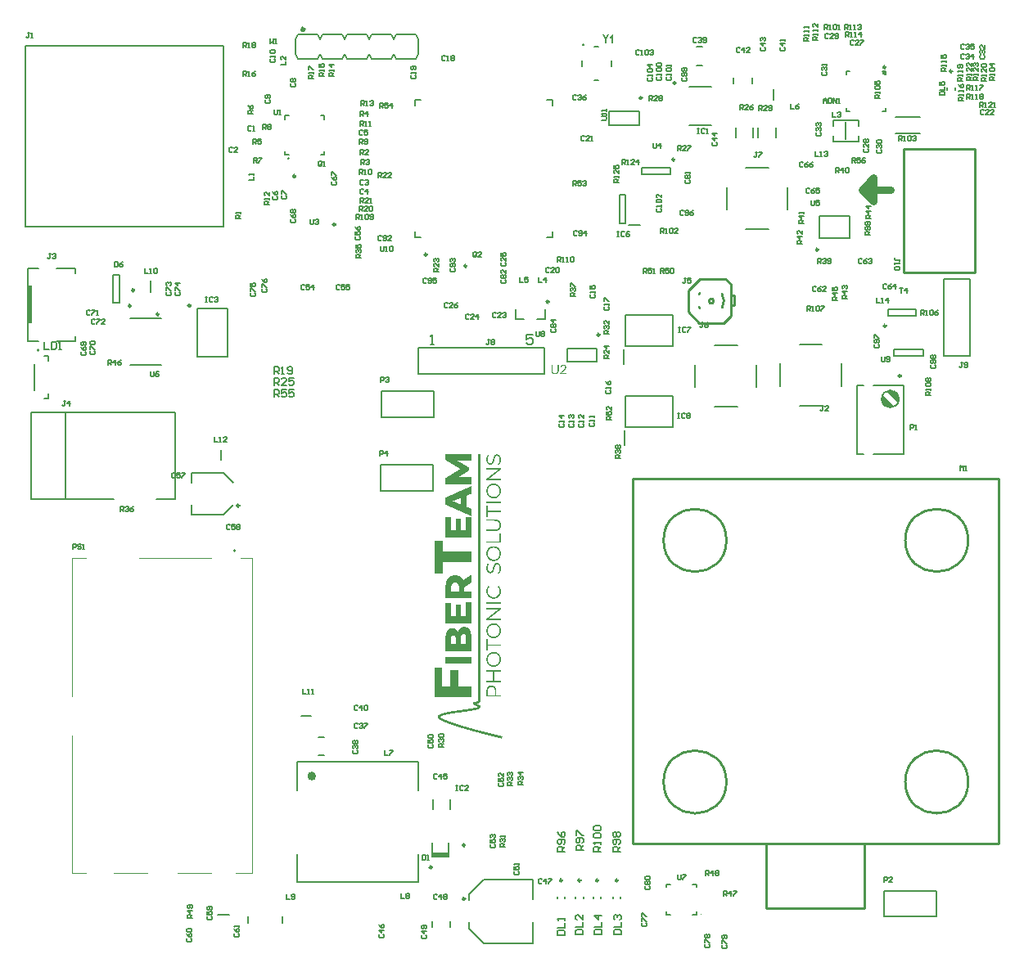
<source format=gto>
G04*
G04 #@! TF.GenerationSoftware,Altium Limited,Altium Designer,21.5.1 (32)*
G04*
G04 Layer_Color=65535*
%FSAX24Y24*%
%MOIN*%
G70*
G04*
G04 #@! TF.SameCoordinates,EA95429E-239C-4F57-B086-3AFABEEF507B*
G04*
G04*
G04 #@! TF.FilePolarity,Positive*
G04*
G01*
G75*
%ADD10C,0.0098*%
%ADD11C,0.0079*%
%ADD12C,0.0118*%
%ADD13C,0.0100*%
%ADD14C,0.0039*%
%ADD15C,0.0197*%
%ADD16C,0.0300*%
%ADD17C,0.0059*%
%ADD18C,0.0050*%
%ADD19C,0.0060*%
%ADD20C,0.0060*%
%ADD21R,0.0197X0.1575*%
G36*
X050100Y052250D02*
X050041D01*
X049963Y052329D01*
Y052388D01*
X050100D01*
Y052250D01*
D02*
G37*
G36*
X034269Y036783D02*
X034288D01*
Y036781D01*
X034297D01*
Y036779D01*
X034305D01*
Y036777D01*
X034310D01*
Y036775D01*
X034316D01*
Y036773D01*
X034322D01*
Y036771D01*
X034325D01*
Y036769D01*
X034329D01*
Y036768D01*
X034333D01*
Y036766D01*
X034337D01*
Y036764D01*
X034339D01*
Y036762D01*
X034342D01*
Y036760D01*
X034346D01*
Y036758D01*
X034348D01*
Y036756D01*
X034350D01*
Y036755D01*
X034353D01*
Y036753D01*
X034355D01*
Y036751D01*
X034357D01*
Y036749D01*
X034359D01*
Y036747D01*
X034361D01*
Y036745D01*
X034363D01*
Y036743D01*
X034365D01*
Y036741D01*
X034367D01*
Y036740D01*
X034368D01*
Y036738D01*
X034370D01*
Y036736D01*
X034372D01*
Y036734D01*
X034374D01*
Y036732D01*
X034376D01*
Y036730D01*
X034378D01*
Y036726D01*
X034380D01*
Y036725D01*
X034382D01*
Y036723D01*
X034383D01*
Y036719D01*
X034385D01*
Y036717D01*
X034387D01*
Y036713D01*
X034389D01*
Y036710D01*
X034391D01*
Y036708D01*
X034393D01*
Y036704D01*
X034395D01*
Y036700D01*
X034397D01*
Y036696D01*
X034398D01*
Y036693D01*
X034400D01*
Y036689D01*
X034402D01*
Y036683D01*
X034404D01*
Y036680D01*
X034406D01*
Y036674D01*
X034408D01*
Y036668D01*
X034410D01*
Y036661D01*
X034412D01*
Y036653D01*
X034413D01*
Y036646D01*
X034415D01*
Y036637D01*
X034417D01*
Y036625D01*
X034419D01*
Y036610D01*
X034421D01*
Y036580D01*
X034423D01*
Y036556D01*
X034421D01*
Y036528D01*
X034419D01*
Y036513D01*
X034417D01*
Y036502D01*
X034415D01*
Y036490D01*
X034413D01*
Y036483D01*
X034412D01*
Y036476D01*
X034410D01*
Y036468D01*
X034408D01*
Y036461D01*
X034406D01*
Y036455D01*
X034404D01*
Y036449D01*
X034402D01*
Y036444D01*
X034400D01*
Y036438D01*
X034398D01*
Y036434D01*
X034397D01*
Y036429D01*
X034395D01*
Y036425D01*
X034393D01*
Y036419D01*
X034391D01*
Y036416D01*
X034389D01*
Y036412D01*
X034387D01*
Y036408D01*
X034385D01*
Y036404D01*
X034383D01*
Y036401D01*
X034382D01*
Y036397D01*
X034380D01*
Y036395D01*
X034378D01*
Y036391D01*
X034376D01*
Y036388D01*
X034374D01*
Y036386D01*
X034372D01*
Y036382D01*
X034370D01*
Y036380D01*
X034368D01*
Y036376D01*
X034367D01*
Y036374D01*
X034365D01*
Y036373D01*
X034363D01*
Y036369D01*
X034361D01*
Y036367D01*
X034359D01*
Y036365D01*
X034357D01*
Y036363D01*
X034355D01*
Y036361D01*
X034353D01*
Y036359D01*
X034352D01*
Y036358D01*
X034350D01*
Y036356D01*
X034348D01*
Y036354D01*
X034342D01*
Y036356D01*
X034339D01*
Y036358D01*
X034337D01*
Y036359D01*
X034333D01*
Y036361D01*
X034329D01*
Y036363D01*
X034325D01*
Y036365D01*
X034322D01*
Y036367D01*
X034318D01*
Y036369D01*
X034314D01*
Y036371D01*
X034310D01*
Y036373D01*
X034307D01*
Y036374D01*
X034303D01*
Y036376D01*
X034301D01*
Y036380D01*
X034303D01*
Y036382D01*
X034305D01*
Y036384D01*
X034307D01*
Y036386D01*
X034309D01*
Y036388D01*
X034310D01*
Y036389D01*
X034312D01*
Y036391D01*
X034314D01*
Y036395D01*
X034316D01*
Y036397D01*
X034318D01*
Y036401D01*
X034320D01*
Y036402D01*
X034322D01*
Y036404D01*
X034324D01*
Y036408D01*
X034325D01*
Y036410D01*
X034327D01*
Y036414D01*
X034329D01*
Y036417D01*
X034331D01*
Y036419D01*
X034333D01*
Y036423D01*
X034335D01*
Y036427D01*
X034337D01*
Y036431D01*
X034339D01*
Y036434D01*
X034340D01*
Y036438D01*
X034342D01*
Y036442D01*
X034344D01*
Y036446D01*
X034346D01*
Y036451D01*
X034348D01*
Y036455D01*
X034350D01*
Y036461D01*
X034352D01*
Y036464D01*
X034353D01*
Y036470D01*
X034355D01*
Y036477D01*
X034357D01*
Y036483D01*
X034359D01*
Y036490D01*
X034361D01*
Y036498D01*
X034363D01*
Y036505D01*
X034365D01*
Y036517D01*
X034367D01*
Y036530D01*
X034368D01*
Y036550D01*
X034370D01*
Y036588D01*
X034368D01*
Y036608D01*
X034367D01*
Y036622D01*
X034365D01*
Y036631D01*
X034363D01*
Y036640D01*
X034361D01*
Y036646D01*
X034359D01*
Y036652D01*
X034357D01*
Y036657D01*
X034355D01*
Y036663D01*
X034353D01*
Y036667D01*
X034352D01*
Y036670D01*
X034350D01*
Y036674D01*
X034348D01*
Y036676D01*
X034346D01*
Y036680D01*
X034344D01*
Y036683D01*
X034342D01*
Y036685D01*
X034340D01*
Y036687D01*
X034339D01*
Y036689D01*
X034337D01*
Y036693D01*
X034335D01*
Y036695D01*
X034333D01*
Y036696D01*
X034331D01*
Y036698D01*
X034329D01*
Y036700D01*
X034327D01*
Y036702D01*
X034325D01*
Y036704D01*
X034322D01*
Y036706D01*
X034320D01*
Y036708D01*
X034318D01*
Y036710D01*
X034314D01*
Y036711D01*
X034310D01*
Y036713D01*
X034307D01*
Y036715D01*
X034303D01*
Y036717D01*
X034299D01*
Y036719D01*
X034294D01*
Y036721D01*
X034284D01*
Y036723D01*
X034251D01*
Y036721D01*
X034241D01*
Y036719D01*
X034236D01*
Y036717D01*
X034232D01*
Y036715D01*
X034228D01*
Y036713D01*
X034224D01*
Y036711D01*
X034222D01*
Y036710D01*
X034221D01*
Y036708D01*
X034217D01*
Y036706D01*
X034215D01*
Y036704D01*
X034213D01*
Y036702D01*
X034211D01*
Y036700D01*
X034209D01*
Y036698D01*
X034207D01*
Y036696D01*
X034206D01*
Y036695D01*
X034204D01*
Y036691D01*
X034202D01*
Y036689D01*
X034200D01*
Y036687D01*
X034198D01*
Y036683D01*
X034196D01*
Y036681D01*
X034194D01*
Y036678D01*
X034192D01*
Y036674D01*
X034191D01*
Y036672D01*
X034189D01*
Y036668D01*
X034187D01*
Y036665D01*
X034185D01*
Y036659D01*
X034183D01*
Y036655D01*
X034181D01*
Y036650D01*
X034179D01*
Y036644D01*
X034177D01*
Y036638D01*
X034176D01*
Y036633D01*
X034174D01*
Y036627D01*
X034172D01*
Y036622D01*
X034170D01*
Y036616D01*
X034168D01*
Y036608D01*
X034166D01*
Y036603D01*
X034164D01*
Y036595D01*
X034162D01*
Y036588D01*
X034161D01*
Y036580D01*
X034159D01*
Y036573D01*
X034157D01*
Y036565D01*
X034155D01*
Y036560D01*
X034153D01*
Y036552D01*
X034151D01*
Y036545D01*
X034149D01*
Y036537D01*
X034148D01*
Y036532D01*
X034146D01*
Y036524D01*
X034144D01*
Y036519D01*
X034142D01*
Y036511D01*
X034140D01*
Y036505D01*
X034138D01*
Y036500D01*
X034136D01*
Y036492D01*
X034134D01*
Y036487D01*
X034133D01*
Y036481D01*
X034131D01*
Y036476D01*
X034129D01*
Y036472D01*
X034127D01*
Y036466D01*
X034125D01*
Y036461D01*
X034123D01*
Y036457D01*
X034121D01*
Y036451D01*
X034119D01*
Y036447D01*
X034118D01*
Y036446D01*
X034116D01*
Y036442D01*
X034114D01*
Y036438D01*
X034112D01*
Y036434D01*
X034110D01*
Y036432D01*
X034108D01*
Y036429D01*
X034106D01*
Y036427D01*
X034104D01*
Y036423D01*
X034103D01*
Y036421D01*
X034101D01*
Y036419D01*
X034099D01*
Y036416D01*
X034097D01*
Y036414D01*
X034095D01*
Y036412D01*
X034093D01*
Y036410D01*
X034091D01*
Y036408D01*
X034089D01*
Y036406D01*
X034088D01*
Y036402D01*
X034086D01*
Y036401D01*
X034084D01*
Y036399D01*
X034080D01*
Y036397D01*
X034078D01*
Y036395D01*
X034076D01*
Y036393D01*
X034074D01*
Y036391D01*
X034073D01*
Y036389D01*
X034071D01*
Y036388D01*
X034067D01*
Y036386D01*
X034063D01*
Y036384D01*
X034061D01*
Y036382D01*
X034058D01*
Y036380D01*
X034054D01*
Y036378D01*
X034050D01*
Y036376D01*
X034045D01*
Y036374D01*
X034039D01*
Y036373D01*
X034031D01*
Y036371D01*
X034024D01*
Y036369D01*
X034011D01*
Y036367D01*
X033975D01*
Y036369D01*
X033962D01*
Y036371D01*
X033955D01*
Y036373D01*
X033947D01*
Y036374D01*
X033942D01*
Y036376D01*
X033938D01*
Y036378D01*
X033932D01*
Y036380D01*
X033928D01*
Y036382D01*
X033925D01*
Y036384D01*
X033921D01*
Y036386D01*
X033919D01*
Y036388D01*
X033915D01*
Y036389D01*
X033912D01*
Y036391D01*
X033910D01*
Y036393D01*
X033906D01*
Y036395D01*
X033904D01*
Y036397D01*
X033902D01*
Y036399D01*
X033900D01*
Y036401D01*
X033897D01*
Y036402D01*
X033895D01*
Y036404D01*
X033893D01*
Y036406D01*
X033891D01*
Y036408D01*
X033889D01*
Y036410D01*
X033887D01*
Y036412D01*
X033885D01*
Y036414D01*
X033884D01*
Y036416D01*
X033882D01*
Y036419D01*
X033880D01*
Y036421D01*
X033878D01*
Y036423D01*
X033876D01*
Y036427D01*
X033874D01*
Y036429D01*
X033872D01*
Y036431D01*
X033870D01*
Y036434D01*
X033869D01*
Y036436D01*
X033867D01*
Y036440D01*
X033865D01*
Y036444D01*
X033863D01*
Y036447D01*
X033861D01*
Y036449D01*
X033859D01*
Y036455D01*
X033857D01*
Y036459D01*
X033855D01*
Y036462D01*
X033854D01*
Y036466D01*
X033852D01*
Y036472D01*
X033850D01*
Y036476D01*
X033848D01*
Y036481D01*
X033846D01*
Y036487D01*
X033844D01*
Y036494D01*
X033842D01*
Y036502D01*
X033840D01*
Y036511D01*
X033839D01*
Y036522D01*
X033837D01*
Y036535D01*
X033835D01*
Y036558D01*
X033833D01*
Y036601D01*
X033835D01*
Y036622D01*
X033837D01*
Y036635D01*
X033839D01*
Y036646D01*
X033840D01*
Y036653D01*
X033842D01*
Y036663D01*
X033844D01*
Y036668D01*
X033846D01*
Y036676D01*
X033848D01*
Y036681D01*
X033850D01*
Y036689D01*
X033852D01*
Y036695D01*
X033854D01*
Y036700D01*
X033855D01*
Y036706D01*
X033857D01*
Y036710D01*
X033859D01*
Y036715D01*
X033861D01*
Y036719D01*
X033863D01*
Y036723D01*
X033865D01*
Y036726D01*
X033867D01*
Y036730D01*
X033869D01*
Y036734D01*
X033870D01*
Y036738D01*
X033872D01*
Y036741D01*
X033874D01*
Y036745D01*
X033876D01*
Y036749D01*
X033878D01*
Y036751D01*
X033880D01*
Y036755D01*
X033882D01*
Y036756D01*
X033884D01*
Y036760D01*
X033885D01*
Y036758D01*
X033891D01*
Y036756D01*
X033895D01*
Y036755D01*
X033898D01*
Y036753D01*
X033904D01*
Y036751D01*
X033908D01*
Y036749D01*
X033912D01*
Y036747D01*
X033917D01*
Y036745D01*
X033921D01*
Y036743D01*
X033925D01*
Y036741D01*
X033930D01*
Y036740D01*
X033932D01*
Y036736D01*
X033930D01*
Y036732D01*
X033928D01*
Y036730D01*
X033927D01*
Y036726D01*
X033925D01*
Y036723D01*
X033923D01*
Y036721D01*
X033921D01*
Y036717D01*
X033919D01*
Y036713D01*
X033917D01*
Y036710D01*
X033915D01*
Y036706D01*
X033913D01*
Y036702D01*
X033912D01*
Y036696D01*
X033910D01*
Y036693D01*
X033908D01*
Y036689D01*
X033906D01*
Y036683D01*
X033904D01*
Y036678D01*
X033902D01*
Y036672D01*
X033900D01*
Y036667D01*
X033898D01*
Y036661D01*
X033897D01*
Y036653D01*
X033895D01*
Y036648D01*
X033893D01*
Y036638D01*
X033891D01*
Y036629D01*
X033889D01*
Y036618D01*
X033887D01*
Y036603D01*
X033885D01*
Y036571D01*
Y036569D01*
Y036556D01*
X033887D01*
Y036537D01*
X033889D01*
Y036526D01*
X033891D01*
Y036517D01*
X033893D01*
Y036509D01*
X033895D01*
Y036504D01*
X033897D01*
Y036498D01*
X033898D01*
Y036492D01*
X033900D01*
Y036489D01*
X033902D01*
Y036485D01*
X033904D01*
Y036481D01*
X033906D01*
Y036477D01*
X033908D01*
Y036476D01*
X033910D01*
Y036472D01*
X033912D01*
Y036468D01*
X033913D01*
Y036466D01*
X033915D01*
Y036464D01*
X033917D01*
Y036462D01*
X033919D01*
Y036459D01*
X033921D01*
Y036457D01*
X033923D01*
Y036455D01*
X033925D01*
Y036453D01*
X033927D01*
Y036451D01*
X033928D01*
Y036449D01*
X033930D01*
Y036447D01*
X033934D01*
Y036446D01*
X033936D01*
Y036444D01*
X033938D01*
Y036442D01*
X033942D01*
Y036440D01*
X033943D01*
Y036438D01*
X033947D01*
Y036436D01*
X033951D01*
Y036434D01*
X033957D01*
Y036432D01*
X033962D01*
Y036431D01*
X033968D01*
Y036429D01*
X033981D01*
Y036427D01*
X034000D01*
Y036429D01*
X034013D01*
Y036431D01*
X034018D01*
Y036432D01*
X034024D01*
Y036434D01*
X034028D01*
Y036436D01*
X034031D01*
Y036438D01*
X034035D01*
Y036440D01*
X034037D01*
Y036442D01*
X034041D01*
Y036444D01*
X034043D01*
Y036446D01*
X034045D01*
Y036447D01*
X034046D01*
Y036449D01*
X034048D01*
Y036451D01*
X034050D01*
Y036453D01*
X034052D01*
Y036455D01*
X034054D01*
Y036457D01*
X034056D01*
Y036461D01*
X034058D01*
Y036462D01*
X034060D01*
Y036464D01*
X034061D01*
Y036468D01*
X034063D01*
Y036470D01*
X034065D01*
Y036474D01*
X034067D01*
Y036477D01*
X034069D01*
Y036481D01*
X034071D01*
Y036485D01*
X034073D01*
Y036489D01*
X034074D01*
Y036492D01*
X034076D01*
Y036496D01*
X034078D01*
Y036502D01*
X034080D01*
Y036507D01*
X034082D01*
Y036515D01*
X034084D01*
Y036520D01*
X034086D01*
Y036526D01*
X034088D01*
Y036534D01*
X034089D01*
Y036539D01*
X034091D01*
Y036547D01*
X034093D01*
Y036554D01*
X034095D01*
Y036560D01*
X034097D01*
Y036567D01*
X034099D01*
Y036575D01*
X034101D01*
Y036582D01*
X034103D01*
Y036590D01*
X034104D01*
Y036597D01*
X034106D01*
Y036605D01*
X034108D01*
Y036612D01*
X034110D01*
Y036618D01*
X034112D01*
Y036625D01*
X034114D01*
Y036631D01*
X034116D01*
Y036638D01*
X034118D01*
Y036644D01*
X034119D01*
Y036650D01*
X034121D01*
Y036655D01*
X034123D01*
Y036661D01*
X034125D01*
Y036667D01*
X034127D01*
Y036672D01*
X034129D01*
Y036678D01*
X034131D01*
Y036681D01*
X034133D01*
Y036687D01*
X034134D01*
Y036693D01*
X034136D01*
Y036696D01*
X034138D01*
Y036700D01*
X034140D01*
Y036706D01*
X034142D01*
Y036710D01*
X034144D01*
Y036711D01*
X034146D01*
Y036715D01*
X034148D01*
Y036719D01*
X034149D01*
Y036721D01*
X034151D01*
Y036725D01*
X034153D01*
Y036726D01*
X034155D01*
Y036730D01*
X034157D01*
Y036732D01*
X034159D01*
Y036734D01*
X034161D01*
Y036738D01*
X034162D01*
Y036740D01*
X034164D01*
Y036741D01*
X034166D01*
Y036743D01*
X034168D01*
Y036745D01*
X034170D01*
Y036747D01*
X034172D01*
Y036749D01*
X034174D01*
Y036751D01*
X034176D01*
Y036753D01*
X034177D01*
Y036755D01*
X034179D01*
Y036756D01*
X034181D01*
Y036758D01*
X034183D01*
Y036760D01*
X034187D01*
Y036762D01*
X034189D01*
Y036764D01*
X034192D01*
Y036766D01*
X034194D01*
Y036768D01*
X034198D01*
Y036769D01*
X034202D01*
Y036771D01*
X034206D01*
Y036773D01*
X034209D01*
Y036775D01*
X034215D01*
Y036777D01*
X034221D01*
Y036779D01*
X034228D01*
Y036781D01*
X034237D01*
Y036783D01*
X034258D01*
Y036784D01*
X034269D01*
Y036783D01*
D02*
G37*
G36*
X034417Y036168D02*
X034413D01*
Y036167D01*
X034412D01*
Y036165D01*
X034410D01*
Y036163D01*
X034406D01*
Y036161D01*
X034404D01*
Y036159D01*
X034402D01*
Y036157D01*
X034400D01*
Y036155D01*
X034397D01*
Y036153D01*
X034395D01*
Y036152D01*
X034393D01*
Y036150D01*
X034391D01*
Y036148D01*
X034387D01*
Y036146D01*
X034385D01*
Y036144D01*
X034383D01*
Y036142D01*
X034382D01*
Y036140D01*
X034378D01*
Y036138D01*
X034376D01*
Y036137D01*
X034374D01*
Y036135D01*
X034372D01*
Y036133D01*
X034368D01*
Y036131D01*
X034367D01*
Y036129D01*
X034365D01*
Y036127D01*
X034363D01*
Y036125D01*
X034359D01*
Y036124D01*
X034357D01*
Y036122D01*
X034355D01*
Y036120D01*
X034352D01*
Y036118D01*
X034350D01*
Y036116D01*
X034348D01*
Y036114D01*
X034346D01*
Y036112D01*
X034342D01*
Y036110D01*
X034340D01*
Y036109D01*
X034339D01*
Y036107D01*
X034337D01*
Y036105D01*
X034333D01*
Y036103D01*
X034331D01*
Y036101D01*
X034329D01*
Y036099D01*
X034327D01*
Y036097D01*
X034324D01*
Y036095D01*
X034322D01*
Y036094D01*
X034320D01*
Y036092D01*
X034318D01*
Y036090D01*
X034314D01*
Y036088D01*
X034312D01*
Y036086D01*
X034310D01*
Y036084D01*
X034307D01*
Y036082D01*
X034305D01*
Y036080D01*
X034303D01*
Y036079D01*
X034301D01*
Y036077D01*
X034297D01*
Y036075D01*
X034295D01*
Y036073D01*
X034294D01*
Y036071D01*
X034292D01*
Y036069D01*
X034288D01*
Y036067D01*
X034286D01*
Y036065D01*
X034284D01*
Y036064D01*
X034282D01*
Y036062D01*
X034279D01*
Y036060D01*
X034277D01*
Y036058D01*
X034275D01*
Y036056D01*
X034273D01*
Y036054D01*
X034269D01*
Y036052D01*
X034267D01*
Y036050D01*
X034265D01*
Y036049D01*
X034264D01*
Y036047D01*
X034260D01*
Y036045D01*
X034258D01*
Y036043D01*
X034256D01*
Y036041D01*
X034252D01*
Y036039D01*
X034251D01*
Y036037D01*
X034249D01*
Y036036D01*
X034247D01*
Y036034D01*
X034243D01*
Y036032D01*
X034241D01*
Y036030D01*
X034239D01*
Y036028D01*
X034237D01*
Y036026D01*
X034234D01*
Y036024D01*
X034232D01*
Y036022D01*
X034230D01*
Y036021D01*
X034228D01*
Y036019D01*
X034224D01*
Y036017D01*
X034222D01*
Y036015D01*
X034221D01*
Y036013D01*
X034219D01*
Y036011D01*
X034215D01*
Y036009D01*
X034213D01*
Y036007D01*
X034211D01*
Y036006D01*
X034207D01*
Y036004D01*
X034206D01*
Y036002D01*
X034204D01*
Y036000D01*
X034202D01*
Y035998D01*
X034198D01*
Y035996D01*
X034196D01*
Y035994D01*
X034194D01*
Y035992D01*
X034192D01*
Y035991D01*
X034189D01*
Y035989D01*
X034187D01*
Y035987D01*
X034185D01*
Y035985D01*
X034183D01*
Y035983D01*
X034179D01*
Y035981D01*
X034177D01*
Y035979D01*
X034176D01*
Y035977D01*
X034174D01*
Y035976D01*
X034170D01*
Y035974D01*
X034168D01*
Y035972D01*
X034166D01*
Y035970D01*
X034162D01*
Y035968D01*
X034161D01*
Y035966D01*
X034159D01*
Y035964D01*
X034157D01*
Y035962D01*
X034153D01*
Y035961D01*
X034151D01*
Y035959D01*
X034149D01*
Y035957D01*
X034148D01*
Y035955D01*
X034144D01*
Y035953D01*
X034142D01*
Y035951D01*
X034140D01*
Y035949D01*
X034138D01*
Y035948D01*
X034134D01*
Y035946D01*
X034133D01*
Y035944D01*
X034131D01*
Y035942D01*
X034129D01*
Y035940D01*
X034125D01*
Y035938D01*
X034123D01*
Y035936D01*
X034121D01*
Y035934D01*
X034119D01*
Y035933D01*
X034116D01*
Y035931D01*
X034114D01*
Y035929D01*
X034112D01*
Y035927D01*
X034108D01*
Y035925D01*
X034106D01*
Y035923D01*
X034104D01*
Y035921D01*
X034103D01*
Y035919D01*
X034099D01*
Y035918D01*
X034097D01*
Y035916D01*
X034095D01*
Y035914D01*
X034093D01*
Y035912D01*
X034089D01*
Y035910D01*
X034088D01*
Y035908D01*
X034086D01*
Y035906D01*
X034084D01*
Y035904D01*
X034080D01*
Y035903D01*
X034078D01*
Y035901D01*
X034076D01*
Y035899D01*
X034074D01*
Y035897D01*
X034071D01*
Y035895D01*
X034069D01*
Y035893D01*
X034067D01*
Y035891D01*
X034063D01*
Y035889D01*
X034061D01*
Y035888D01*
X034060D01*
Y035886D01*
X034058D01*
Y035884D01*
X034054D01*
Y035882D01*
X034052D01*
Y035880D01*
X034050D01*
Y035878D01*
X034048D01*
Y035876D01*
X034045D01*
Y035874D01*
X034043D01*
Y035873D01*
X034041D01*
Y035871D01*
X034039D01*
Y035869D01*
X034035D01*
Y035867D01*
X034033D01*
Y035865D01*
X034031D01*
Y035863D01*
X034030D01*
Y035861D01*
X034026D01*
Y035860D01*
X034024D01*
Y035858D01*
X034022D01*
Y035856D01*
X034020D01*
Y035854D01*
X034016D01*
Y035852D01*
X034015D01*
Y035850D01*
X034013D01*
Y035848D01*
X034009D01*
Y035846D01*
X034007D01*
Y035845D01*
X034005D01*
Y035843D01*
X034003D01*
Y035841D01*
X034000D01*
Y035839D01*
X033998D01*
Y035837D01*
X033996D01*
Y035835D01*
X033994D01*
Y035833D01*
X033990D01*
Y035831D01*
X033988D01*
Y035830D01*
X033986D01*
Y035828D01*
X033985D01*
Y035826D01*
X033981D01*
Y035824D01*
X033979D01*
Y035822D01*
X033977D01*
Y035820D01*
X033975D01*
Y035818D01*
X033972D01*
Y035816D01*
X033970D01*
Y035815D01*
X033968D01*
Y035813D01*
X033964D01*
Y035811D01*
X033962D01*
Y035809D01*
X033960D01*
Y035807D01*
X033958D01*
Y035805D01*
X033955D01*
Y035803D01*
X033953D01*
Y035801D01*
X033951D01*
Y035800D01*
X033949D01*
Y035798D01*
X034417D01*
Y035736D01*
X033839D01*
Y035788D01*
X033840D01*
Y035790D01*
X033844D01*
Y035792D01*
X033846D01*
Y035794D01*
X033848D01*
Y035796D01*
X033850D01*
Y035798D01*
X033854D01*
Y035800D01*
X033855D01*
Y035801D01*
X033857D01*
Y035803D01*
X033859D01*
Y035805D01*
X033863D01*
Y035807D01*
X033865D01*
Y035809D01*
X033867D01*
Y035811D01*
X033869D01*
Y035813D01*
X033872D01*
Y035815D01*
X033874D01*
Y035816D01*
X033876D01*
Y035818D01*
X033878D01*
Y035820D01*
X033882D01*
Y035822D01*
X033884D01*
Y035824D01*
X033885D01*
Y035826D01*
X033887D01*
Y035828D01*
X033891D01*
Y035830D01*
X033893D01*
Y035831D01*
X033895D01*
Y035833D01*
X033898D01*
Y035835D01*
X033900D01*
Y035837D01*
X033902D01*
Y035839D01*
X033904D01*
Y035841D01*
X033908D01*
Y035843D01*
X033910D01*
Y035845D01*
X033912D01*
Y035846D01*
X033913D01*
Y035848D01*
X033917D01*
Y035850D01*
X033919D01*
Y035852D01*
X033921D01*
Y035854D01*
X033923D01*
Y035856D01*
X033927D01*
Y035858D01*
X033928D01*
Y035860D01*
X033930D01*
Y035861D01*
X033932D01*
Y035863D01*
X033936D01*
Y035865D01*
X033938D01*
Y035867D01*
X033940D01*
Y035869D01*
X033942D01*
Y035871D01*
X033945D01*
Y035873D01*
X033947D01*
Y035874D01*
X033949D01*
Y035876D01*
X033951D01*
Y035878D01*
X033955D01*
Y035880D01*
X033957D01*
Y035882D01*
X033958D01*
Y035884D01*
X033962D01*
Y035886D01*
X033964D01*
Y035888D01*
X033966D01*
Y035889D01*
X033968D01*
Y035891D01*
X033972D01*
Y035893D01*
X033973D01*
Y035895D01*
X033975D01*
Y035897D01*
X033977D01*
Y035899D01*
X033981D01*
Y035901D01*
X033983D01*
Y035903D01*
X033985D01*
Y035904D01*
X033986D01*
Y035906D01*
X033990D01*
Y035908D01*
X033992D01*
Y035910D01*
X033994D01*
Y035912D01*
X033996D01*
Y035914D01*
X034000D01*
Y035916D01*
X034001D01*
Y035918D01*
X034003D01*
Y035919D01*
X034005D01*
Y035921D01*
X034009D01*
Y035923D01*
X034011D01*
Y035925D01*
X034013D01*
Y035927D01*
X034015D01*
Y035929D01*
X034018D01*
Y035931D01*
X034020D01*
Y035933D01*
X034022D01*
Y035934D01*
X034026D01*
Y035936D01*
X034028D01*
Y035938D01*
X034030D01*
Y035940D01*
X034031D01*
Y035942D01*
X034035D01*
Y035944D01*
X034037D01*
Y035946D01*
X034039D01*
Y035948D01*
X034041D01*
Y035949D01*
X034045D01*
Y035951D01*
X034046D01*
Y035953D01*
X034048D01*
Y035955D01*
X034050D01*
Y035957D01*
X034054D01*
Y035959D01*
X034056D01*
Y035961D01*
X034058D01*
Y035962D01*
X034060D01*
Y035964D01*
X034063D01*
Y035966D01*
X034065D01*
Y035968D01*
X034067D01*
Y035970D01*
X034069D01*
Y035972D01*
X034073D01*
Y035974D01*
X034074D01*
Y035976D01*
X034076D01*
Y035977D01*
X034078D01*
Y035979D01*
X034082D01*
Y035981D01*
X034084D01*
Y035983D01*
X034086D01*
Y035985D01*
X034089D01*
Y035987D01*
X034091D01*
Y035989D01*
X034093D01*
Y035991D01*
X034095D01*
Y035992D01*
X034099D01*
Y035994D01*
X034101D01*
Y035996D01*
X034103D01*
Y035998D01*
X034104D01*
Y036000D01*
X034108D01*
Y036002D01*
X034110D01*
Y036004D01*
X034112D01*
Y036006D01*
X034114D01*
Y036007D01*
X034118D01*
Y036009D01*
X034119D01*
Y036011D01*
X034121D01*
Y036013D01*
X034123D01*
Y036015D01*
X034127D01*
Y036017D01*
X034129D01*
Y036019D01*
X034131D01*
Y036021D01*
X034133D01*
Y036022D01*
X034136D01*
Y036024D01*
X034138D01*
Y036026D01*
X034140D01*
Y036028D01*
X034142D01*
Y036030D01*
X034146D01*
Y036032D01*
X034148D01*
Y036034D01*
X034149D01*
Y036036D01*
X034153D01*
Y036037D01*
X034155D01*
Y036039D01*
X034157D01*
Y036041D01*
X034159D01*
Y036043D01*
X034162D01*
Y036045D01*
X034164D01*
Y036047D01*
X034166D01*
Y036049D01*
X034168D01*
Y036050D01*
X034172D01*
Y036052D01*
X034174D01*
Y036054D01*
X034176D01*
Y036056D01*
X034177D01*
Y036058D01*
X034181D01*
Y036060D01*
X034183D01*
Y036062D01*
X034185D01*
Y036064D01*
X034187D01*
Y036065D01*
X034191D01*
Y036067D01*
X034192D01*
Y036069D01*
X034194D01*
Y036071D01*
X034196D01*
Y036073D01*
X034200D01*
Y036075D01*
X034202D01*
Y036077D01*
X034204D01*
Y036079D01*
X034206D01*
Y036080D01*
X034209D01*
Y036082D01*
X034211D01*
Y036084D01*
X034213D01*
Y036086D01*
X034217D01*
Y036088D01*
X034219D01*
Y036090D01*
X034221D01*
Y036092D01*
X034222D01*
Y036094D01*
X034226D01*
Y036095D01*
X034228D01*
Y036097D01*
X034230D01*
Y036099D01*
X034232D01*
Y036101D01*
X034236D01*
Y036103D01*
X034237D01*
Y036105D01*
X034239D01*
Y036107D01*
X034241D01*
Y036109D01*
X034245D01*
Y036110D01*
X034247D01*
Y036112D01*
X034249D01*
Y036114D01*
X034251D01*
Y036116D01*
X034254D01*
Y036118D01*
X034256D01*
Y036120D01*
X034258D01*
Y036122D01*
X034260D01*
Y036124D01*
X034264D01*
Y036125D01*
X034265D01*
Y036127D01*
X034267D01*
Y036129D01*
X034269D01*
Y036131D01*
X034273D01*
Y036133D01*
X034275D01*
Y036135D01*
X034277D01*
Y036137D01*
X034280D01*
Y036138D01*
X034282D01*
Y036140D01*
X034284D01*
Y036142D01*
X034286D01*
Y036144D01*
X034290D01*
Y036146D01*
X034292D01*
Y036148D01*
X034294D01*
Y036150D01*
X034295D01*
Y036152D01*
X034299D01*
Y036153D01*
X034301D01*
Y036155D01*
X034303D01*
Y036157D01*
X034305D01*
Y036159D01*
X034307D01*
Y036161D01*
X033839D01*
Y036221D01*
X034417D01*
Y036168D01*
D02*
G37*
G36*
X033219Y036522D02*
X032908D01*
Y036520D01*
X032665D01*
Y036519D01*
X032666D01*
Y036517D01*
X032670D01*
Y036515D01*
X032674D01*
Y036513D01*
X032676D01*
Y036511D01*
X032680D01*
Y036509D01*
X032683D01*
Y036507D01*
X032685D01*
Y036505D01*
X032689D01*
Y036504D01*
X032693D01*
Y036502D01*
X032695D01*
Y036500D01*
X032698D01*
Y036498D01*
X032702D01*
Y036496D01*
X032704D01*
Y036494D01*
X032708D01*
Y036492D01*
X032711D01*
Y036490D01*
X032715D01*
Y036489D01*
X032717D01*
Y036487D01*
X032721D01*
Y036485D01*
X032725D01*
Y036483D01*
X032726D01*
Y036481D01*
X032730D01*
Y036479D01*
X032734D01*
Y036477D01*
X032736D01*
Y036476D01*
X032740D01*
Y036474D01*
X032743D01*
Y036472D01*
X032745D01*
Y036470D01*
X032749D01*
Y036468D01*
X032753D01*
Y036466D01*
X032754D01*
Y036464D01*
X032758D01*
Y036462D01*
X032762D01*
Y036461D01*
X032764D01*
Y036459D01*
X032768D01*
Y036457D01*
X032771D01*
Y036455D01*
X032773D01*
Y036453D01*
X032777D01*
Y036451D01*
X032781D01*
Y036449D01*
X032783D01*
Y036447D01*
X032786D01*
Y036446D01*
X032790D01*
Y036444D01*
X032792D01*
Y036442D01*
X032796D01*
Y036440D01*
X032799D01*
Y036438D01*
X032803D01*
Y036436D01*
X032805D01*
Y036434D01*
X032809D01*
Y036432D01*
X032813D01*
Y036431D01*
X032814D01*
Y036429D01*
X032818D01*
Y036427D01*
X032822D01*
Y036425D01*
X032824D01*
Y036423D01*
X032827D01*
Y036421D01*
X032831D01*
Y036419D01*
X032833D01*
Y036417D01*
X032837D01*
Y036416D01*
X032841D01*
Y036414D01*
X032842D01*
Y036412D01*
X032846D01*
Y036410D01*
X032850D01*
Y036408D01*
X032852D01*
Y036406D01*
X032856D01*
Y036404D01*
X032859D01*
Y036402D01*
X032861D01*
Y036401D01*
X032865D01*
Y036399D01*
X032869D01*
Y036397D01*
X032871D01*
Y036395D01*
X032874D01*
Y036393D01*
X032878D01*
Y036391D01*
X032880D01*
Y036389D01*
X032884D01*
Y036388D01*
X032887D01*
Y036386D01*
X032889D01*
Y036384D01*
X032893D01*
Y036382D01*
X032897D01*
Y036380D01*
X032901D01*
Y036378D01*
X032902D01*
Y036376D01*
X032906D01*
Y036374D01*
X032910D01*
Y036373D01*
X032912D01*
Y036371D01*
X032915D01*
Y036369D01*
X032919D01*
Y036367D01*
X032921D01*
Y036365D01*
X032925D01*
Y036363D01*
X032929D01*
Y036361D01*
X032930D01*
Y036359D01*
X032934D01*
Y036358D01*
X032938D01*
Y036356D01*
X032940D01*
Y036354D01*
X032944D01*
Y036352D01*
X032947D01*
Y036350D01*
X032949D01*
Y036348D01*
X032953D01*
Y036346D01*
X032957D01*
Y036344D01*
X032959D01*
Y036343D01*
X032962D01*
Y036341D01*
X032966D01*
Y036339D01*
X032968D01*
Y036337D01*
X032972D01*
Y036335D01*
X032975D01*
Y036333D01*
X032977D01*
Y036331D01*
X032981D01*
Y036329D01*
X032985D01*
Y036328D01*
X032987D01*
Y036326D01*
X032990D01*
Y036324D01*
X032994D01*
Y036322D01*
X032998D01*
Y036320D01*
X033000D01*
Y036318D01*
X033003D01*
Y036316D01*
X033007D01*
Y036314D01*
X033009D01*
Y036313D01*
X033013D01*
Y036311D01*
X033017D01*
Y036309D01*
X033018D01*
Y036307D01*
X033022D01*
Y036305D01*
X033026D01*
Y036303D01*
X033028D01*
Y036301D01*
X033032D01*
Y036300D01*
X033035D01*
Y036298D01*
X033037D01*
Y036296D01*
X033041D01*
Y036294D01*
X033045D01*
Y036292D01*
X033047D01*
Y036290D01*
X033050D01*
Y036288D01*
X033054D01*
Y036286D01*
X033056D01*
Y036285D01*
X033060D01*
Y036283D01*
X033063D01*
Y036281D01*
X033065D01*
Y036279D01*
X033069D01*
Y036277D01*
X033073D01*
Y036275D01*
X033075D01*
Y036273D01*
X033078D01*
Y036271D01*
X033082D01*
Y036270D01*
X033086D01*
Y036268D01*
X033088D01*
Y036266D01*
X033091D01*
Y036264D01*
X033095D01*
Y036262D01*
X033097D01*
Y036260D01*
X033101D01*
Y036258D01*
X033105D01*
Y036256D01*
X033106D01*
Y036255D01*
X033110D01*
Y036253D01*
X033114D01*
Y036251D01*
X033116D01*
Y036118D01*
X033112D01*
Y036116D01*
X033110D01*
Y036114D01*
X033106D01*
Y036112D01*
X033103D01*
Y036110D01*
X033101D01*
Y036109D01*
X033097D01*
Y036107D01*
X033095D01*
Y036105D01*
X033091D01*
Y036103D01*
X033088D01*
Y036101D01*
X033086D01*
Y036099D01*
X033082D01*
Y036097D01*
X033078D01*
Y036095D01*
X033077D01*
Y036094D01*
X033073D01*
Y036092D01*
X033071D01*
Y036090D01*
X033067D01*
Y036088D01*
X033063D01*
Y036086D01*
X033062D01*
Y036084D01*
X033058D01*
Y036082D01*
X033054D01*
Y036080D01*
X033052D01*
Y036079D01*
X033048D01*
Y036077D01*
X033045D01*
Y036075D01*
X033043D01*
Y036073D01*
X033039D01*
Y036071D01*
X033037D01*
Y036069D01*
X033033D01*
Y036067D01*
X033030D01*
Y036065D01*
X033028D01*
Y036064D01*
X033024D01*
Y036062D01*
X033020D01*
Y036060D01*
X033018D01*
Y036058D01*
X033015D01*
Y036056D01*
X033013D01*
Y036054D01*
X033009D01*
Y036052D01*
X033005D01*
Y036050D01*
X033003D01*
Y036049D01*
X033000D01*
Y036047D01*
X032996D01*
Y036045D01*
X032994D01*
Y036043D01*
X032990D01*
Y036041D01*
X032987D01*
Y036039D01*
X032985D01*
Y036037D01*
X032981D01*
Y036036D01*
X032979D01*
Y036034D01*
X032975D01*
Y036032D01*
X032972D01*
Y036030D01*
X032970D01*
Y036028D01*
X032966D01*
Y036026D01*
X032962D01*
Y036024D01*
X032960D01*
Y036022D01*
X032957D01*
Y036021D01*
X032955D01*
Y036019D01*
X032951D01*
Y036017D01*
X032947D01*
Y036015D01*
X032945D01*
Y036013D01*
X032942D01*
Y036011D01*
X032938D01*
Y036009D01*
X032936D01*
Y036007D01*
X032932D01*
Y036006D01*
X032929D01*
Y036004D01*
X032927D01*
Y036002D01*
X032923D01*
Y036000D01*
X032921D01*
Y035998D01*
X032917D01*
Y035996D01*
X032914D01*
Y035994D01*
X032912D01*
Y035992D01*
X032908D01*
Y035991D01*
X032904D01*
Y035989D01*
X032902D01*
Y035987D01*
X032899D01*
Y035985D01*
X032897D01*
Y035983D01*
X032893D01*
Y035981D01*
X032889D01*
Y035979D01*
X032887D01*
Y035977D01*
X032884D01*
Y035976D01*
X032880D01*
Y035974D01*
X032878D01*
Y035972D01*
X032874D01*
Y035970D01*
X032871D01*
Y035968D01*
X032869D01*
Y035966D01*
X032865D01*
Y035964D01*
X032863D01*
Y035962D01*
X032859D01*
Y035961D01*
X032856D01*
Y035959D01*
X032854D01*
Y035957D01*
X032850D01*
Y035955D01*
X032846D01*
Y035953D01*
X032844D01*
Y035951D01*
X032841D01*
Y035949D01*
X032839D01*
Y035948D01*
X032835D01*
Y035946D01*
X032831D01*
Y035944D01*
X032829D01*
Y035942D01*
X032826D01*
Y035940D01*
X032822D01*
Y035938D01*
X032820D01*
Y035936D01*
X032816D01*
Y035934D01*
X032813D01*
Y035933D01*
X032811D01*
Y035931D01*
X032807D01*
Y035929D01*
X032805D01*
Y035927D01*
X032801D01*
Y035925D01*
X032798D01*
Y035923D01*
X032796D01*
Y035921D01*
X032792D01*
Y035919D01*
X032788D01*
Y035918D01*
X032786D01*
Y035916D01*
X032783D01*
Y035914D01*
X032781D01*
Y035912D01*
X032777D01*
Y035910D01*
X032773D01*
Y035908D01*
X032771D01*
Y035906D01*
X032768D01*
Y035904D01*
X032764D01*
Y035903D01*
X032762D01*
Y035901D01*
X032758D01*
Y035899D01*
X032754D01*
Y035897D01*
X032753D01*
Y035895D01*
X032749D01*
Y035893D01*
X032747D01*
Y035891D01*
X032743D01*
Y035889D01*
X032740D01*
Y035888D01*
X032738D01*
Y035886D01*
X032734D01*
Y035884D01*
X032730D01*
Y035882D01*
X032728D01*
Y035880D01*
X032725D01*
Y035878D01*
X032723D01*
Y035876D01*
X032719D01*
Y035874D01*
X032715D01*
Y035873D01*
X032713D01*
Y035871D01*
X032710D01*
Y035869D01*
X032706D01*
Y035867D01*
X032704D01*
Y035865D01*
X032700D01*
Y035863D01*
X032696D01*
Y035861D01*
X032695D01*
Y035860D01*
X032691D01*
Y035858D01*
X032689D01*
Y035856D01*
X032685D01*
Y035854D01*
X032681D01*
Y035852D01*
X032680D01*
Y035850D01*
X033219D01*
Y035577D01*
X032170D01*
Y035820D01*
X032172D01*
Y035822D01*
X032174D01*
Y035824D01*
X032178D01*
Y035826D01*
X032180D01*
Y035828D01*
X032183D01*
Y035830D01*
X032187D01*
Y035831D01*
X032189D01*
Y035833D01*
X032193D01*
Y035835D01*
X032197D01*
Y035837D01*
X032198D01*
Y035839D01*
X032202D01*
Y035841D01*
X032206D01*
Y035843D01*
X032208D01*
Y035845D01*
X032211D01*
Y035846D01*
X032215D01*
Y035848D01*
X032217D01*
Y035850D01*
X032221D01*
Y035852D01*
X032223D01*
Y035854D01*
X032226D01*
Y035856D01*
X032230D01*
Y035858D01*
X032232D01*
Y035860D01*
X032236D01*
Y035861D01*
X032240D01*
Y035863D01*
X032241D01*
Y035865D01*
X032245D01*
Y035867D01*
X032249D01*
Y035869D01*
X032251D01*
Y035871D01*
X032255D01*
Y035873D01*
X032256D01*
Y035874D01*
X032260D01*
Y035876D01*
X032264D01*
Y035878D01*
X032266D01*
Y035880D01*
X032270D01*
Y035882D01*
X032273D01*
Y035884D01*
X032275D01*
Y035886D01*
X032279D01*
Y035888D01*
X032283D01*
Y035889D01*
X032285D01*
Y035891D01*
X032288D01*
Y035893D01*
X032292D01*
Y035895D01*
X032294D01*
Y035897D01*
X032298D01*
Y035899D01*
X032299D01*
Y035901D01*
X032303D01*
Y035903D01*
X032307D01*
Y035904D01*
X032309D01*
Y035906D01*
X032313D01*
Y035908D01*
X032316D01*
Y035910D01*
X032318D01*
Y035912D01*
X032322D01*
Y035914D01*
X032326D01*
Y035916D01*
X032328D01*
Y035918D01*
X032331D01*
Y035919D01*
X032335D01*
Y035921D01*
X032337D01*
Y035923D01*
X032341D01*
Y035925D01*
X032343D01*
Y035927D01*
X032346D01*
Y035929D01*
X032350D01*
Y035931D01*
X032352D01*
Y035933D01*
X032356D01*
Y035934D01*
X032359D01*
Y035936D01*
X032361D01*
Y035938D01*
X032365D01*
Y035940D01*
X032369D01*
Y035942D01*
X032371D01*
Y035944D01*
X032374D01*
Y035946D01*
X032378D01*
Y035948D01*
X032380D01*
Y035949D01*
X032384D01*
Y035951D01*
X032386D01*
Y035953D01*
X032389D01*
Y035955D01*
X032393D01*
Y035957D01*
X032395D01*
Y035959D01*
X032399D01*
Y035961D01*
X032402D01*
Y035962D01*
X032404D01*
Y035964D01*
X032408D01*
Y035966D01*
X032412D01*
Y035968D01*
X032414D01*
Y035970D01*
X032417D01*
Y035972D01*
X032421D01*
Y035974D01*
X032423D01*
Y035976D01*
X032427D01*
Y035977D01*
X032429D01*
Y035979D01*
X032432D01*
Y035981D01*
X032436D01*
Y035983D01*
X032438D01*
Y035985D01*
X032442D01*
Y035987D01*
X032446D01*
Y035989D01*
X032447D01*
Y035991D01*
X032451D01*
Y035992D01*
X032455D01*
Y035994D01*
X032457D01*
Y035996D01*
X032461D01*
Y035998D01*
X032464D01*
Y036000D01*
X032466D01*
Y036002D01*
X032470D01*
Y036004D01*
X032472D01*
Y036006D01*
X032475D01*
Y036007D01*
X032479D01*
Y036009D01*
X032481D01*
Y036011D01*
X032485D01*
Y036013D01*
X032489D01*
Y036015D01*
X032490D01*
Y036017D01*
X032494D01*
Y036019D01*
X032498D01*
Y036021D01*
X032500D01*
Y036022D01*
X032504D01*
Y036024D01*
X032507D01*
Y036026D01*
X032509D01*
Y036028D01*
X032513D01*
Y036030D01*
X032515D01*
Y036032D01*
X032519D01*
Y036034D01*
X032522D01*
Y036036D01*
X032524D01*
Y036037D01*
X032528D01*
Y036039D01*
X032532D01*
Y036041D01*
X032534D01*
Y036043D01*
X032537D01*
Y036045D01*
X032541D01*
Y036047D01*
X032543D01*
Y036049D01*
X032547D01*
Y036050D01*
X032550D01*
Y036052D01*
X032552D01*
Y036054D01*
X032556D01*
Y036056D01*
X032558D01*
Y036058D01*
X032562D01*
Y036060D01*
X032565D01*
Y036062D01*
X032567D01*
Y036064D01*
X032571D01*
Y036065D01*
X032575D01*
Y036067D01*
X032577D01*
Y036069D01*
X032580D01*
Y036071D01*
X032584D01*
Y036073D01*
X032586D01*
Y036075D01*
X032590D01*
Y036077D01*
X032592D01*
Y036079D01*
X032595D01*
Y036080D01*
X032599D01*
Y036082D01*
X032601D01*
Y036084D01*
X032605D01*
Y036086D01*
X032608D01*
Y036088D01*
X032610D01*
Y036090D01*
X032614D01*
Y036092D01*
X032618D01*
Y036094D01*
X032620D01*
Y036095D01*
X032623D01*
Y036097D01*
X032627D01*
Y036099D01*
X032629D01*
Y036101D01*
X032633D01*
Y036103D01*
X032635D01*
Y036105D01*
X032638D01*
Y036107D01*
X032642D01*
Y036109D01*
X032644D01*
Y036110D01*
X032648D01*
Y036112D01*
X032651D01*
Y036114D01*
X032653D01*
Y036116D01*
X032657D01*
Y036118D01*
X032661D01*
Y036120D01*
X032663D01*
Y036122D01*
X032666D01*
Y036124D01*
X032670D01*
Y036125D01*
X032672D01*
Y036127D01*
X032676D01*
Y036129D01*
X032678D01*
Y036131D01*
X032681D01*
Y036133D01*
X032685D01*
Y036135D01*
X032687D01*
Y036137D01*
X032691D01*
Y036138D01*
X032695D01*
Y036140D01*
X032696D01*
Y036142D01*
X032700D01*
Y036144D01*
X032704D01*
Y036146D01*
X032706D01*
Y036148D01*
X032710D01*
Y036150D01*
X032713D01*
Y036152D01*
X032715D01*
Y036153D01*
X032719D01*
Y036155D01*
X032721D01*
Y036157D01*
X032725D01*
Y036159D01*
X032728D01*
Y036161D01*
X032730D01*
Y036163D01*
X032734D01*
Y036165D01*
X032738D01*
Y036167D01*
X032740D01*
Y036168D01*
X032743D01*
Y036170D01*
X032747D01*
Y036172D01*
X032749D01*
Y036174D01*
X032753D01*
Y036176D01*
X032756D01*
Y036178D01*
X032758D01*
Y036180D01*
X032762D01*
Y036182D01*
X032764D01*
Y036183D01*
X032768D01*
Y036185D01*
X032771D01*
Y036187D01*
X032773D01*
Y036191D01*
X032771D01*
Y036193D01*
X032768D01*
Y036195D01*
X032764D01*
Y036197D01*
X032762D01*
Y036198D01*
X032758D01*
Y036200D01*
X032754D01*
Y036202D01*
X032753D01*
Y036204D01*
X032749D01*
Y036206D01*
X032745D01*
Y036208D01*
X032741D01*
Y036210D01*
X032740D01*
Y036212D01*
X032736D01*
Y036213D01*
X032732D01*
Y036215D01*
X032730D01*
Y036217D01*
X032726D01*
Y036219D01*
X032723D01*
Y036221D01*
X032721D01*
Y036223D01*
X032717D01*
Y036225D01*
X032713D01*
Y036226D01*
X032711D01*
Y036228D01*
X032708D01*
Y036230D01*
X032704D01*
Y036232D01*
X032702D01*
Y036234D01*
X032698D01*
Y036236D01*
X032695D01*
Y036238D01*
X032693D01*
Y036240D01*
X032689D01*
Y036241D01*
X032685D01*
Y036243D01*
X032683D01*
Y036245D01*
X032680D01*
Y036247D01*
X032676D01*
Y036249D01*
X032672D01*
Y036251D01*
X032670D01*
Y036253D01*
X032666D01*
Y036255D01*
X032663D01*
Y036256D01*
X032661D01*
Y036258D01*
X032657D01*
Y036260D01*
X032653D01*
Y036262D01*
X032651D01*
Y036264D01*
X032648D01*
Y036266D01*
X032644D01*
Y036268D01*
X032642D01*
Y036270D01*
X032638D01*
Y036271D01*
X032635D01*
Y036273D01*
X032633D01*
Y036275D01*
X032629D01*
Y036277D01*
X032625D01*
Y036279D01*
X032623D01*
Y036281D01*
X032620D01*
Y036283D01*
X032616D01*
Y036285D01*
X032612D01*
Y036286D01*
X032610D01*
Y036288D01*
X032607D01*
Y036290D01*
X032603D01*
Y036292D01*
X032601D01*
Y036294D01*
X032597D01*
Y036296D01*
X032593D01*
Y036298D01*
X032592D01*
Y036300D01*
X032588D01*
Y036301D01*
X032584D01*
Y036303D01*
X032582D01*
Y036305D01*
X032578D01*
Y036307D01*
X032575D01*
Y036309D01*
X032573D01*
Y036311D01*
X032569D01*
Y036313D01*
X032565D01*
Y036314D01*
X032563D01*
Y036316D01*
X032560D01*
Y036318D01*
X032556D01*
Y036320D01*
X032554D01*
Y036322D01*
X032550D01*
Y036324D01*
X032547D01*
Y036326D01*
X032543D01*
Y036328D01*
X032541D01*
Y036329D01*
X032537D01*
Y036331D01*
X032534D01*
Y036333D01*
X032532D01*
Y036335D01*
X032528D01*
Y036337D01*
X032524D01*
Y036339D01*
X032522D01*
Y036341D01*
X032519D01*
Y036343D01*
X032515D01*
Y036344D01*
X032513D01*
Y036346D01*
X032509D01*
Y036348D01*
X032505D01*
Y036350D01*
X032504D01*
Y036352D01*
X032500D01*
Y036354D01*
X032496D01*
Y036356D01*
X032494D01*
Y036358D01*
X032490D01*
Y036359D01*
X032487D01*
Y036361D01*
X032483D01*
Y036363D01*
X032481D01*
Y036365D01*
X032477D01*
Y036367D01*
X032474D01*
Y036369D01*
X032472D01*
Y036371D01*
X032468D01*
Y036373D01*
X032464D01*
Y036374D01*
X032462D01*
Y036376D01*
X032459D01*
Y036378D01*
X032455D01*
Y036380D01*
X032453D01*
Y036382D01*
X032449D01*
Y036384D01*
X032446D01*
Y036386D01*
X032444D01*
Y036388D01*
X032440D01*
Y036389D01*
X032436D01*
Y036391D01*
X032434D01*
Y036393D01*
X032431D01*
Y036395D01*
X032427D01*
Y036397D01*
X032423D01*
Y036399D01*
X032421D01*
Y036401D01*
X032417D01*
Y036402D01*
X032414D01*
Y036404D01*
X032412D01*
Y036406D01*
X032408D01*
Y036408D01*
X032404D01*
Y036410D01*
X032402D01*
Y036412D01*
X032399D01*
Y036414D01*
X032395D01*
Y036416D01*
X032393D01*
Y036417D01*
X032389D01*
Y036419D01*
X032386D01*
Y036421D01*
X032384D01*
Y036423D01*
X032380D01*
Y036425D01*
X032376D01*
Y036427D01*
X032374D01*
Y036429D01*
X032371D01*
Y036431D01*
X032367D01*
Y036432D01*
X032365D01*
Y036434D01*
X032361D01*
Y036436D01*
X032358D01*
Y036438D01*
X032354D01*
Y036440D01*
X032352D01*
Y036442D01*
X032348D01*
Y036444D01*
X032344D01*
Y036446D01*
X032343D01*
Y036447D01*
X032339D01*
Y036449D01*
X032335D01*
Y036451D01*
X032333D01*
Y036453D01*
X032329D01*
Y036455D01*
X032326D01*
Y036457D01*
X032324D01*
Y036459D01*
X032320D01*
Y036461D01*
X032316D01*
Y036462D01*
X032314D01*
Y036464D01*
X032311D01*
Y036466D01*
X032307D01*
Y036468D01*
X032305D01*
Y036470D01*
X032301D01*
Y036472D01*
X032298D01*
Y036474D01*
X032294D01*
Y036476D01*
X032292D01*
Y036477D01*
X032288D01*
Y036479D01*
X032285D01*
Y036481D01*
X032283D01*
Y036483D01*
X032279D01*
Y036485D01*
X032275D01*
Y036487D01*
X032273D01*
Y036489D01*
X032270D01*
Y036490D01*
X032266D01*
Y036492D01*
X032264D01*
Y036494D01*
X032260D01*
Y036496D01*
X032256D01*
Y036498D01*
X032255D01*
Y036500D01*
X032251D01*
Y036502D01*
X032247D01*
Y036504D01*
X032245D01*
Y036505D01*
X032241D01*
Y036507D01*
X032238D01*
Y036509D01*
X032234D01*
Y036511D01*
X032232D01*
Y036513D01*
X032228D01*
Y036515D01*
X032225D01*
Y036517D01*
X032223D01*
Y036519D01*
X032219D01*
Y036520D01*
X032215D01*
Y036522D01*
X032213D01*
Y036524D01*
X032210D01*
Y036526D01*
X032206D01*
Y036528D01*
X032204D01*
Y036530D01*
X032200D01*
Y036532D01*
X032197D01*
Y036534D01*
X032195D01*
Y036535D01*
X032191D01*
Y036537D01*
X032187D01*
Y036539D01*
X032185D01*
Y036541D01*
X032182D01*
Y036543D01*
X032178D01*
Y036545D01*
X032176D01*
Y036547D01*
X032172D01*
Y036549D01*
X032170D01*
Y036792D01*
X032238D01*
Y036794D01*
X032893D01*
Y036796D01*
X033219D01*
Y036522D01*
D02*
G37*
G36*
X034162Y035597D02*
X034177D01*
Y035596D01*
X034189D01*
Y035594D01*
X034196D01*
Y035592D01*
X034206D01*
Y035590D01*
X034211D01*
Y035588D01*
X034219D01*
Y035586D01*
X034224D01*
Y035584D01*
X034230D01*
Y035582D01*
X034236D01*
Y035581D01*
X034239D01*
Y035579D01*
X034245D01*
Y035577D01*
X034249D01*
Y035575D01*
X034252D01*
Y035573D01*
X034256D01*
Y035571D01*
X034260D01*
Y035569D01*
X034264D01*
Y035567D01*
X034267D01*
Y035566D01*
X034271D01*
Y035564D01*
X034275D01*
Y035562D01*
X034279D01*
Y035560D01*
X034280D01*
Y035558D01*
X034284D01*
Y035556D01*
X034288D01*
Y035554D01*
X034290D01*
Y035552D01*
X034294D01*
Y035551D01*
X034295D01*
Y035549D01*
X034299D01*
Y035547D01*
X034301D01*
Y035545D01*
X034303D01*
Y035543D01*
X034307D01*
Y035541D01*
X034309D01*
Y035539D01*
X034310D01*
Y035537D01*
X034314D01*
Y035536D01*
X034316D01*
Y035534D01*
X034318D01*
Y035532D01*
X034320D01*
Y035530D01*
X034322D01*
Y035528D01*
X034324D01*
Y035526D01*
X034327D01*
Y035524D01*
X034329D01*
Y035522D01*
X034331D01*
Y035521D01*
X034333D01*
Y035519D01*
X034335D01*
Y035517D01*
X034337D01*
Y035515D01*
X034339D01*
Y035513D01*
X034340D01*
Y035511D01*
X034342D01*
Y035509D01*
X034344D01*
Y035506D01*
X034346D01*
Y035504D01*
X034348D01*
Y035502D01*
X034350D01*
Y035500D01*
X034352D01*
Y035498D01*
X034353D01*
Y035496D01*
X034355D01*
Y035493D01*
X034357D01*
Y035491D01*
X034359D01*
Y035489D01*
X034361D01*
Y035485D01*
X034363D01*
Y035483D01*
X034365D01*
Y035481D01*
X034367D01*
Y035478D01*
X034368D01*
Y035476D01*
X034370D01*
Y035472D01*
X034372D01*
Y035470D01*
X034374D01*
Y035466D01*
X034376D01*
Y035464D01*
X034378D01*
Y035461D01*
X034380D01*
Y035457D01*
X034382D01*
Y035453D01*
X034383D01*
Y035451D01*
X034385D01*
Y035448D01*
X034387D01*
Y035444D01*
X034389D01*
Y035440D01*
X034391D01*
Y035436D01*
X034393D01*
Y035433D01*
X034395D01*
Y035429D01*
X034397D01*
Y035423D01*
X034398D01*
Y035419D01*
X034400D01*
Y035414D01*
X034402D01*
Y035410D01*
X034404D01*
Y035405D01*
X034406D01*
Y035399D01*
X034408D01*
Y035393D01*
X034410D01*
Y035386D01*
X034412D01*
Y035378D01*
X034413D01*
Y035371D01*
X034415D01*
Y035361D01*
X034417D01*
Y035350D01*
X034419D01*
Y035335D01*
X034421D01*
Y035309D01*
X034423D01*
Y035285D01*
X034421D01*
Y035257D01*
X034419D01*
Y035243D01*
X034417D01*
Y035232D01*
X034415D01*
Y035223D01*
X034413D01*
Y035214D01*
X034412D01*
Y035208D01*
X034410D01*
Y035200D01*
X034408D01*
Y035195D01*
X034406D01*
Y035189D01*
X034404D01*
Y035184D01*
X034402D01*
Y035178D01*
X034400D01*
Y035174D01*
X034398D01*
Y035169D01*
X034397D01*
Y035165D01*
X034395D01*
Y035159D01*
X034393D01*
Y035155D01*
X034391D01*
Y035152D01*
X034389D01*
Y035148D01*
X034387D01*
Y035144D01*
X034385D01*
Y035141D01*
X034383D01*
Y035139D01*
X034382D01*
Y035135D01*
X034380D01*
Y035131D01*
X034378D01*
Y035127D01*
X034376D01*
Y035126D01*
X034374D01*
Y035122D01*
X034372D01*
Y035120D01*
X034370D01*
Y035116D01*
X034368D01*
Y035114D01*
X034367D01*
Y035111D01*
X034365D01*
Y035109D01*
X034363D01*
Y035107D01*
X034361D01*
Y035103D01*
X034359D01*
Y035101D01*
X034357D01*
Y035099D01*
X034355D01*
Y035097D01*
X034353D01*
Y035094D01*
X034352D01*
Y035092D01*
X034350D01*
Y035090D01*
X034348D01*
Y035088D01*
X034346D01*
Y035086D01*
X034344D01*
Y035084D01*
X034342D01*
Y035082D01*
X034340D01*
Y035081D01*
X034339D01*
Y035077D01*
X034337D01*
Y035075D01*
X034335D01*
Y035073D01*
X034333D01*
Y035071D01*
X034329D01*
Y035069D01*
X034327D01*
Y035068D01*
X034325D01*
Y035066D01*
X034324D01*
Y035064D01*
X034322D01*
Y035062D01*
X034320D01*
Y035060D01*
X034318D01*
Y035058D01*
X034316D01*
Y035056D01*
X034312D01*
Y035054D01*
X034310D01*
Y035053D01*
X034309D01*
Y035051D01*
X034305D01*
Y035049D01*
X034303D01*
Y035047D01*
X034301D01*
Y035045D01*
X034297D01*
Y035043D01*
X034295D01*
Y035041D01*
X034294D01*
Y035039D01*
X034290D01*
Y035038D01*
X034286D01*
Y035036D01*
X034284D01*
Y035034D01*
X034280D01*
Y035032D01*
X034279D01*
Y035030D01*
X034275D01*
Y035028D01*
X034271D01*
Y035026D01*
X034267D01*
Y035024D01*
X034264D01*
Y035023D01*
X034260D01*
Y035021D01*
X034256D01*
Y035019D01*
X034252D01*
Y035017D01*
X034249D01*
Y035015D01*
X034243D01*
Y035013D01*
X034239D01*
Y035011D01*
X034234D01*
Y035009D01*
X034228D01*
Y035008D01*
X034222D01*
Y035006D01*
X034217D01*
Y035004D01*
X034211D01*
Y035002D01*
X034204D01*
Y035000D01*
X034194D01*
Y034998D01*
X034185D01*
Y034996D01*
X034174D01*
Y034994D01*
X034157D01*
Y034993D01*
X034099D01*
Y034994D01*
X034082D01*
Y034996D01*
X034071D01*
Y034998D01*
X034061D01*
Y035000D01*
X034052D01*
Y035002D01*
X034045D01*
Y035004D01*
X034039D01*
Y035006D01*
X034031D01*
Y035008D01*
X034026D01*
Y035009D01*
X034022D01*
Y035011D01*
X034016D01*
Y035013D01*
X034011D01*
Y035015D01*
X034007D01*
Y035017D01*
X034003D01*
Y035019D01*
X034000D01*
Y035021D01*
X033996D01*
Y035023D01*
X033992D01*
Y035024D01*
X033988D01*
Y035026D01*
X033985D01*
Y035028D01*
X033981D01*
Y035030D01*
X033977D01*
Y035032D01*
X033975D01*
Y035034D01*
X033972D01*
Y035036D01*
X033968D01*
Y035038D01*
X033966D01*
Y035039D01*
X033962D01*
Y035041D01*
X033960D01*
Y035043D01*
X033957D01*
Y035045D01*
X033955D01*
Y035047D01*
X033953D01*
Y035049D01*
X033949D01*
Y035051D01*
X033947D01*
Y035053D01*
X033945D01*
Y035054D01*
X033942D01*
Y035056D01*
X033940D01*
Y035058D01*
X033938D01*
Y035060D01*
X033936D01*
Y035062D01*
X033934D01*
Y035064D01*
X033932D01*
Y035066D01*
X033930D01*
Y035068D01*
X033927D01*
Y035069D01*
X033925D01*
Y035071D01*
X033923D01*
Y035073D01*
X033921D01*
Y035075D01*
X033919D01*
Y035077D01*
X033917D01*
Y035079D01*
X033915D01*
Y035082D01*
X033913D01*
Y035084D01*
X033912D01*
Y035086D01*
X033910D01*
Y035088D01*
X033908D01*
Y035090D01*
X033906D01*
Y035092D01*
X033904D01*
Y035094D01*
X033902D01*
Y035097D01*
X033900D01*
Y035099D01*
X033898D01*
Y035101D01*
X033897D01*
Y035103D01*
X033895D01*
Y035107D01*
X033893D01*
Y035109D01*
X033891D01*
Y035112D01*
X033889D01*
Y035114D01*
X033887D01*
Y035116D01*
X033885D01*
Y035120D01*
X033884D01*
Y035122D01*
X033882D01*
Y035126D01*
X033880D01*
Y035129D01*
X033878D01*
Y035131D01*
X033876D01*
Y035135D01*
X033874D01*
Y035139D01*
X033872D01*
Y035142D01*
X033870D01*
Y035146D01*
X033869D01*
Y035148D01*
X033867D01*
Y035152D01*
X033865D01*
Y035157D01*
X033863D01*
Y035161D01*
X033861D01*
Y035165D01*
X033859D01*
Y035169D01*
X033857D01*
Y035174D01*
X033855D01*
Y035178D01*
X033854D01*
Y035184D01*
X033852D01*
Y035189D01*
X033850D01*
Y035195D01*
X033848D01*
Y035200D01*
X033846D01*
Y035206D01*
X033844D01*
Y035214D01*
X033842D01*
Y035221D01*
X033840D01*
Y035230D01*
X033839D01*
Y035242D01*
X033837D01*
Y035255D01*
X033835D01*
Y035275D01*
X033833D01*
Y035318D01*
X033835D01*
Y035339D01*
X033837D01*
Y035352D01*
X033839D01*
Y035363D01*
X033840D01*
Y035373D01*
X033842D01*
Y035380D01*
X033844D01*
Y035388D01*
X033846D01*
Y035393D01*
X033848D01*
Y035399D01*
X033850D01*
Y035405D01*
X033852D01*
Y035410D01*
X033854D01*
Y035416D01*
X033855D01*
Y035419D01*
X033857D01*
Y035425D01*
X033859D01*
Y035429D01*
X033861D01*
Y035433D01*
X033863D01*
Y035436D01*
X033865D01*
Y035440D01*
X033867D01*
Y035444D01*
X033869D01*
Y035448D01*
X033870D01*
Y035451D01*
X033872D01*
Y035455D01*
X033874D01*
Y035459D01*
X033876D01*
Y035461D01*
X033878D01*
Y035464D01*
X033880D01*
Y035468D01*
X033882D01*
Y035470D01*
X033884D01*
Y035474D01*
X033885D01*
Y035476D01*
X033887D01*
Y035479D01*
X033889D01*
Y035481D01*
X033891D01*
Y035483D01*
X033893D01*
Y035487D01*
X033895D01*
Y035489D01*
X033897D01*
Y035491D01*
X033898D01*
Y035494D01*
X033900D01*
Y035496D01*
X033902D01*
Y035498D01*
X033904D01*
Y035500D01*
X033906D01*
Y035502D01*
X033908D01*
Y035506D01*
X033910D01*
Y035508D01*
X033912D01*
Y035509D01*
X033913D01*
Y035511D01*
X033915D01*
Y035513D01*
X033917D01*
Y035515D01*
X033919D01*
Y035517D01*
X033921D01*
Y035519D01*
X033923D01*
Y035521D01*
X033925D01*
Y035522D01*
X033927D01*
Y035524D01*
X033928D01*
Y035526D01*
X033932D01*
Y035528D01*
X033934D01*
Y035530D01*
X033936D01*
Y035532D01*
X033938D01*
Y035534D01*
X033940D01*
Y035536D01*
X033942D01*
Y035537D01*
X033945D01*
Y035539D01*
X033947D01*
Y035541D01*
X033949D01*
Y035543D01*
X033953D01*
Y035545D01*
X033955D01*
Y035547D01*
X033957D01*
Y035549D01*
X033960D01*
Y035551D01*
X033962D01*
Y035552D01*
X033966D01*
Y035554D01*
X033968D01*
Y035556D01*
X033972D01*
Y035558D01*
X033975D01*
Y035560D01*
X033977D01*
Y035562D01*
X033981D01*
Y035564D01*
X033985D01*
Y035566D01*
X033988D01*
Y035567D01*
X033992D01*
Y035569D01*
X033996D01*
Y035571D01*
X034000D01*
Y035573D01*
X034003D01*
Y035575D01*
X034007D01*
Y035577D01*
X034011D01*
Y035579D01*
X034016D01*
Y035581D01*
X034020D01*
Y035582D01*
X034026D01*
Y035584D01*
X034031D01*
Y035586D01*
X034037D01*
Y035588D01*
X034045D01*
Y035590D01*
X034050D01*
Y035592D01*
X034058D01*
Y035594D01*
X034067D01*
Y035596D01*
X034078D01*
Y035597D01*
X034093D01*
Y035599D01*
X034162D01*
Y035597D01*
D02*
G37*
G36*
X034417Y034796D02*
X033839D01*
Y034856D01*
X034417D01*
Y034796D01*
D02*
G37*
G36*
X033219Y035182D02*
X033215D01*
Y035180D01*
X033209D01*
Y035178D01*
X033206D01*
Y035176D01*
X033200D01*
Y035174D01*
X033196D01*
Y035172D01*
X033191D01*
Y035170D01*
X033187D01*
Y035169D01*
X033181D01*
Y035167D01*
X033178D01*
Y035165D01*
X033172D01*
Y035163D01*
X033168D01*
Y035161D01*
X033163D01*
Y035159D01*
X033159D01*
Y035157D01*
X033153D01*
Y035155D01*
X033150D01*
Y035154D01*
X033146D01*
Y035152D01*
X033140D01*
Y035150D01*
X033136D01*
Y035148D01*
X033131D01*
Y035146D01*
X033127D01*
Y035144D01*
X033121D01*
Y035142D01*
X033118D01*
Y035141D01*
X033112D01*
Y035139D01*
X033108D01*
Y035137D01*
X033103D01*
Y035135D01*
X033099D01*
Y035133D01*
X033093D01*
Y035131D01*
X033090D01*
Y035129D01*
X033084D01*
Y035127D01*
X033080D01*
Y035126D01*
X033075D01*
Y035124D01*
X033071D01*
Y035122D01*
X033067D01*
Y035120D01*
X033062D01*
Y035118D01*
X033058D01*
Y035116D01*
X033052D01*
Y035114D01*
X033048D01*
Y035112D01*
X033043D01*
Y035111D01*
X033039D01*
Y035109D01*
X033033D01*
Y035107D01*
X033030D01*
Y035105D01*
X033024D01*
Y035103D01*
X033020D01*
Y035101D01*
X033017D01*
Y035099D01*
X033015D01*
Y034657D01*
X033017D01*
Y034656D01*
X033020D01*
Y034654D01*
X033026D01*
Y034652D01*
X033030D01*
Y034650D01*
X033033D01*
Y034648D01*
X033039D01*
Y034646D01*
X033043D01*
Y034644D01*
X033048D01*
Y034642D01*
X033052D01*
Y034641D01*
X033058D01*
Y034639D01*
X033062D01*
Y034637D01*
X033067D01*
Y034635D01*
X033071D01*
Y034633D01*
X033077D01*
Y034631D01*
X033080D01*
Y034629D01*
X033086D01*
Y034627D01*
X033090D01*
Y034626D01*
X033095D01*
Y034624D01*
X033099D01*
Y034622D01*
X033105D01*
Y034620D01*
X033108D01*
Y034618D01*
X033112D01*
Y034616D01*
X033118D01*
Y034614D01*
X033121D01*
Y034613D01*
X033127D01*
Y034611D01*
X033131D01*
Y034609D01*
X033136D01*
Y034607D01*
X033140D01*
Y034605D01*
X033146D01*
Y034603D01*
X033150D01*
Y034601D01*
X033155D01*
Y034599D01*
X033159D01*
Y034598D01*
X033165D01*
Y034596D01*
X033168D01*
Y034594D01*
X033174D01*
Y034592D01*
X033178D01*
Y034590D01*
X033183D01*
Y034588D01*
X033187D01*
Y034586D01*
X033193D01*
Y034584D01*
X033196D01*
Y034583D01*
X033200D01*
Y034581D01*
X033206D01*
Y034579D01*
X033209D01*
Y034577D01*
X033215D01*
Y034575D01*
X033219D01*
Y034272D01*
X033217D01*
Y034274D01*
X033213D01*
Y034275D01*
X033208D01*
Y034277D01*
X033204D01*
Y034279D01*
X033200D01*
Y034281D01*
X033196D01*
Y034283D01*
X033191D01*
Y034285D01*
X033187D01*
Y034287D01*
X033183D01*
Y034289D01*
X033180D01*
Y034290D01*
X033174D01*
Y034292D01*
X033170D01*
Y034294D01*
X033166D01*
Y034296D01*
X033163D01*
Y034298D01*
X033157D01*
Y034300D01*
X033153D01*
Y034302D01*
X033150D01*
Y034304D01*
X033144D01*
Y034305D01*
X033140D01*
Y034307D01*
X033136D01*
Y034309D01*
X033133D01*
Y034311D01*
X033127D01*
Y034313D01*
X033123D01*
Y034315D01*
X033120D01*
Y034317D01*
X033116D01*
Y034319D01*
X033110D01*
Y034320D01*
X033106D01*
Y034322D01*
X033103D01*
Y034324D01*
X033099D01*
Y034326D01*
X033093D01*
Y034328D01*
X033090D01*
Y034330D01*
X033086D01*
Y034332D01*
X033080D01*
Y034334D01*
X033077D01*
Y034335D01*
X033073D01*
Y034337D01*
X033069D01*
Y034339D01*
X033063D01*
Y034341D01*
X033060D01*
Y034343D01*
X033056D01*
Y034345D01*
X033052D01*
Y034347D01*
X033047D01*
Y034348D01*
X033043D01*
Y034350D01*
X033039D01*
Y034352D01*
X033035D01*
Y034354D01*
X033030D01*
Y034356D01*
X033026D01*
Y034358D01*
X033022D01*
Y034360D01*
X033017D01*
Y034362D01*
X033013D01*
Y034363D01*
X033009D01*
Y034365D01*
X033005D01*
Y034367D01*
X033000D01*
Y034369D01*
X032996D01*
Y034371D01*
X032992D01*
Y034373D01*
X032989D01*
Y034375D01*
X032983D01*
Y034377D01*
X032979D01*
Y034378D01*
X032975D01*
Y034380D01*
X032972D01*
Y034382D01*
X032966D01*
Y034384D01*
X032962D01*
Y034386D01*
X032959D01*
Y034388D01*
X032955D01*
Y034390D01*
X032949D01*
Y034392D01*
X032945D01*
Y034393D01*
X032942D01*
Y034395D01*
X032936D01*
Y034397D01*
X032932D01*
Y034399D01*
X032929D01*
Y034401D01*
X032925D01*
Y034403D01*
X032919D01*
Y034405D01*
X032915D01*
Y034407D01*
X032912D01*
Y034408D01*
X032908D01*
Y034410D01*
X032902D01*
Y034412D01*
X032899D01*
Y034414D01*
X032895D01*
Y034416D01*
X032891D01*
Y034418D01*
X032886D01*
Y034420D01*
X032882D01*
Y034422D01*
X032878D01*
Y034423D01*
X032872D01*
Y034425D01*
X032869D01*
Y034427D01*
X032865D01*
Y034429D01*
X032861D01*
Y034431D01*
X032856D01*
Y034433D01*
X032852D01*
Y034435D01*
X032848D01*
Y034437D01*
X032844D01*
Y034438D01*
X032839D01*
Y034440D01*
X032835D01*
Y034442D01*
X032831D01*
Y034444D01*
X032827D01*
Y034446D01*
X032822D01*
Y034448D01*
X032818D01*
Y034450D01*
X032814D01*
Y034451D01*
X032809D01*
Y034453D01*
X032805D01*
Y034455D01*
X032801D01*
Y034457D01*
X032798D01*
Y034459D01*
X032792D01*
Y034461D01*
X032788D01*
Y034463D01*
X032784D01*
Y034465D01*
X032781D01*
Y034466D01*
X032775D01*
Y034468D01*
X032771D01*
Y034470D01*
X032768D01*
Y034472D01*
X032764D01*
Y034474D01*
X032758D01*
Y034476D01*
X032754D01*
Y034478D01*
X032751D01*
Y034480D01*
X032747D01*
Y034481D01*
X032741D01*
Y034483D01*
X032738D01*
Y034485D01*
X032734D01*
Y034487D01*
X032728D01*
Y034489D01*
X032725D01*
Y034491D01*
X032721D01*
Y034493D01*
X032717D01*
Y034495D01*
X032711D01*
Y034496D01*
X032708D01*
Y034498D01*
X032704D01*
Y034500D01*
X032700D01*
Y034502D01*
X032695D01*
Y034504D01*
X032691D01*
Y034506D01*
X032687D01*
Y034508D01*
X032683D01*
Y034510D01*
X032678D01*
Y034511D01*
X032674D01*
Y034513D01*
X032670D01*
Y034515D01*
X032665D01*
Y034517D01*
X032661D01*
Y034519D01*
X032657D01*
Y034521D01*
X032653D01*
Y034523D01*
X032648D01*
Y034525D01*
X032644D01*
Y034526D01*
X032640D01*
Y034528D01*
X032637D01*
Y034530D01*
X032631D01*
Y034532D01*
X032627D01*
Y034534D01*
X032623D01*
Y034536D01*
X032620D01*
Y034538D01*
X032614D01*
Y034539D01*
X032610D01*
Y034541D01*
X032607D01*
Y034543D01*
X032601D01*
Y034545D01*
X032597D01*
Y034547D01*
X032593D01*
Y034549D01*
X032590D01*
Y034551D01*
X032584D01*
Y034553D01*
X032580D01*
Y034554D01*
X032577D01*
Y034556D01*
X032573D01*
Y034558D01*
X032567D01*
Y034560D01*
X032563D01*
Y034562D01*
X032560D01*
Y034564D01*
X032556D01*
Y034566D01*
X032550D01*
Y034568D01*
X032547D01*
Y034569D01*
X032543D01*
Y034571D01*
X032539D01*
Y034573D01*
X032534D01*
Y034575D01*
X032530D01*
Y034577D01*
X032526D01*
Y034579D01*
X032520D01*
Y034581D01*
X032517D01*
Y034583D01*
X032513D01*
Y034584D01*
X032509D01*
Y034586D01*
X032504D01*
Y034588D01*
X032500D01*
Y034590D01*
X032496D01*
Y034592D01*
X032492D01*
Y034594D01*
X032487D01*
Y034596D01*
X032483D01*
Y034598D01*
X032479D01*
Y034599D01*
X032475D01*
Y034601D01*
X032470D01*
Y034603D01*
X032466D01*
Y034605D01*
X032462D01*
Y034607D01*
X032457D01*
Y034609D01*
X032453D01*
Y034611D01*
X032449D01*
Y034613D01*
X032446D01*
Y034614D01*
X032440D01*
Y034616D01*
X032436D01*
Y034618D01*
X032432D01*
Y034620D01*
X032429D01*
Y034622D01*
X032423D01*
Y034624D01*
X032419D01*
Y034626D01*
X032416D01*
Y034627D01*
X032412D01*
Y034629D01*
X032406D01*
Y034631D01*
X032402D01*
Y034633D01*
X032399D01*
Y034635D01*
X032393D01*
Y034637D01*
X032389D01*
Y034639D01*
X032386D01*
Y034641D01*
X032382D01*
Y034642D01*
X032376D01*
Y034644D01*
X032373D01*
Y034646D01*
X032369D01*
Y034648D01*
X032365D01*
Y034650D01*
X032359D01*
Y034652D01*
X032356D01*
Y034654D01*
X032352D01*
Y034656D01*
X032348D01*
Y034657D01*
X032343D01*
Y034659D01*
X032339D01*
Y034661D01*
X032335D01*
Y034663D01*
X032331D01*
Y034665D01*
X032326D01*
Y034667D01*
X032322D01*
Y034669D01*
X032318D01*
Y034671D01*
X032313D01*
Y034672D01*
X032309D01*
Y034674D01*
X032305D01*
Y034676D01*
X032301D01*
Y034678D01*
X032296D01*
Y034680D01*
X032292D01*
Y034682D01*
X032288D01*
Y034684D01*
X032285D01*
Y034686D01*
X032279D01*
Y034687D01*
X032275D01*
Y034689D01*
X032271D01*
Y034691D01*
X032268D01*
Y034693D01*
X032262D01*
Y034695D01*
X032258D01*
Y034697D01*
X032255D01*
Y034699D01*
X032249D01*
Y034701D01*
X032245D01*
Y034702D01*
X032241D01*
Y034704D01*
X032238D01*
Y034706D01*
X032232D01*
Y034708D01*
X032228D01*
Y034710D01*
X032225D01*
Y034712D01*
X032221D01*
Y034714D01*
X032215D01*
Y034715D01*
X032211D01*
Y034717D01*
X032208D01*
Y034719D01*
X032204D01*
Y034721D01*
X032198D01*
Y034723D01*
X032195D01*
Y034725D01*
X032191D01*
Y034727D01*
X032185D01*
Y034729D01*
X032182D01*
Y034730D01*
X032178D01*
Y034732D01*
X032174D01*
Y034734D01*
X032170D01*
Y035026D01*
X032172D01*
Y035028D01*
X032176D01*
Y035030D01*
X032180D01*
Y035032D01*
X032183D01*
Y035034D01*
X032189D01*
Y035036D01*
X032193D01*
Y035038D01*
X032197D01*
Y035039D01*
X032200D01*
Y035041D01*
X032206D01*
Y035043D01*
X032210D01*
Y035045D01*
X032213D01*
Y035047D01*
X032217D01*
Y035049D01*
X032223D01*
Y035051D01*
X032226D01*
Y035053D01*
X032230D01*
Y035054D01*
X032234D01*
Y035056D01*
X032240D01*
Y035058D01*
X032243D01*
Y035060D01*
X032247D01*
Y035062D01*
X032251D01*
Y035064D01*
X032256D01*
Y035066D01*
X032260D01*
Y035068D01*
X032264D01*
Y035069D01*
X032268D01*
Y035071D01*
X032273D01*
Y035073D01*
X032277D01*
Y035075D01*
X032281D01*
Y035077D01*
X032286D01*
Y035079D01*
X032290D01*
Y035081D01*
X032294D01*
Y035082D01*
X032298D01*
Y035084D01*
X032303D01*
Y035086D01*
X032307D01*
Y035088D01*
X032311D01*
Y035090D01*
X032314D01*
Y035092D01*
X032320D01*
Y035094D01*
X032324D01*
Y035096D01*
X032328D01*
Y035097D01*
X032331D01*
Y035099D01*
X032337D01*
Y035101D01*
X032341D01*
Y035103D01*
X032344D01*
Y035105D01*
X032348D01*
Y035107D01*
X032354D01*
Y035109D01*
X032358D01*
Y035111D01*
X032361D01*
Y035112D01*
X032365D01*
Y035114D01*
X032371D01*
Y035116D01*
X032374D01*
Y035118D01*
X032378D01*
Y035120D01*
X032382D01*
Y035122D01*
X032387D01*
Y035124D01*
X032391D01*
Y035126D01*
X032395D01*
Y035127D01*
X032399D01*
Y035129D01*
X032404D01*
Y035131D01*
X032408D01*
Y035133D01*
X032412D01*
Y035135D01*
X032417D01*
Y035137D01*
X032421D01*
Y035139D01*
X032425D01*
Y035141D01*
X032429D01*
Y035142D01*
X032434D01*
Y035144D01*
X032438D01*
Y035146D01*
X032442D01*
Y035148D01*
X032446D01*
Y035150D01*
X032451D01*
Y035152D01*
X032455D01*
Y035154D01*
X032459D01*
Y035155D01*
X032462D01*
Y035157D01*
X032468D01*
Y035159D01*
X032472D01*
Y035161D01*
X032475D01*
Y035163D01*
X032479D01*
Y035165D01*
X032485D01*
Y035167D01*
X032489D01*
Y035169D01*
X032492D01*
Y035170D01*
X032496D01*
Y035172D01*
X032502D01*
Y035174D01*
X032505D01*
Y035176D01*
X032509D01*
Y035178D01*
X032513D01*
Y035180D01*
X032519D01*
Y035182D01*
X032522D01*
Y035184D01*
X032526D01*
Y035185D01*
X032530D01*
Y035187D01*
X032535D01*
Y035189D01*
X032539D01*
Y035191D01*
X032543D01*
Y035193D01*
X032549D01*
Y035195D01*
X032552D01*
Y035197D01*
X032556D01*
Y035199D01*
X032560D01*
Y035200D01*
X032565D01*
Y035202D01*
X032569D01*
Y035204D01*
X032573D01*
Y035206D01*
X032577D01*
Y035208D01*
X032582D01*
Y035210D01*
X032586D01*
Y035212D01*
X032590D01*
Y035214D01*
X032593D01*
Y035215D01*
X032599D01*
Y035217D01*
X032603D01*
Y035219D01*
X032607D01*
Y035221D01*
X032610D01*
Y035223D01*
X032616D01*
Y035225D01*
X032620D01*
Y035227D01*
X032623D01*
Y035229D01*
X032627D01*
Y035230D01*
X032633D01*
Y035232D01*
X032637D01*
Y035234D01*
X032640D01*
Y035236D01*
X032644D01*
Y035238D01*
X032650D01*
Y035240D01*
X032653D01*
Y035242D01*
X032657D01*
Y035243D01*
X032661D01*
Y035245D01*
X032666D01*
Y035247D01*
X032670D01*
Y035249D01*
X032674D01*
Y035251D01*
X032680D01*
Y035253D01*
X032683D01*
Y035255D01*
X032687D01*
Y035257D01*
X032691D01*
Y035258D01*
X032696D01*
Y035260D01*
X032700D01*
Y035262D01*
X032704D01*
Y035264D01*
X032708D01*
Y035266D01*
X032713D01*
Y035268D01*
X032717D01*
Y035270D01*
X032721D01*
Y035272D01*
X032725D01*
Y035273D01*
X032730D01*
Y035275D01*
X032734D01*
Y035277D01*
X032738D01*
Y035279D01*
X032741D01*
Y035281D01*
X032747D01*
Y035283D01*
X032751D01*
Y035285D01*
X032754D01*
Y035287D01*
X032758D01*
Y035288D01*
X032764D01*
Y035290D01*
X032768D01*
Y035292D01*
X032771D01*
Y035294D01*
X032775D01*
Y035296D01*
X032781D01*
Y035298D01*
X032784D01*
Y035300D01*
X032788D01*
Y035302D01*
X032792D01*
Y035303D01*
X032798D01*
Y035305D01*
X032801D01*
Y035307D01*
X032805D01*
Y035309D01*
X032811D01*
Y035311D01*
X032814D01*
Y035313D01*
X032818D01*
Y035315D01*
X032822D01*
Y035317D01*
X032827D01*
Y035318D01*
X032831D01*
Y035320D01*
X032835D01*
Y035322D01*
X032839D01*
Y035324D01*
X032844D01*
Y035326D01*
X032848D01*
Y035328D01*
X032852D01*
Y035330D01*
X032856D01*
Y035331D01*
X032861D01*
Y035333D01*
X032865D01*
Y035335D01*
X032869D01*
Y035337D01*
X032872D01*
Y035339D01*
X032878D01*
Y035341D01*
X032882D01*
Y035343D01*
X032886D01*
Y035345D01*
X032889D01*
Y035346D01*
X032895D01*
Y035348D01*
X032899D01*
Y035350D01*
X032902D01*
Y035352D01*
X032906D01*
Y035354D01*
X032912D01*
Y035356D01*
X032915D01*
Y035358D01*
X032919D01*
Y035360D01*
X032923D01*
Y035361D01*
X032929D01*
Y035363D01*
X032932D01*
Y035365D01*
X032936D01*
Y035367D01*
X032940D01*
Y035369D01*
X032945D01*
Y035371D01*
X032949D01*
Y035373D01*
X032953D01*
Y035375D01*
X032959D01*
Y035376D01*
X032962D01*
Y035378D01*
X032966D01*
Y035380D01*
X032970D01*
Y035382D01*
X032975D01*
Y035384D01*
X032979D01*
Y035386D01*
X032983D01*
Y035388D01*
X032987D01*
Y035390D01*
X032992D01*
Y035391D01*
X032996D01*
Y035393D01*
X033000D01*
Y035395D01*
X033003D01*
Y035397D01*
X033009D01*
Y035399D01*
X033013D01*
Y035401D01*
X033017D01*
Y035403D01*
X033020D01*
Y035405D01*
X033026D01*
Y035406D01*
X033030D01*
Y035408D01*
X033033D01*
Y035410D01*
X033037D01*
Y035412D01*
X033043D01*
Y035414D01*
X033047D01*
Y035416D01*
X033050D01*
Y035418D01*
X033054D01*
Y035419D01*
X033060D01*
Y035421D01*
X033063D01*
Y035423D01*
X033067D01*
Y035425D01*
X033071D01*
Y035427D01*
X033077D01*
Y035429D01*
X033080D01*
Y035431D01*
X033084D01*
Y035433D01*
X033090D01*
Y035434D01*
X033093D01*
Y035436D01*
X033097D01*
Y035438D01*
X033101D01*
Y035440D01*
X033106D01*
Y035442D01*
X033110D01*
Y035444D01*
X033114D01*
Y035446D01*
X033118D01*
Y035448D01*
X033123D01*
Y035449D01*
X033127D01*
Y035451D01*
X033131D01*
Y035453D01*
X033135D01*
Y035455D01*
X033140D01*
Y035457D01*
X033144D01*
Y035459D01*
X033148D01*
Y035461D01*
X033151D01*
Y035463D01*
X033157D01*
Y035464D01*
X033161D01*
Y035466D01*
X033165D01*
Y035468D01*
X033168D01*
Y035470D01*
X033174D01*
Y035472D01*
X033178D01*
Y035474D01*
X033181D01*
Y035476D01*
X033185D01*
Y035478D01*
X033191D01*
Y035479D01*
X033194D01*
Y035481D01*
X033198D01*
Y035483D01*
X033202D01*
Y035485D01*
X033208D01*
Y035487D01*
X033211D01*
Y035489D01*
X033215D01*
Y035491D01*
X033219D01*
Y035182D01*
D02*
G37*
G36*
X033891Y034496D02*
X034417D01*
Y034437D01*
X033893D01*
Y034435D01*
X033891D01*
Y034232D01*
X033839D01*
Y034701D01*
X033891D01*
Y034496D01*
D02*
G37*
G36*
X033219Y033392D02*
X032170D01*
Y034214D01*
X032399D01*
Y033686D01*
X032577D01*
Y034150D01*
X032798D01*
Y033686D01*
X032990D01*
Y034232D01*
X033219D01*
Y033392D01*
D02*
G37*
G36*
X034206Y034137D02*
X034224D01*
Y034135D01*
X034236D01*
Y034133D01*
X034247D01*
Y034131D01*
X034254D01*
Y034129D01*
X034262D01*
Y034128D01*
X034269D01*
Y034126D01*
X034275D01*
Y034124D01*
X034280D01*
Y034122D01*
X034286D01*
Y034120D01*
X034292D01*
Y034118D01*
X034295D01*
Y034116D01*
X034299D01*
Y034114D01*
X034303D01*
Y034113D01*
X034307D01*
Y034111D01*
X034310D01*
Y034109D01*
X034314D01*
Y034107D01*
X034318D01*
Y034105D01*
X034322D01*
Y034103D01*
X034324D01*
Y034101D01*
X034327D01*
Y034099D01*
X034331D01*
Y034098D01*
X034333D01*
Y034096D01*
X034335D01*
Y034094D01*
X034339D01*
Y034092D01*
X034340D01*
Y034090D01*
X034342D01*
Y034088D01*
X034346D01*
Y034086D01*
X034348D01*
Y034084D01*
X034350D01*
Y034083D01*
X034352D01*
Y034081D01*
X034353D01*
Y034079D01*
X034355D01*
Y034077D01*
X034357D01*
Y034075D01*
X034359D01*
Y034073D01*
X034361D01*
Y034071D01*
X034363D01*
Y034070D01*
X034365D01*
Y034068D01*
X034367D01*
Y034066D01*
X034368D01*
Y034064D01*
X034370D01*
Y034062D01*
X034372D01*
Y034060D01*
X034374D01*
Y034058D01*
X034376D01*
Y034055D01*
X034378D01*
Y034053D01*
X034380D01*
Y034051D01*
X034382D01*
Y034047D01*
X034383D01*
Y034045D01*
X034385D01*
Y034041D01*
X034387D01*
Y034040D01*
X034389D01*
Y034036D01*
X034391D01*
Y034032D01*
X034393D01*
Y034028D01*
X034395D01*
Y034025D01*
X034397D01*
Y034021D01*
X034398D01*
Y034017D01*
X034400D01*
Y034013D01*
X034402D01*
Y034010D01*
X034404D01*
Y034004D01*
X034406D01*
Y034000D01*
X034408D01*
Y033995D01*
X034410D01*
Y033987D01*
X034412D01*
Y033982D01*
X034413D01*
Y033974D01*
X034415D01*
Y033965D01*
X034417D01*
Y033955D01*
X034419D01*
Y033940D01*
X034421D01*
Y033914D01*
X034423D01*
Y033890D01*
X034421D01*
Y033864D01*
X034419D01*
Y033849D01*
X034417D01*
Y033839D01*
X034415D01*
Y033830D01*
X034413D01*
Y033822D01*
X034412D01*
Y033817D01*
X034410D01*
Y033811D01*
X034408D01*
Y033806D01*
X034406D01*
Y033800D01*
X034404D01*
Y033794D01*
X034402D01*
Y033791D01*
X034400D01*
Y033787D01*
X034398D01*
Y033783D01*
X034397D01*
Y033779D01*
X034395D01*
Y033776D01*
X034393D01*
Y033772D01*
X034391D01*
Y033768D01*
X034389D01*
Y033764D01*
X034387D01*
Y033762D01*
X034385D01*
Y033759D01*
X034383D01*
Y033757D01*
X034382D01*
Y033753D01*
X034380D01*
Y033751D01*
X034378D01*
Y033749D01*
X034376D01*
Y033746D01*
X034374D01*
Y033744D01*
X034372D01*
Y033742D01*
X034370D01*
Y033740D01*
X034368D01*
Y033738D01*
X034367D01*
Y033734D01*
X034365D01*
Y033732D01*
X034363D01*
Y033731D01*
X034361D01*
Y033729D01*
X034359D01*
Y033727D01*
X034357D01*
Y033725D01*
X034355D01*
Y033723D01*
X034353D01*
Y033721D01*
X034350D01*
Y033719D01*
X034348D01*
Y033718D01*
X034346D01*
Y033716D01*
X034344D01*
Y033714D01*
X034342D01*
Y033712D01*
X034339D01*
Y033710D01*
X034337D01*
Y033708D01*
X034333D01*
Y033706D01*
X034331D01*
Y033704D01*
X034329D01*
Y033703D01*
X034325D01*
Y033701D01*
X034322D01*
Y033699D01*
X034320D01*
Y033697D01*
X034316D01*
Y033695D01*
X034312D01*
Y033693D01*
X034309D01*
Y033691D01*
X034305D01*
Y033689D01*
X034301D01*
Y033688D01*
X034297D01*
Y033686D01*
X034292D01*
Y033684D01*
X034288D01*
Y033682D01*
X034282D01*
Y033680D01*
X034277D01*
Y033678D01*
X034271D01*
Y033676D01*
X034264D01*
Y033674D01*
X034256D01*
Y033673D01*
X034249D01*
Y033671D01*
X034239D01*
Y033669D01*
X034228D01*
Y033667D01*
X034213D01*
Y033665D01*
X034185D01*
Y033663D01*
X033839D01*
Y033725D01*
X034192D01*
Y033727D01*
X034213D01*
Y033729D01*
X034226D01*
Y033731D01*
X034236D01*
Y033732D01*
X034245D01*
Y033734D01*
X034251D01*
Y033736D01*
X034258D01*
Y033738D01*
X034264D01*
Y033740D01*
X034269D01*
Y033742D01*
X034273D01*
Y033744D01*
X034277D01*
Y033746D01*
X034282D01*
Y033747D01*
X034286D01*
Y033749D01*
X034290D01*
Y033751D01*
X034292D01*
Y033753D01*
X034295D01*
Y033755D01*
X034299D01*
Y033757D01*
X034301D01*
Y033759D01*
X034305D01*
Y033761D01*
X034307D01*
Y033762D01*
X034309D01*
Y033764D01*
X034312D01*
Y033766D01*
X034314D01*
Y033768D01*
X034316D01*
Y033770D01*
X034318D01*
Y033772D01*
X034320D01*
Y033774D01*
X034322D01*
Y033776D01*
X034324D01*
Y033777D01*
X034325D01*
Y033779D01*
X034327D01*
Y033781D01*
X034329D01*
Y033783D01*
X034331D01*
Y033785D01*
X034333D01*
Y033789D01*
X034335D01*
Y033791D01*
X034337D01*
Y033792D01*
X034339D01*
Y033796D01*
X034340D01*
Y033798D01*
X034342D01*
Y033802D01*
X034344D01*
Y033806D01*
X034346D01*
Y033809D01*
X034348D01*
Y033811D01*
X034350D01*
Y033817D01*
X034352D01*
Y033820D01*
X034353D01*
Y033824D01*
X034355D01*
Y033830D01*
X034357D01*
Y033835D01*
X034359D01*
Y033841D01*
X034361D01*
Y033849D01*
X034363D01*
Y033858D01*
X034365D01*
Y033871D01*
X034367D01*
Y033933D01*
X034365D01*
Y033946D01*
X034363D01*
Y033955D01*
X034361D01*
Y033963D01*
X034359D01*
Y033965D01*
Y033967D01*
Y033970D01*
X034357D01*
Y033976D01*
X034355D01*
Y033980D01*
X034353D01*
Y033985D01*
X034352D01*
Y033989D01*
X034350D01*
Y033993D01*
X034348D01*
Y033997D01*
X034346D01*
Y034000D01*
X034344D01*
Y034004D01*
X034342D01*
Y034006D01*
X034340D01*
Y034010D01*
X034339D01*
Y034011D01*
X034337D01*
Y034015D01*
X034335D01*
Y034017D01*
X034333D01*
Y034019D01*
X034331D01*
Y034021D01*
X034329D01*
Y034025D01*
X034327D01*
Y034026D01*
X034325D01*
Y034028D01*
X034324D01*
Y034030D01*
X034322D01*
Y034032D01*
X034320D01*
Y034034D01*
X034318D01*
Y034036D01*
X034316D01*
Y034038D01*
X034312D01*
Y034040D01*
X034310D01*
Y034041D01*
X034309D01*
Y034043D01*
X034305D01*
Y034045D01*
X034303D01*
Y034047D01*
X034301D01*
Y034049D01*
X034297D01*
Y034051D01*
X034294D01*
Y034053D01*
X034292D01*
Y034055D01*
X034288D01*
Y034056D01*
X034284D01*
Y034058D01*
X034280D01*
Y034060D01*
X034275D01*
Y034062D01*
X034271D01*
Y034064D01*
X034265D01*
Y034066D01*
X034262D01*
Y034068D01*
X034254D01*
Y034070D01*
X034249D01*
Y034071D01*
X034241D01*
Y034073D01*
X034232D01*
Y034075D01*
X034221D01*
Y034077D01*
X034206D01*
Y034079D01*
X034172D01*
Y034081D01*
X033839D01*
Y034139D01*
X034206D01*
Y034137D01*
D02*
G37*
G36*
X034417Y033182D02*
X033839D01*
Y033244D01*
X034365D01*
Y033568D01*
X034417D01*
Y033182D01*
D02*
G37*
G36*
X034161Y033043D02*
X034176D01*
Y033042D01*
X034187D01*
Y033040D01*
X034196D01*
Y033038D01*
X034204D01*
Y033036D01*
X034211D01*
Y033034D01*
X034217D01*
Y033032D01*
X034222D01*
Y033030D01*
X034228D01*
Y033028D01*
X034234D01*
Y033027D01*
X034239D01*
Y033025D01*
X034243D01*
Y033023D01*
X034249D01*
Y033021D01*
X034252D01*
Y033019D01*
X034256D01*
Y033017D01*
X034260D01*
Y033015D01*
X034264D01*
Y033014D01*
X034267D01*
Y033012D01*
X034271D01*
Y033010D01*
X034275D01*
Y033008D01*
X034279D01*
Y033006D01*
X034280D01*
Y033004D01*
X034284D01*
Y033002D01*
X034288D01*
Y033000D01*
X034290D01*
Y032999D01*
X034294D01*
Y032997D01*
X034295D01*
Y032995D01*
X034297D01*
Y032993D01*
X034301D01*
Y032991D01*
X034303D01*
Y032989D01*
X034307D01*
Y032987D01*
X034309D01*
Y032985D01*
X034310D01*
Y032984D01*
X034312D01*
Y032982D01*
X034316D01*
Y032980D01*
X034318D01*
Y032978D01*
X034320D01*
Y032976D01*
X034322D01*
Y032974D01*
X034324D01*
Y032972D01*
X034325D01*
Y032970D01*
X034327D01*
Y032969D01*
X034331D01*
Y032967D01*
X034333D01*
Y032965D01*
X034335D01*
Y032963D01*
X034337D01*
Y032961D01*
X034339D01*
Y032959D01*
X034340D01*
Y032957D01*
X034342D01*
Y032954D01*
X034344D01*
Y032952D01*
X034346D01*
Y032950D01*
X034348D01*
Y032948D01*
X034350D01*
Y032946D01*
X034352D01*
Y032944D01*
X034353D01*
Y032940D01*
X034355D01*
Y032939D01*
X034357D01*
Y032937D01*
X034359D01*
Y032935D01*
X034361D01*
Y032931D01*
X034363D01*
Y032929D01*
X034365D01*
Y032927D01*
X034367D01*
Y032924D01*
X034368D01*
Y032922D01*
X034370D01*
Y032918D01*
X034372D01*
Y032916D01*
X034374D01*
Y032912D01*
X034376D01*
Y032909D01*
X034378D01*
Y032907D01*
X034380D01*
Y032903D01*
X034382D01*
Y032899D01*
X034383D01*
Y032896D01*
X034385D01*
Y032894D01*
X034387D01*
Y032890D01*
X034389D01*
Y032886D01*
X034391D01*
Y032882D01*
X034393D01*
Y032879D01*
X034395D01*
Y032873D01*
X034397D01*
Y032869D01*
X034398D01*
Y032866D01*
X034400D01*
Y032860D01*
X034402D01*
Y032856D01*
X034404D01*
Y032851D01*
X034406D01*
Y032845D01*
X034408D01*
Y032838D01*
X034410D01*
Y032832D01*
X034412D01*
Y032824D01*
X034413D01*
Y032817D01*
X034415D01*
Y032808D01*
X034417D01*
Y032796D01*
X034419D01*
Y032791D01*
Y032789D01*
Y032781D01*
X034421D01*
Y032755D01*
X034423D01*
Y032731D01*
X034421D01*
Y032703D01*
X034419D01*
Y032690D01*
X034417D01*
Y032678D01*
X034415D01*
Y032669D01*
X034413D01*
Y032660D01*
X034412D01*
Y032652D01*
X034410D01*
Y032647D01*
X034408D01*
Y032641D01*
X034406D01*
Y032635D01*
X034404D01*
Y032630D01*
X034402D01*
Y032624D01*
X034400D01*
Y032618D01*
X034398D01*
Y032615D01*
X034397D01*
Y032611D01*
X034395D01*
Y032605D01*
X034393D01*
Y032602D01*
X034391D01*
Y032598D01*
X034389D01*
Y032594D01*
X034387D01*
Y032590D01*
X034385D01*
Y032587D01*
X034383D01*
Y032583D01*
X034382D01*
Y032581D01*
X034380D01*
Y032577D01*
X034378D01*
Y032573D01*
X034376D01*
Y032572D01*
X034374D01*
Y032568D01*
X034372D01*
Y032566D01*
X034370D01*
Y032562D01*
X034368D01*
Y032560D01*
X034367D01*
Y032557D01*
X034365D01*
Y032555D01*
X034363D01*
Y032553D01*
X034361D01*
Y032549D01*
X034359D01*
Y032547D01*
X034357D01*
Y032545D01*
X034355D01*
Y032544D01*
X034353D01*
Y032540D01*
X034352D01*
Y032538D01*
X034350D01*
Y032536D01*
X034348D01*
Y032534D01*
X034346D01*
Y032532D01*
X034344D01*
Y032530D01*
X034342D01*
Y032529D01*
X034340D01*
Y032525D01*
X034339D01*
Y032523D01*
X034337D01*
Y032521D01*
X034335D01*
Y032519D01*
X034333D01*
Y032517D01*
X034331D01*
Y032515D01*
X034329D01*
Y032514D01*
X034325D01*
Y032512D01*
X034324D01*
Y032510D01*
X034322D01*
Y032508D01*
X034320D01*
Y032506D01*
X034318D01*
Y032504D01*
X034316D01*
Y032502D01*
X034312D01*
Y032500D01*
X034310D01*
Y032499D01*
X034309D01*
Y032497D01*
X034307D01*
Y032495D01*
X034303D01*
Y032493D01*
X034301D01*
Y032491D01*
X034299D01*
Y032489D01*
X034295D01*
Y032487D01*
X034294D01*
Y032485D01*
X034290D01*
Y032484D01*
X034288D01*
Y032482D01*
X034284D01*
Y032480D01*
X034280D01*
Y032478D01*
X034279D01*
Y032476D01*
X034275D01*
Y032474D01*
X034271D01*
Y032472D01*
X034267D01*
Y032471D01*
X034264D01*
Y032469D01*
X034260D01*
Y032467D01*
X034256D01*
Y032465D01*
X034252D01*
Y032463D01*
X034249D01*
Y032461D01*
X034245D01*
Y032459D01*
X034239D01*
Y032457D01*
X034234D01*
Y032456D01*
X034230D01*
Y032454D01*
X034224D01*
Y032452D01*
X034217D01*
Y032450D01*
X034211D01*
Y032448D01*
X034204D01*
Y032446D01*
X034196D01*
Y032444D01*
X034187D01*
Y032442D01*
X034176D01*
Y032441D01*
X034159D01*
Y032439D01*
X034095D01*
Y032441D01*
X034080D01*
Y032442D01*
X034069D01*
Y032444D01*
X034060D01*
Y032446D01*
X034052D01*
Y032448D01*
X034045D01*
Y032450D01*
X034037D01*
Y032452D01*
X034031D01*
Y032454D01*
X034026D01*
Y032456D01*
X034020D01*
Y032457D01*
X034016D01*
Y032459D01*
X034011D01*
Y032461D01*
X034007D01*
Y032463D01*
X034003D01*
Y032465D01*
X033998D01*
Y032467D01*
X033994D01*
Y032469D01*
X033990D01*
Y032471D01*
X033986D01*
Y032472D01*
X033985D01*
Y032474D01*
X033981D01*
Y032476D01*
X033977D01*
Y032478D01*
X033973D01*
Y032480D01*
X033972D01*
Y032482D01*
X033968D01*
Y032484D01*
X033966D01*
Y032485D01*
X033962D01*
Y032487D01*
X033960D01*
Y032489D01*
X033957D01*
Y032491D01*
X033955D01*
Y032493D01*
X033951D01*
Y032495D01*
X033949D01*
Y032497D01*
X033947D01*
Y032499D01*
X033945D01*
Y032500D01*
X033942D01*
Y032502D01*
X033940D01*
Y032504D01*
X033938D01*
Y032506D01*
X033936D01*
Y032508D01*
X033934D01*
Y032510D01*
X033930D01*
Y032512D01*
X033928D01*
Y032514D01*
X033927D01*
Y032515D01*
X033925D01*
Y032517D01*
X033923D01*
Y032519D01*
X033921D01*
Y032521D01*
X033919D01*
Y032523D01*
X033917D01*
Y032525D01*
X033915D01*
Y032527D01*
X033913D01*
Y032529D01*
X033912D01*
Y032532D01*
X033910D01*
Y032534D01*
X033908D01*
Y032536D01*
X033906D01*
Y032538D01*
X033904D01*
Y032540D01*
X033902D01*
Y032542D01*
X033900D01*
Y032545D01*
X033898D01*
Y032547D01*
X033897D01*
Y032549D01*
X033895D01*
Y032553D01*
X033893D01*
Y032555D01*
X033891D01*
Y032557D01*
X033889D01*
Y032560D01*
X033887D01*
Y032562D01*
X033885D01*
Y032566D01*
X033884D01*
Y032568D01*
X033882D01*
Y032572D01*
X033880D01*
Y032575D01*
X033878D01*
Y032577D01*
X033876D01*
Y032581D01*
X033874D01*
Y032585D01*
X033872D01*
Y032588D01*
X033870D01*
Y032592D01*
X033869D01*
Y032594D01*
X033867D01*
Y032598D01*
X033865D01*
Y032602D01*
X033863D01*
Y032607D01*
X033861D01*
Y032611D01*
X033859D01*
Y032615D01*
X033857D01*
Y032620D01*
X033855D01*
Y032624D01*
X033854D01*
Y032630D01*
X033852D01*
Y032633D01*
X033850D01*
Y032639D01*
X033848D01*
Y032647D01*
X033846D01*
Y032652D01*
X033844D01*
Y032660D01*
X033842D01*
Y032667D01*
X033840D01*
Y032676D01*
X033839D01*
Y032686D01*
X033837D01*
Y032699D01*
X033835D01*
Y032721D01*
X033833D01*
Y032764D01*
X033835D01*
Y032785D01*
X033837D01*
Y032798D01*
X033839D01*
Y032809D01*
X033840D01*
Y032819D01*
X033842D01*
Y032826D01*
X033844D01*
Y032834D01*
X033846D01*
Y032839D01*
X033848D01*
Y032845D01*
X033850D01*
Y032851D01*
X033852D01*
Y032856D01*
X033854D01*
Y032862D01*
X033855D01*
Y032866D01*
X033857D01*
Y032871D01*
X033859D01*
Y032875D01*
X033861D01*
Y032879D01*
X033863D01*
Y032882D01*
X033865D01*
Y032886D01*
X033867D01*
Y032890D01*
X033869D01*
Y032894D01*
X033870D01*
Y032897D01*
X033872D01*
Y032901D01*
X033874D01*
Y032903D01*
X033876D01*
Y032907D01*
X033878D01*
Y032911D01*
X033880D01*
Y032912D01*
X033882D01*
Y032916D01*
X033884D01*
Y032920D01*
X033885D01*
Y032922D01*
X033887D01*
Y032924D01*
X033889D01*
Y032927D01*
X033891D01*
Y032929D01*
X033893D01*
Y032933D01*
X033895D01*
Y032935D01*
X033897D01*
Y032937D01*
X033898D01*
Y032939D01*
X033900D01*
Y032942D01*
X033902D01*
Y032944D01*
X033904D01*
Y032946D01*
X033906D01*
Y032948D01*
X033908D01*
Y032950D01*
X033910D01*
Y032952D01*
X033912D01*
Y032955D01*
X033913D01*
Y032957D01*
X033915D01*
Y032959D01*
X033917D01*
Y032961D01*
X033919D01*
Y032963D01*
X033921D01*
Y032965D01*
X033923D01*
Y032967D01*
X033925D01*
Y032969D01*
X033927D01*
Y032970D01*
X033930D01*
Y032972D01*
X033932D01*
Y032974D01*
X033934D01*
Y032976D01*
X033936D01*
Y032978D01*
X033938D01*
Y032980D01*
X033940D01*
Y032982D01*
X033943D01*
Y032984D01*
X033945D01*
Y032985D01*
X033947D01*
Y032987D01*
X033949D01*
Y032989D01*
X033953D01*
Y032991D01*
X033955D01*
Y032993D01*
X033958D01*
Y032995D01*
X033960D01*
Y032997D01*
X033964D01*
Y032999D01*
X033966D01*
Y033000D01*
X033970D01*
Y033002D01*
X033972D01*
Y033004D01*
X033975D01*
Y033006D01*
X033979D01*
Y033008D01*
X033981D01*
Y033010D01*
X033985D01*
Y033012D01*
X033988D01*
Y033014D01*
X033992D01*
Y033015D01*
X033996D01*
Y033017D01*
X034000D01*
Y033019D01*
X034003D01*
Y033021D01*
X034007D01*
Y033023D01*
X034013D01*
Y033025D01*
X034016D01*
Y033027D01*
X034022D01*
Y033028D01*
X034028D01*
Y033030D01*
X034031D01*
Y033032D01*
X034039D01*
Y033034D01*
X034045D01*
Y033036D01*
X034052D01*
Y033038D01*
X034060D01*
Y033040D01*
X034069D01*
Y033042D01*
X034080D01*
Y033043D01*
X034095D01*
Y033045D01*
X034161D01*
Y033043D01*
D02*
G37*
G36*
X034286Y032354D02*
X034297D01*
Y032353D01*
X034303D01*
Y032351D01*
X034310D01*
Y032349D01*
X034316D01*
Y032347D01*
X034320D01*
Y032345D01*
X034324D01*
Y032343D01*
X034327D01*
Y032341D01*
X034331D01*
Y032339D01*
X034335D01*
Y032338D01*
X034339D01*
Y032336D01*
X034342D01*
Y032334D01*
X034344D01*
Y032332D01*
X034348D01*
Y032330D01*
X034350D01*
Y032328D01*
X034352D01*
Y032326D01*
X034355D01*
Y032324D01*
X034357D01*
Y032323D01*
X034359D01*
Y032321D01*
X034361D01*
Y032319D01*
X034363D01*
Y032317D01*
X034365D01*
Y032315D01*
X034367D01*
Y032313D01*
X034368D01*
Y032311D01*
X034370D01*
Y032309D01*
X034372D01*
Y032308D01*
X034374D01*
Y032306D01*
X034376D01*
Y032302D01*
X034378D01*
Y032300D01*
X034380D01*
Y032298D01*
X034382D01*
Y032295D01*
X034383D01*
Y032293D01*
X034385D01*
Y032289D01*
X034387D01*
Y032287D01*
X034389D01*
Y032283D01*
X034391D01*
Y032280D01*
X034393D01*
Y032278D01*
X034395D01*
Y032274D01*
X034397D01*
Y032270D01*
X034398D01*
Y032266D01*
X034400D01*
Y032261D01*
X034402D01*
Y032257D01*
X034404D01*
Y032251D01*
X034406D01*
Y032246D01*
X034408D01*
Y032240D01*
X034410D01*
Y032235D01*
X034412D01*
Y032227D01*
X034413D01*
Y032220D01*
X034415D01*
Y032210D01*
X034417D01*
Y032199D01*
X034419D01*
Y032184D01*
X034421D01*
Y032154D01*
X034423D01*
Y032130D01*
X034421D01*
Y032102D01*
X034419D01*
Y032087D01*
X034417D01*
Y032074D01*
X034415D01*
Y032064D01*
X034413D01*
Y032057D01*
X034412D01*
Y032047D01*
X034410D01*
Y032042D01*
X034408D01*
Y032034D01*
X034406D01*
Y032029D01*
X034404D01*
Y032023D01*
X034402D01*
Y032017D01*
X034400D01*
Y032012D01*
X034398D01*
Y032006D01*
X034397D01*
Y032002D01*
X034395D01*
Y031997D01*
X034393D01*
Y031993D01*
X034391D01*
Y031989D01*
X034389D01*
Y031986D01*
X034387D01*
Y031982D01*
X034385D01*
Y031978D01*
X034383D01*
Y031974D01*
X034382D01*
Y031971D01*
X034380D01*
Y031967D01*
X034378D01*
Y031965D01*
X034376D01*
Y031961D01*
X034374D01*
Y031959D01*
X034372D01*
Y031956D01*
X034370D01*
Y031952D01*
X034368D01*
Y031950D01*
X034367D01*
Y031948D01*
X034365D01*
Y031944D01*
X034363D01*
Y031943D01*
X034361D01*
Y031941D01*
X034359D01*
Y031939D01*
X034357D01*
Y031937D01*
X034355D01*
Y031933D01*
X034353D01*
Y031931D01*
X034352D01*
Y031929D01*
X034350D01*
Y031928D01*
X034348D01*
Y031926D01*
X034346D01*
Y031928D01*
X034342D01*
Y031929D01*
X034339D01*
Y031931D01*
X034335D01*
Y031933D01*
X034331D01*
Y031935D01*
X034327D01*
Y031937D01*
X034324D01*
Y031939D01*
X034320D01*
Y031941D01*
X034316D01*
Y031943D01*
X034312D01*
Y031944D01*
X034309D01*
Y031946D01*
X034305D01*
Y031948D01*
X034301D01*
Y031952D01*
X034303D01*
Y031954D01*
X034305D01*
Y031957D01*
X034307D01*
Y031959D01*
X034309D01*
Y031961D01*
X034310D01*
Y031963D01*
X034312D01*
Y031965D01*
X034314D01*
Y031967D01*
X034316D01*
Y031971D01*
X034318D01*
Y031972D01*
X034320D01*
Y031976D01*
X034322D01*
Y031978D01*
X034324D01*
Y031982D01*
X034325D01*
Y031984D01*
X034327D01*
Y031987D01*
X034329D01*
Y031989D01*
X034331D01*
Y031993D01*
X034333D01*
Y031997D01*
X034335D01*
Y032001D01*
X034337D01*
Y032004D01*
X034339D01*
Y032008D01*
X034340D01*
Y032012D01*
X034342D01*
Y032016D01*
X034344D01*
Y032019D01*
X034346D01*
Y032023D01*
X034348D01*
Y032029D01*
X034350D01*
Y032032D01*
X034352D01*
Y032038D01*
X034353D01*
Y032044D01*
X034355D01*
Y032049D01*
X034357D01*
Y032057D01*
X034359D01*
Y032062D01*
X034361D01*
Y032070D01*
X034363D01*
Y032079D01*
X034365D01*
Y032090D01*
X034367D01*
Y032102D01*
X034368D01*
Y032124D01*
X034370D01*
Y032162D01*
X034368D01*
Y032182D01*
X034367D01*
Y032195D01*
X034365D01*
Y032205D01*
X034363D01*
Y032214D01*
X034361D01*
Y032220D01*
X034359D01*
Y032225D01*
X034357D01*
Y032231D01*
X034355D01*
Y032235D01*
X034353D01*
Y032240D01*
X034352D01*
Y032244D01*
X034350D01*
Y032246D01*
X034348D01*
Y032250D01*
X034346D01*
Y032253D01*
X034344D01*
Y032255D01*
X034342D01*
Y032259D01*
X034340D01*
Y032261D01*
X034339D01*
Y032263D01*
X034337D01*
Y032265D01*
X034335D01*
Y032268D01*
X034333D01*
Y032270D01*
X034331D01*
Y032272D01*
X034329D01*
Y032274D01*
X034325D01*
Y032276D01*
X034324D01*
Y032278D01*
X034322D01*
Y032280D01*
X034320D01*
Y032281D01*
X034316D01*
Y032283D01*
X034314D01*
Y032285D01*
X034310D01*
Y032287D01*
X034307D01*
Y032289D01*
X034303D01*
Y032291D01*
X034297D01*
Y032293D01*
X034292D01*
Y032295D01*
X034282D01*
Y032296D01*
X034252D01*
Y032295D01*
X034243D01*
Y032293D01*
X034237D01*
Y032291D01*
X034234D01*
Y032289D01*
X034230D01*
Y032287D01*
X034226D01*
Y032285D01*
X034222D01*
Y032283D01*
X034221D01*
Y032281D01*
X034219D01*
Y032280D01*
X034215D01*
Y032278D01*
X034213D01*
Y032276D01*
X034211D01*
Y032274D01*
X034209D01*
Y032272D01*
X034207D01*
Y032270D01*
X034206D01*
Y032266D01*
X034204D01*
Y032265D01*
X034202D01*
Y032263D01*
X034200D01*
Y032259D01*
X034198D01*
Y032257D01*
X034196D01*
Y032255D01*
X034194D01*
Y032251D01*
X034192D01*
Y032248D01*
X034191D01*
Y032244D01*
X034189D01*
Y032240D01*
X034187D01*
Y032236D01*
X034185D01*
Y032233D01*
X034183D01*
Y032229D01*
X034181D01*
Y032223D01*
X034179D01*
Y032218D01*
X034177D01*
Y032212D01*
X034176D01*
Y032207D01*
X034174D01*
Y032201D01*
X034172D01*
Y032195D01*
X034170D01*
Y032190D01*
X034168D01*
Y032182D01*
X034166D01*
Y032175D01*
X034164D01*
Y032169D01*
X034162D01*
Y032162D01*
X034161D01*
Y032154D01*
X034159D01*
Y032147D01*
X034157D01*
Y032139D01*
X034155D01*
Y032132D01*
X034153D01*
Y032126D01*
X034151D01*
Y032119D01*
X034149D01*
Y032111D01*
X034148D01*
Y032104D01*
X034146D01*
Y032098D01*
X034144D01*
Y032090D01*
X034142D01*
Y032085D01*
X034140D01*
Y032077D01*
X034138D01*
Y032072D01*
X034136D01*
Y032066D01*
X034134D01*
Y032060D01*
X034133D01*
Y032055D01*
X034131D01*
Y032049D01*
X034129D01*
Y032044D01*
X034127D01*
Y032040D01*
X034125D01*
Y032034D01*
X034123D01*
Y032030D01*
X034121D01*
Y032025D01*
X034119D01*
Y032021D01*
X034118D01*
Y032017D01*
X034116D01*
Y032014D01*
X034114D01*
Y032012D01*
X034112D01*
Y032008D01*
X034110D01*
Y032004D01*
X034108D01*
Y032002D01*
X034106D01*
Y032001D01*
Y031999D01*
X034104D01*
Y031997D01*
X034103D01*
Y031995D01*
X034101D01*
Y031991D01*
X034099D01*
Y031989D01*
X034097D01*
Y031987D01*
X034095D01*
Y031986D01*
X034093D01*
Y031982D01*
X034091D01*
Y031980D01*
X034089D01*
Y031978D01*
X034088D01*
Y031976D01*
X034086D01*
Y031974D01*
X034084D01*
Y031972D01*
X034082D01*
Y031971D01*
X034080D01*
Y031969D01*
X034078D01*
Y031967D01*
X034074D01*
Y031965D01*
X034073D01*
Y031963D01*
X034071D01*
Y031961D01*
X034067D01*
Y031959D01*
X034065D01*
Y031957D01*
X034061D01*
Y031956D01*
X034058D01*
Y031954D01*
X034054D01*
Y031952D01*
X034050D01*
Y031950D01*
X034046D01*
Y031948D01*
X034041D01*
Y031946D01*
X034033D01*
Y031944D01*
X034026D01*
Y031943D01*
X034015D01*
Y031941D01*
X033972D01*
Y031943D01*
X033960D01*
Y031944D01*
X033953D01*
Y031946D01*
X033947D01*
Y031948D01*
X033942D01*
Y031950D01*
X033936D01*
Y031952D01*
X033932D01*
Y031954D01*
X033928D01*
Y031956D01*
X033925D01*
Y031957D01*
X033921D01*
Y031959D01*
X033917D01*
Y031961D01*
X033915D01*
Y031963D01*
X033912D01*
Y031965D01*
X033910D01*
Y031967D01*
X033906D01*
Y031969D01*
X033904D01*
Y031971D01*
X033902D01*
Y031972D01*
X033898D01*
Y031974D01*
X033897D01*
Y031976D01*
X033895D01*
Y031978D01*
X033893D01*
Y031980D01*
X033891D01*
Y031982D01*
X033889D01*
Y031984D01*
X033887D01*
Y031986D01*
X033885D01*
Y031987D01*
X033884D01*
Y031989D01*
X033882D01*
Y031991D01*
X033880D01*
Y031995D01*
X033878D01*
Y031997D01*
X033876D01*
Y031999D01*
X033874D01*
Y032002D01*
X033872D01*
Y032004D01*
X033870D01*
Y032008D01*
X033869D01*
Y032010D01*
X033867D01*
Y032014D01*
X033865D01*
Y032017D01*
X033863D01*
Y032019D01*
X033861D01*
Y032023D01*
X033859D01*
Y032027D01*
X033857D01*
Y032030D01*
X033855D01*
Y032036D01*
X033854D01*
Y032040D01*
X033852D01*
Y032044D01*
X033850D01*
Y032049D01*
X033848D01*
Y032055D01*
X033846D01*
Y032060D01*
X033844D01*
Y032068D01*
X033842D01*
Y032075D01*
X033840D01*
Y032085D01*
X033839D01*
Y032094D01*
X033837D01*
Y032109D01*
X033835D01*
Y032132D01*
X033833D01*
Y032173D01*
X033835D01*
Y032195D01*
X033837D01*
Y032208D01*
X033839D01*
Y032218D01*
X033840D01*
Y032227D01*
X033842D01*
Y032235D01*
X033844D01*
Y032242D01*
X033846D01*
Y032250D01*
X033848D01*
Y032255D01*
X033850D01*
Y032263D01*
X033852D01*
Y032268D01*
X033854D01*
Y032274D01*
X033855D01*
Y032278D01*
X033857D01*
Y032283D01*
X033859D01*
Y032287D01*
X033861D01*
Y032293D01*
X033863D01*
Y032296D01*
X033865D01*
Y032300D01*
X033867D01*
Y032304D01*
X033869D01*
Y032308D01*
X033870D01*
Y032311D01*
X033872D01*
Y032315D01*
X033874D01*
Y032319D01*
X033876D01*
Y032321D01*
X033878D01*
Y032324D01*
X033880D01*
Y032326D01*
X033882D01*
Y032330D01*
X033884D01*
Y032332D01*
X033889D01*
Y032330D01*
X033893D01*
Y032328D01*
X033898D01*
Y032326D01*
X033902D01*
Y032324D01*
X033908D01*
Y032323D01*
X033912D01*
Y032321D01*
X033915D01*
Y032319D01*
X033921D01*
Y032317D01*
X033925D01*
Y032315D01*
X033928D01*
Y032313D01*
X033932D01*
Y032309D01*
X033930D01*
Y032306D01*
X033928D01*
Y032304D01*
X033927D01*
Y032300D01*
X033925D01*
Y032296D01*
X033923D01*
Y032293D01*
X033921D01*
Y032291D01*
X033919D01*
Y032287D01*
X033917D01*
Y032283D01*
X033915D01*
Y032280D01*
X033913D01*
Y032276D01*
X033912D01*
Y032270D01*
X033910D01*
Y032266D01*
X033908D01*
Y032263D01*
X033906D01*
Y032257D01*
X033904D01*
Y032251D01*
X033902D01*
Y032246D01*
X033900D01*
Y032240D01*
X033898D01*
Y032235D01*
X033897D01*
Y032227D01*
X033895D01*
Y032220D01*
X033893D01*
Y032212D01*
X033891D01*
Y032203D01*
X033889D01*
Y032192D01*
X033887D01*
Y032175D01*
X033885D01*
Y032130D01*
X033887D01*
Y032111D01*
X033889D01*
Y032100D01*
X033891D01*
Y032090D01*
X033893D01*
Y032083D01*
X033895D01*
Y032077D01*
X033897D01*
Y032072D01*
X033898D01*
Y032066D01*
X033900D01*
Y032062D01*
X033902D01*
Y032059D01*
X033904D01*
Y032055D01*
X033906D01*
Y032051D01*
X033908D01*
Y032047D01*
X033910D01*
Y032045D01*
X033912D01*
Y032042D01*
X033913D01*
Y032040D01*
X033915D01*
Y032038D01*
X033917D01*
Y032034D01*
X033919D01*
Y032032D01*
X033921D01*
Y032030D01*
X033923D01*
Y032029D01*
X033925D01*
Y032027D01*
X033927D01*
Y032025D01*
X033928D01*
Y032023D01*
X033930D01*
Y032021D01*
X033932D01*
Y032019D01*
X033936D01*
Y032017D01*
X033938D01*
Y032016D01*
X033942D01*
Y032014D01*
X033943D01*
Y032012D01*
X033947D01*
Y032010D01*
X033951D01*
Y032008D01*
X033955D01*
Y032006D01*
X033960D01*
Y032004D01*
X033966D01*
Y032002D01*
X033977D01*
Y032001D01*
X034003D01*
Y032002D01*
X034015D01*
Y032004D01*
X034020D01*
Y032006D01*
X034026D01*
Y032008D01*
X034030D01*
Y032010D01*
X034033D01*
Y032012D01*
X034035D01*
Y032014D01*
X034039D01*
Y032016D01*
X034041D01*
Y032017D01*
X034043D01*
Y032019D01*
X034045D01*
Y032021D01*
X034046D01*
Y032023D01*
X034048D01*
Y032025D01*
X034050D01*
Y032027D01*
X034052D01*
Y032029D01*
X034054D01*
Y032030D01*
X034056D01*
Y032032D01*
X034058D01*
Y032036D01*
X034060D01*
Y032038D01*
X034061D01*
Y032042D01*
X034063D01*
Y032044D01*
X034065D01*
Y032047D01*
X034067D01*
Y032051D01*
X034069D01*
Y032053D01*
X034071D01*
Y032057D01*
X034073D01*
Y032062D01*
X034074D01*
Y032066D01*
X034076D01*
Y032070D01*
X034078D01*
Y032075D01*
X034080D01*
Y032081D01*
X034082D01*
Y032087D01*
X034084D01*
Y032092D01*
X034086D01*
Y032100D01*
X034088D01*
Y032105D01*
X034089D01*
Y032113D01*
X034091D01*
Y032120D01*
X034093D01*
Y032126D01*
X034095D01*
Y032133D01*
X034097D01*
Y032141D01*
X034099D01*
Y032148D01*
X034101D01*
Y032156D01*
X034103D01*
Y032163D01*
X034104D01*
Y032169D01*
X034106D01*
Y032177D01*
X034108D01*
Y032184D01*
X034110D01*
Y032192D01*
X034112D01*
Y032199D01*
X034114D01*
Y032205D01*
X034116D01*
Y032212D01*
X034118D01*
Y032218D01*
X034119D01*
Y032223D01*
X034121D01*
Y032229D01*
X034123D01*
Y032235D01*
X034125D01*
Y032240D01*
X034127D01*
Y032246D01*
X034129D01*
Y032251D01*
X034131D01*
Y032255D01*
X034133D01*
Y032261D01*
X034134D01*
Y032266D01*
X034136D01*
Y032270D01*
X034138D01*
Y032274D01*
X034140D01*
Y032278D01*
X034142D01*
Y032281D01*
X034144D01*
Y032285D01*
X034146D01*
Y032289D01*
X034148D01*
Y032293D01*
X034149D01*
Y032295D01*
X034151D01*
Y032298D01*
X034153D01*
Y032300D01*
X034155D01*
Y032304D01*
X034157D01*
Y032306D01*
X034159D01*
Y032308D01*
X034161D01*
Y032309D01*
X034162D01*
Y032313D01*
X034164D01*
Y032315D01*
X034166D01*
Y032317D01*
X034168D01*
Y032319D01*
X034170D01*
Y032321D01*
X034172D01*
Y032323D01*
X034174D01*
Y032324D01*
X034176D01*
Y032326D01*
X034177D01*
Y032328D01*
X034179D01*
Y032330D01*
X034183D01*
Y032332D01*
X034185D01*
Y032334D01*
X034187D01*
Y032336D01*
X034189D01*
Y032338D01*
X034192D01*
Y032339D01*
X034194D01*
Y032341D01*
X034198D01*
Y032343D01*
X034202D01*
Y032345D01*
X034206D01*
Y032347D01*
X034211D01*
Y032349D01*
X034215D01*
Y032351D01*
X034222D01*
Y032353D01*
X034230D01*
Y032354D01*
X034239D01*
Y032356D01*
X034286D01*
Y032354D01*
D02*
G37*
G36*
X032050Y032817D02*
X033219D01*
Y032390D01*
X032050D01*
Y031928D01*
X031712D01*
Y033278D01*
X032050D01*
Y032817D01*
D02*
G37*
G36*
X033219Y031564D02*
X033217D01*
Y031562D01*
X033215D01*
Y031561D01*
X033213D01*
Y031559D01*
X033209D01*
Y031557D01*
X033208D01*
Y031555D01*
X033204D01*
Y031553D01*
X033202D01*
Y031551D01*
X033198D01*
Y031549D01*
X033196D01*
Y031547D01*
X033193D01*
Y031546D01*
X033191D01*
Y031544D01*
X033187D01*
Y031542D01*
X033185D01*
Y031540D01*
X033181D01*
Y031538D01*
X033180D01*
Y031536D01*
X033176D01*
Y031534D01*
X033174D01*
Y031532D01*
X033172D01*
Y031531D01*
X033168D01*
Y031529D01*
X033166D01*
Y031527D01*
X033163D01*
Y031525D01*
X033161D01*
Y031523D01*
X033157D01*
Y031521D01*
X033155D01*
Y031519D01*
X033151D01*
Y031517D01*
X033150D01*
Y031516D01*
X033146D01*
Y031514D01*
X033144D01*
Y031512D01*
X033140D01*
Y031510D01*
X033138D01*
Y031508D01*
X033136D01*
Y031506D01*
X033133D01*
Y031504D01*
X033131D01*
Y031502D01*
X033127D01*
Y031501D01*
X033125D01*
Y031499D01*
X033121D01*
Y031497D01*
X033120D01*
Y031495D01*
X033116D01*
Y031493D01*
X033114D01*
Y031491D01*
X033110D01*
Y031489D01*
X033108D01*
Y031488D01*
X033105D01*
Y031486D01*
X033103D01*
Y031484D01*
X033099D01*
Y031482D01*
X033097D01*
Y031480D01*
X033095D01*
Y031478D01*
X033091D01*
Y031476D01*
X033090D01*
Y031474D01*
X033086D01*
Y031473D01*
X033084D01*
Y031471D01*
X033080D01*
Y031469D01*
X033078D01*
Y031467D01*
X033075D01*
Y031465D01*
X033073D01*
Y031463D01*
X033069D01*
Y031461D01*
X033067D01*
Y031459D01*
X033063D01*
Y031458D01*
X033062D01*
Y031456D01*
X033060D01*
Y031454D01*
X033056D01*
Y031452D01*
X033054D01*
Y031450D01*
X033050D01*
Y031448D01*
X033048D01*
Y031446D01*
X033045D01*
Y031444D01*
X033043D01*
Y031443D01*
X033039D01*
Y031441D01*
X033037D01*
Y031439D01*
X033033D01*
Y031437D01*
X033032D01*
Y031435D01*
X033028D01*
Y031433D01*
X033026D01*
Y031431D01*
X033022D01*
Y031429D01*
X033020D01*
Y031428D01*
X033018D01*
Y031426D01*
X033015D01*
Y031424D01*
X033013D01*
Y031422D01*
X033009D01*
Y031420D01*
X033007D01*
Y031418D01*
X033003D01*
Y031416D01*
X033002D01*
Y031414D01*
X032998D01*
Y031413D01*
X032996D01*
Y031411D01*
X032992D01*
Y031409D01*
X032990D01*
Y031407D01*
X032987D01*
Y031405D01*
X032985D01*
Y031403D01*
X032983D01*
Y031401D01*
X032979D01*
Y031400D01*
X032977D01*
Y031398D01*
X032974D01*
Y031396D01*
X032972D01*
Y031394D01*
X032968D01*
Y031392D01*
X032966D01*
Y031390D01*
X032962D01*
Y031388D01*
X032960D01*
Y031386D01*
X032957D01*
Y031385D01*
X032955D01*
Y031383D01*
X032951D01*
Y031381D01*
X032949D01*
Y031379D01*
X032945D01*
Y031377D01*
X032944D01*
Y031375D01*
X032942D01*
Y031373D01*
X032940D01*
Y031212D01*
X033219D01*
Y030915D01*
X032170D01*
Y031433D01*
X032172D01*
Y031461D01*
X032174D01*
Y031480D01*
X032176D01*
Y031495D01*
X032178D01*
Y031508D01*
X032180D01*
Y031519D01*
X032182D01*
Y031529D01*
X032183D01*
Y031538D01*
X032185D01*
Y031546D01*
X032187D01*
Y031555D01*
X032189D01*
Y031562D01*
X032191D01*
Y031568D01*
X032193D01*
Y031576D01*
X032195D01*
Y031581D01*
X032197D01*
Y031589D01*
X032198D01*
Y031594D01*
X032200D01*
Y031600D01*
X032202D01*
Y031605D01*
X032204D01*
Y031609D01*
X032206D01*
Y031615D01*
X032208D01*
Y031619D01*
X032210D01*
Y031624D01*
X032211D01*
Y031628D01*
X032213D01*
Y031634D01*
X032215D01*
Y031637D01*
X032217D01*
Y031641D01*
X032219D01*
Y031647D01*
X032221D01*
Y031650D01*
X032223D01*
Y031654D01*
X032225D01*
Y031658D01*
X032226D01*
Y031662D01*
X032228D01*
Y031665D01*
X032230D01*
Y031669D01*
X032232D01*
Y031673D01*
X032234D01*
Y031675D01*
X032236D01*
Y031679D01*
X032238D01*
Y031682D01*
X032240D01*
Y031686D01*
X032241D01*
Y031688D01*
X032243D01*
Y031692D01*
X032245D01*
Y031695D01*
X032247D01*
Y031697D01*
X032249D01*
Y031701D01*
X032251D01*
Y031703D01*
X032253D01*
Y031707D01*
X032255D01*
Y031708D01*
X032256D01*
Y031712D01*
X032258D01*
Y031714D01*
X032260D01*
Y031716D01*
X032262D01*
Y031720D01*
X032264D01*
Y031722D01*
X032266D01*
Y031723D01*
X032268D01*
Y031727D01*
X032270D01*
Y031729D01*
X032271D01*
Y031731D01*
X032273D01*
Y031733D01*
X032275D01*
Y031737D01*
X032277D01*
Y031738D01*
X032279D01*
Y031740D01*
X032281D01*
Y031742D01*
X032283D01*
Y031744D01*
X032285D01*
Y031746D01*
X032286D01*
Y031748D01*
X032288D01*
Y031752D01*
X032290D01*
Y031753D01*
X032292D01*
Y031755D01*
X032294D01*
Y031757D01*
X032296D01*
Y031759D01*
X032298D01*
Y031761D01*
X032299D01*
Y031763D01*
X032301D01*
Y031765D01*
X032305D01*
Y031767D01*
X032307D01*
Y031768D01*
X032309D01*
Y031770D01*
X032311D01*
Y031772D01*
X032313D01*
Y031774D01*
X032314D01*
Y031776D01*
X032316D01*
Y031778D01*
X032318D01*
Y031780D01*
X032322D01*
Y031781D01*
X032324D01*
Y031783D01*
X032326D01*
Y031785D01*
X032328D01*
Y031787D01*
X032331D01*
Y031789D01*
X032333D01*
Y031791D01*
X032335D01*
Y031793D01*
X032339D01*
Y031795D01*
X032341D01*
Y031796D01*
X032344D01*
Y031798D01*
X032346D01*
Y031800D01*
X032350D01*
Y031802D01*
X032352D01*
Y031804D01*
X032356D01*
Y031806D01*
X032358D01*
Y031808D01*
X032361D01*
Y031810D01*
X032363D01*
Y031811D01*
X032367D01*
Y031813D01*
X032371D01*
Y031815D01*
X032374D01*
Y031817D01*
X032376D01*
Y031819D01*
X032380D01*
Y031821D01*
X032384D01*
Y031823D01*
X032387D01*
Y031825D01*
X032391D01*
Y031826D01*
X032395D01*
Y031828D01*
X032401D01*
Y031830D01*
X032404D01*
Y031832D01*
X032408D01*
Y031834D01*
X032414D01*
Y031836D01*
X032417D01*
Y031838D01*
X032423D01*
Y031840D01*
X032429D01*
Y031841D01*
X032434D01*
Y031843D01*
X032440D01*
Y031845D01*
X032447D01*
Y031847D01*
X032453D01*
Y031849D01*
X032461D01*
Y031851D01*
X032470D01*
Y031853D01*
X032479D01*
Y031855D01*
X032490D01*
Y031856D01*
X032504D01*
Y031858D01*
X032522D01*
Y031860D01*
X032593D01*
Y031858D01*
X032612D01*
Y031856D01*
X032625D01*
Y031855D01*
X032637D01*
Y031853D01*
X032646D01*
Y031851D01*
X032653D01*
Y031849D01*
X032661D01*
Y031847D01*
X032668D01*
Y031845D01*
X032676D01*
Y031843D01*
X032681D01*
Y031841D01*
X032687D01*
Y031840D01*
X032693D01*
Y031838D01*
X032696D01*
Y031836D01*
X032702D01*
Y031834D01*
X032706D01*
Y031832D01*
X032711D01*
Y031830D01*
X032715D01*
Y031828D01*
X032719D01*
Y031826D01*
X032723D01*
Y031825D01*
X032726D01*
Y031823D01*
X032730D01*
Y031821D01*
X032734D01*
Y031819D01*
X032738D01*
Y031817D01*
X032741D01*
Y031815D01*
X032745D01*
Y031813D01*
X032749D01*
Y031811D01*
X032751D01*
Y031810D01*
X032754D01*
Y031808D01*
X032758D01*
Y031806D01*
X032760D01*
Y031804D01*
X032764D01*
Y031802D01*
X032766D01*
Y031800D01*
X032769D01*
Y031798D01*
X032771D01*
Y031796D01*
X032773D01*
Y031795D01*
X032777D01*
Y031793D01*
X032779D01*
Y031791D01*
X032783D01*
Y031789D01*
X032784D01*
Y031787D01*
X032786D01*
Y031785D01*
X032788D01*
Y031783D01*
X032792D01*
Y031781D01*
X032794D01*
Y031780D01*
X032796D01*
Y031778D01*
X032798D01*
Y031776D01*
X032799D01*
Y031774D01*
X032801D01*
Y031772D01*
X032805D01*
Y031770D01*
X032807D01*
Y031768D01*
X032809D01*
Y031767D01*
X032811D01*
Y031765D01*
X032813D01*
Y031763D01*
X032814D01*
Y031761D01*
X032816D01*
Y031759D01*
X032818D01*
Y031757D01*
X032820D01*
Y031755D01*
X032822D01*
Y031753D01*
X032824D01*
Y031752D01*
X032826D01*
Y031750D01*
X032827D01*
Y031748D01*
X032829D01*
Y031746D01*
X032831D01*
Y031742D01*
X032833D01*
Y031740D01*
X032835D01*
Y031738D01*
X032837D01*
Y031737D01*
X032839D01*
Y031735D01*
X032841D01*
Y031731D01*
X032842D01*
Y031729D01*
X032844D01*
Y031727D01*
X032846D01*
Y031725D01*
X032848D01*
Y031722D01*
X032850D01*
Y031720D01*
X032852D01*
Y031718D01*
X032854D01*
Y031714D01*
X032856D01*
Y031712D01*
X032857D01*
Y031708D01*
X032859D01*
Y031707D01*
X032861D01*
Y031703D01*
X032863D01*
Y031701D01*
X032865D01*
Y031697D01*
X032867D01*
Y031695D01*
X032869D01*
Y031692D01*
X032871D01*
Y031688D01*
X032872D01*
Y031686D01*
X032874D01*
Y031682D01*
X032876D01*
Y031679D01*
X032878D01*
Y031675D01*
X032880D01*
Y031671D01*
X032882D01*
Y031669D01*
X032884D01*
Y031665D01*
X032886D01*
Y031662D01*
X032887D01*
Y031658D01*
X032889D01*
Y031656D01*
X032891D01*
Y031658D01*
X032895D01*
Y031660D01*
X032897D01*
Y031662D01*
X032901D01*
Y031664D01*
X032902D01*
Y031665D01*
X032904D01*
Y031667D01*
X032908D01*
Y031669D01*
X032910D01*
Y031671D01*
X032914D01*
Y031673D01*
X032915D01*
Y031675D01*
X032919D01*
Y031677D01*
X032921D01*
Y031679D01*
X032925D01*
Y031680D01*
X032927D01*
Y031682D01*
X032930D01*
Y031684D01*
X032932D01*
Y031686D01*
X032936D01*
Y031688D01*
X032938D01*
Y031690D01*
X032940D01*
Y031692D01*
X032944D01*
Y031693D01*
X032945D01*
Y031695D01*
X032949D01*
Y031697D01*
X032951D01*
Y031699D01*
X032955D01*
Y031701D01*
X032957D01*
Y031703D01*
X032960D01*
Y031705D01*
X032962D01*
Y031707D01*
X032966D01*
Y031708D01*
X032968D01*
Y031710D01*
X032970D01*
Y031712D01*
X032974D01*
Y031714D01*
X032975D01*
Y031716D01*
X032979D01*
Y031718D01*
X032981D01*
Y031720D01*
X032985D01*
Y031722D01*
X032987D01*
Y031723D01*
X032990D01*
Y031725D01*
X032992D01*
Y031727D01*
X032996D01*
Y031729D01*
X032998D01*
Y031731D01*
X033000D01*
Y031733D01*
X033003D01*
Y031735D01*
X033005D01*
Y031737D01*
X033009D01*
Y031738D01*
X033011D01*
Y031740D01*
X033015D01*
Y031742D01*
X033017D01*
Y031744D01*
X033020D01*
Y031746D01*
X033022D01*
Y031748D01*
X033026D01*
Y031750D01*
X033028D01*
Y031752D01*
X033032D01*
Y031753D01*
X033033D01*
Y031755D01*
X033035D01*
Y031757D01*
X033039D01*
Y031759D01*
X033041D01*
Y031761D01*
X033045D01*
Y031763D01*
X033047D01*
Y031765D01*
X033050D01*
Y031767D01*
X033052D01*
Y031768D01*
X033056D01*
Y031770D01*
X033058D01*
Y031772D01*
X033062D01*
Y031774D01*
X033063D01*
Y031776D01*
X033065D01*
Y031778D01*
X033069D01*
Y031780D01*
X033071D01*
Y031781D01*
X033075D01*
Y031783D01*
X033077D01*
Y031785D01*
X033080D01*
Y031787D01*
X033082D01*
Y031789D01*
X033086D01*
Y031791D01*
X033088D01*
Y031793D01*
X033091D01*
Y031795D01*
X033093D01*
Y031796D01*
X033095D01*
Y031798D01*
X033099D01*
Y031800D01*
X033101D01*
Y031802D01*
X033105D01*
Y031804D01*
X033106D01*
Y031806D01*
X033110D01*
Y031808D01*
X033112D01*
Y031810D01*
X033116D01*
Y031811D01*
X033118D01*
Y031813D01*
X033121D01*
Y031815D01*
X033123D01*
Y031817D01*
X033127D01*
Y031819D01*
X033129D01*
Y031821D01*
X033131D01*
Y031823D01*
X033135D01*
Y031825D01*
X033136D01*
Y031826D01*
X033140D01*
Y031828D01*
X033142D01*
Y031830D01*
X033146D01*
Y031832D01*
X033148D01*
Y031834D01*
X033151D01*
Y031836D01*
X033153D01*
Y031838D01*
X033157D01*
Y031840D01*
X033159D01*
Y031841D01*
X033161D01*
Y031843D01*
X033165D01*
Y031845D01*
X033166D01*
Y031847D01*
X033170D01*
Y031849D01*
X033172D01*
Y031851D01*
X033176D01*
Y031853D01*
X033178D01*
Y031855D01*
X033181D01*
Y031856D01*
X033183D01*
Y031858D01*
X033187D01*
Y031860D01*
X033189D01*
Y031862D01*
X033191D01*
Y031864D01*
X033194D01*
Y031866D01*
X033196D01*
Y031868D01*
X033200D01*
Y031869D01*
X033202D01*
Y031871D01*
X033206D01*
Y031873D01*
X033208D01*
Y031875D01*
X033211D01*
Y031877D01*
X033213D01*
Y031879D01*
X033217D01*
Y031881D01*
X033219D01*
Y031564D01*
D02*
G37*
G36*
X034339Y031420D02*
X034340D01*
Y031418D01*
X034342D01*
Y031416D01*
X034344D01*
Y031414D01*
X034346D01*
Y031413D01*
X034348D01*
Y031411D01*
X034350D01*
Y031409D01*
X034352D01*
Y031407D01*
X034353D01*
Y031405D01*
X034355D01*
Y031401D01*
X034357D01*
Y031400D01*
X034359D01*
Y031398D01*
X034361D01*
Y031396D01*
X034363D01*
Y031394D01*
X034365D01*
Y031390D01*
X034367D01*
Y031388D01*
X034368D01*
Y031386D01*
X034370D01*
Y031383D01*
X034372D01*
Y031381D01*
X034374D01*
Y031377D01*
X034376D01*
Y031375D01*
X034378D01*
Y031371D01*
X034380D01*
Y031370D01*
X034382D01*
Y031366D01*
X034383D01*
Y031362D01*
X034385D01*
Y031358D01*
X034387D01*
Y031356D01*
X034389D01*
Y031353D01*
X034391D01*
Y031349D01*
X034393D01*
Y031345D01*
X034395D01*
Y031340D01*
X034397D01*
Y031336D01*
X034398D01*
Y031332D01*
X034400D01*
Y031326D01*
X034402D01*
Y031323D01*
X034404D01*
Y031317D01*
X034406D01*
Y031312D01*
X034408D01*
Y031306D01*
X034410D01*
Y031298D01*
X034412D01*
Y031291D01*
X034413D01*
Y031283D01*
X034415D01*
Y031274D01*
X034417D01*
Y031263D01*
X034419D01*
Y031248D01*
X034421D01*
Y031220D01*
X034423D01*
Y031197D01*
X034421D01*
Y031171D01*
X034419D01*
Y031156D01*
X034417D01*
Y031145D01*
X034415D01*
Y031136D01*
X034413D01*
Y031128D01*
X034412D01*
Y031121D01*
X034410D01*
Y031113D01*
X034408D01*
Y031107D01*
X034406D01*
Y031102D01*
X034404D01*
Y031096D01*
X034402D01*
Y031092D01*
X034400D01*
Y031087D01*
X034398D01*
Y031083D01*
X034397D01*
Y031077D01*
X034395D01*
Y031074D01*
X034393D01*
Y031070D01*
X034391D01*
Y031066D01*
X034389D01*
Y031062D01*
X034387D01*
Y031059D01*
X034385D01*
Y031055D01*
X034383D01*
Y031051D01*
X034382D01*
Y031048D01*
X034380D01*
Y031046D01*
X034378D01*
Y031042D01*
X034376D01*
Y031040D01*
X034374D01*
Y031036D01*
X034372D01*
Y031034D01*
X034370D01*
Y031031D01*
X034368D01*
Y031029D01*
X034367D01*
Y031025D01*
X034365D01*
Y031023D01*
X034363D01*
Y031019D01*
X034361D01*
Y031018D01*
X034359D01*
Y031016D01*
X034357D01*
Y031012D01*
X034355D01*
Y031010D01*
X034353D01*
Y031008D01*
X034352D01*
Y031006D01*
X034350D01*
Y031004D01*
X034348D01*
Y031003D01*
X034346D01*
Y030999D01*
X034344D01*
Y030997D01*
X034342D01*
Y030995D01*
X034340D01*
Y030993D01*
X034339D01*
Y030991D01*
X034337D01*
Y030989D01*
X034335D01*
Y030988D01*
X034333D01*
Y030986D01*
X034331D01*
Y030984D01*
X034329D01*
Y030982D01*
X034327D01*
Y030980D01*
X034324D01*
Y030978D01*
X034322D01*
Y030976D01*
X034320D01*
Y030974D01*
X034318D01*
Y030973D01*
X034316D01*
Y030971D01*
X034314D01*
Y030969D01*
X034310D01*
Y030967D01*
X034309D01*
Y030965D01*
X034307D01*
Y030963D01*
X034303D01*
Y030961D01*
X034301D01*
Y030960D01*
X034299D01*
Y030958D01*
X034295D01*
Y030956D01*
X034294D01*
Y030954D01*
X034290D01*
Y030952D01*
X034288D01*
Y030950D01*
X034284D01*
Y030948D01*
X034280D01*
Y030946D01*
X034279D01*
Y030945D01*
X034275D01*
Y030943D01*
X034271D01*
Y030941D01*
X034267D01*
Y030939D01*
X034264D01*
Y030937D01*
X034260D01*
Y030935D01*
X034256D01*
Y030933D01*
X034252D01*
Y030931D01*
X034249D01*
Y030930D01*
X034243D01*
Y030928D01*
X034239D01*
Y030926D01*
X034234D01*
Y030924D01*
X034228D01*
Y030922D01*
X034222D01*
Y030920D01*
X034217D01*
Y030918D01*
X034209D01*
Y030916D01*
X034202D01*
Y030915D01*
X034194D01*
Y030913D01*
X034183D01*
Y030911D01*
X034172D01*
Y030909D01*
X034153D01*
Y030907D01*
X034103D01*
Y030909D01*
X034084D01*
Y030911D01*
X034073D01*
Y030913D01*
X034061D01*
Y030915D01*
X034054D01*
Y030916D01*
X034046D01*
Y030918D01*
X034039D01*
Y030920D01*
X034033D01*
Y030922D01*
X034028D01*
Y030924D01*
X034022D01*
Y030926D01*
X034016D01*
Y030928D01*
X034013D01*
Y030930D01*
X034009D01*
Y030931D01*
X034003D01*
Y030933D01*
X034000D01*
Y030935D01*
X033996D01*
Y030937D01*
X033992D01*
Y030939D01*
X033988D01*
Y030941D01*
X033985D01*
Y030943D01*
X033981D01*
Y030945D01*
X033977D01*
Y030946D01*
X033975D01*
Y030948D01*
X033972D01*
Y030950D01*
X033968D01*
Y030952D01*
X033966D01*
Y030954D01*
X033962D01*
Y030956D01*
X033960D01*
Y030958D01*
X033957D01*
Y030960D01*
X033955D01*
Y030961D01*
X033953D01*
Y030963D01*
X033949D01*
Y030965D01*
X033947D01*
Y030967D01*
X033945D01*
Y030969D01*
X033942D01*
Y030971D01*
X033940D01*
Y030973D01*
X033938D01*
Y030974D01*
X033936D01*
Y030976D01*
X033934D01*
Y030978D01*
X033932D01*
Y030980D01*
X033928D01*
Y030982D01*
X033927D01*
Y030984D01*
X033925D01*
Y030986D01*
X033923D01*
Y030988D01*
X033921D01*
Y030989D01*
X033919D01*
Y030991D01*
X033917D01*
Y030993D01*
X033915D01*
Y030995D01*
X033913D01*
Y030997D01*
X033912D01*
Y030999D01*
X033910D01*
Y031003D01*
X033908D01*
Y031004D01*
X033906D01*
Y031006D01*
X033904D01*
Y031008D01*
X033902D01*
Y031010D01*
X033900D01*
Y031012D01*
X033898D01*
Y031016D01*
X033897D01*
Y031018D01*
X033895D01*
Y031019D01*
X033893D01*
Y031023D01*
X033891D01*
Y031025D01*
X033889D01*
Y031029D01*
X033887D01*
Y031031D01*
X033885D01*
Y031033D01*
X033884D01*
Y031036D01*
X033882D01*
Y031040D01*
X033880D01*
Y031042D01*
X033878D01*
Y031046D01*
X033876D01*
Y031049D01*
X033874D01*
Y031051D01*
X033872D01*
Y031055D01*
X033870D01*
Y031059D01*
X033869D01*
Y031062D01*
X033867D01*
Y031066D01*
X033865D01*
Y031070D01*
X033863D01*
Y031074D01*
X033861D01*
Y031077D01*
X033859D01*
Y031081D01*
X033857D01*
Y031087D01*
X033855D01*
Y031091D01*
X033854D01*
Y031096D01*
X033852D01*
Y031102D01*
X033850D01*
Y031107D01*
X033848D01*
Y031113D01*
X033846D01*
Y031121D01*
X033844D01*
Y031126D01*
X033842D01*
Y031136D01*
X033840D01*
Y031143D01*
X033839D01*
Y031154D01*
X033837D01*
Y031167D01*
X033835D01*
Y031188D01*
X033833D01*
Y031231D01*
X033835D01*
Y031253D01*
X033837D01*
Y031267D01*
X033839D01*
Y031276D01*
X033840D01*
Y031285D01*
X033842D01*
Y031293D01*
X033844D01*
Y031300D01*
X033846D01*
Y031308D01*
X033848D01*
Y031313D01*
X033850D01*
Y031319D01*
X033852D01*
Y031325D01*
X033854D01*
Y031328D01*
X033855D01*
Y031334D01*
X033857D01*
Y031338D01*
X033859D01*
Y031341D01*
X033861D01*
Y031347D01*
X033863D01*
Y031351D01*
X033865D01*
Y031355D01*
X033867D01*
Y031358D01*
X033869D01*
Y031360D01*
X033870D01*
Y031364D01*
X033872D01*
Y031368D01*
X033874D01*
Y031371D01*
X033876D01*
Y031373D01*
X033878D01*
Y031377D01*
X033880D01*
Y031379D01*
X033882D01*
Y031383D01*
X033884D01*
Y031385D01*
X033885D01*
Y031386D01*
X033887D01*
Y031390D01*
X033889D01*
Y031392D01*
X033891D01*
Y031394D01*
X033893D01*
Y031398D01*
X033895D01*
Y031400D01*
X033897D01*
Y031401D01*
X033898D01*
Y031403D01*
X033900D01*
Y031405D01*
X033902D01*
Y031407D01*
X033904D01*
Y031409D01*
X033906D01*
Y031413D01*
X033908D01*
Y031414D01*
X033910D01*
Y031416D01*
X033912D01*
Y031418D01*
X033915D01*
Y031420D01*
X033917D01*
Y031422D01*
X033919D01*
Y031420D01*
X033921D01*
Y031418D01*
X033923D01*
Y031416D01*
X033925D01*
Y031414D01*
X033927D01*
Y031413D01*
X033928D01*
Y031411D01*
X033930D01*
Y031409D01*
X033932D01*
Y031407D01*
X033934D01*
Y031405D01*
X033936D01*
Y031403D01*
X033938D01*
Y031401D01*
X033940D01*
Y031400D01*
X033942D01*
Y031398D01*
X033943D01*
Y031396D01*
X033945D01*
Y031394D01*
X033947D01*
Y031392D01*
X033949D01*
Y031390D01*
X033951D01*
Y031388D01*
X033953D01*
Y031386D01*
X033955D01*
Y031385D01*
X033957D01*
Y031383D01*
X033955D01*
Y031381D01*
X033953D01*
Y031379D01*
X033951D01*
Y031377D01*
X033949D01*
Y031375D01*
X033947D01*
Y031373D01*
X033945D01*
Y031370D01*
X033943D01*
Y031368D01*
X033942D01*
Y031366D01*
X033940D01*
Y031364D01*
X033938D01*
Y031362D01*
X033936D01*
Y031358D01*
X033934D01*
Y031356D01*
X033932D01*
Y031355D01*
X033930D01*
Y031351D01*
X033928D01*
Y031349D01*
X033927D01*
Y031345D01*
X033925D01*
Y031343D01*
X033923D01*
Y031340D01*
X033921D01*
Y031338D01*
X033919D01*
Y031334D01*
X033917D01*
Y031330D01*
X033915D01*
Y031326D01*
X033913D01*
Y031323D01*
X033912D01*
Y031319D01*
X033910D01*
Y031315D01*
X033908D01*
Y031312D01*
X033906D01*
Y031306D01*
X033904D01*
Y031302D01*
X033902D01*
Y031297D01*
X033900D01*
Y031291D01*
X033898D01*
Y031285D01*
X033897D01*
Y031278D01*
X033895D01*
Y031270D01*
X033893D01*
Y031261D01*
X033891D01*
Y031248D01*
X033889D01*
Y031227D01*
X033887D01*
Y031199D01*
X033889D01*
Y031177D01*
X033891D01*
Y031165D01*
X033893D01*
Y031156D01*
X033895D01*
Y031147D01*
X033897D01*
Y031141D01*
X033898D01*
Y031134D01*
X033900D01*
Y031128D01*
X033902D01*
Y031122D01*
X033904D01*
Y031117D01*
X033906D01*
Y031113D01*
X033908D01*
Y031109D01*
X033910D01*
Y031104D01*
X033912D01*
Y031100D01*
X033913D01*
Y031096D01*
X033915D01*
Y031092D01*
X033917D01*
Y031089D01*
X033919D01*
Y031087D01*
X033921D01*
Y031083D01*
X033923D01*
Y031079D01*
X033925D01*
Y031077D01*
X033927D01*
Y031074D01*
X033928D01*
Y031072D01*
X033930D01*
Y031068D01*
X033932D01*
Y031066D01*
X033934D01*
Y031062D01*
X033936D01*
Y031061D01*
X033938D01*
Y031059D01*
X033940D01*
Y031055D01*
X033942D01*
Y031053D01*
X033943D01*
Y031051D01*
X033945D01*
Y031048D01*
X033947D01*
Y031046D01*
X033949D01*
Y031044D01*
X033951D01*
Y031042D01*
X033953D01*
Y031040D01*
X033955D01*
Y031038D01*
X033957D01*
Y031036D01*
X033958D01*
Y031034D01*
X033960D01*
Y031033D01*
X033962D01*
Y031031D01*
X033964D01*
Y031029D01*
X033966D01*
Y031027D01*
X033968D01*
Y031025D01*
X033970D01*
Y031023D01*
X033973D01*
Y031021D01*
X033975D01*
Y031019D01*
X033977D01*
Y031018D01*
X033979D01*
Y031016D01*
X033983D01*
Y031014D01*
X033985D01*
Y031012D01*
X033986D01*
Y031010D01*
X033990D01*
Y031008D01*
X033992D01*
Y031006D01*
X033996D01*
Y031004D01*
X033998D01*
Y031003D01*
X034001D01*
Y031001D01*
X034003D01*
Y030999D01*
X034007D01*
Y030997D01*
X034011D01*
Y030995D01*
X034015D01*
Y030993D01*
X034018D01*
Y030991D01*
X034022D01*
Y030989D01*
X034026D01*
Y030988D01*
X034030D01*
Y030986D01*
X034035D01*
Y030984D01*
X034039D01*
Y030982D01*
X034045D01*
Y030980D01*
X034050D01*
Y030978D01*
X034056D01*
Y030976D01*
X034063D01*
Y030974D01*
X034071D01*
Y030973D01*
X034080D01*
Y030971D01*
X034091D01*
Y030969D01*
X034112D01*
Y030967D01*
X034144D01*
Y030969D01*
X034162D01*
Y030971D01*
X034176D01*
Y030973D01*
X034185D01*
Y030974D01*
X034192D01*
Y030976D01*
X034198D01*
Y030978D01*
X034206D01*
Y030980D01*
X034211D01*
Y030982D01*
X034217D01*
Y030984D01*
X034221D01*
Y030986D01*
X034226D01*
Y030988D01*
X034230D01*
Y030989D01*
X034234D01*
Y030991D01*
X034237D01*
Y030993D01*
X034241D01*
Y030995D01*
X034245D01*
Y030997D01*
X034249D01*
Y030999D01*
X034252D01*
Y031001D01*
X034254D01*
Y031003D01*
X034258D01*
Y031004D01*
X034260D01*
Y031006D01*
X034264D01*
Y031008D01*
X034265D01*
Y031010D01*
X034269D01*
Y031012D01*
X034271D01*
Y031014D01*
X034273D01*
Y031016D01*
X034277D01*
Y031018D01*
X034279D01*
Y031019D01*
X034280D01*
Y031021D01*
X034282D01*
Y031023D01*
X034284D01*
Y031025D01*
X034288D01*
Y031027D01*
X034290D01*
Y031029D01*
X034292D01*
Y031031D01*
X034294D01*
Y031033D01*
X034295D01*
Y031034D01*
X034297D01*
Y031036D01*
X034299D01*
Y031038D01*
X034301D01*
Y031040D01*
X034303D01*
Y031042D01*
X034305D01*
Y031046D01*
X034307D01*
Y031048D01*
X034309D01*
Y031049D01*
X034310D01*
Y031051D01*
X034312D01*
Y031053D01*
X034314D01*
Y031057D01*
X034316D01*
Y031059D01*
X034318D01*
Y031061D01*
X034320D01*
Y031064D01*
X034322D01*
Y031066D01*
X034324D01*
Y031068D01*
X034325D01*
Y031072D01*
X034327D01*
Y031074D01*
X034329D01*
Y031077D01*
X034331D01*
Y031081D01*
X034333D01*
Y031083D01*
X034335D01*
Y031087D01*
X034337D01*
Y031091D01*
X034339D01*
Y031094D01*
X034340D01*
Y031098D01*
X034342D01*
Y031102D01*
X034344D01*
Y031106D01*
X034346D01*
Y031109D01*
X034348D01*
Y031115D01*
X034350D01*
Y031119D01*
X034352D01*
Y031124D01*
X034353D01*
Y031130D01*
X034355D01*
Y031136D01*
X034357D01*
Y031141D01*
X034359D01*
Y031149D01*
X034361D01*
Y031158D01*
X034363D01*
Y031167D01*
X034365D01*
Y031180D01*
X034367D01*
Y031244D01*
X034365D01*
Y031257D01*
X034363D01*
Y031268D01*
X034361D01*
Y031276D01*
X034359D01*
Y031283D01*
X034357D01*
Y031289D01*
X034355D01*
Y031295D01*
X034353D01*
Y031300D01*
X034352D01*
Y031306D01*
X034350D01*
Y031310D01*
X034348D01*
Y031315D01*
X034346D01*
Y031319D01*
X034344D01*
Y031323D01*
X034342D01*
Y031326D01*
X034340D01*
Y031330D01*
X034339D01*
Y031332D01*
X034337D01*
Y031336D01*
X034335D01*
Y031340D01*
X034333D01*
Y031341D01*
X034331D01*
Y031345D01*
X034329D01*
Y031347D01*
X034327D01*
Y031351D01*
X034325D01*
Y031353D01*
X034324D01*
Y031356D01*
X034322D01*
Y031358D01*
X034320D01*
Y031360D01*
X034318D01*
Y031362D01*
X034316D01*
Y031366D01*
X034314D01*
Y031368D01*
X034312D01*
Y031370D01*
X034310D01*
Y031371D01*
X034309D01*
Y031373D01*
X034307D01*
Y031375D01*
X034305D01*
Y031377D01*
X034303D01*
Y031379D01*
X034301D01*
Y031381D01*
X034299D01*
Y031386D01*
X034301D01*
Y031388D01*
X034303D01*
Y031390D01*
X034305D01*
Y031392D01*
X034307D01*
Y031394D01*
X034309D01*
Y031396D01*
X034310D01*
Y031398D01*
X034312D01*
Y031400D01*
X034314D01*
Y031401D01*
X034316D01*
Y031403D01*
X034318D01*
Y031405D01*
X034320D01*
Y031407D01*
X034322D01*
Y031409D01*
X034324D01*
Y031411D01*
X034325D01*
Y031413D01*
X034327D01*
Y031414D01*
X034329D01*
Y031416D01*
X034331D01*
Y031418D01*
X034333D01*
Y031420D01*
X034335D01*
Y031422D01*
X034339D01*
Y031420D01*
D02*
G37*
G36*
X034417Y030710D02*
X033839D01*
Y030772D01*
X034417D01*
Y030710D01*
D02*
G37*
G36*
X033219Y030081D02*
Y030079D01*
Y029909D01*
X032170D01*
Y030731D01*
X032399D01*
Y030203D01*
X032577D01*
Y030669D01*
X032798D01*
Y030203D01*
X032990D01*
Y030752D01*
X033219D01*
Y030081D01*
D02*
G37*
G36*
X034417Y030471D02*
X034415D01*
Y030469D01*
X034412D01*
Y030467D01*
X034410D01*
Y030465D01*
X034408D01*
Y030463D01*
X034406D01*
Y030461D01*
X034402D01*
Y030460D01*
X034400D01*
Y030458D01*
X034398D01*
Y030456D01*
X034397D01*
Y030454D01*
X034393D01*
Y030452D01*
X034391D01*
Y030450D01*
X034389D01*
Y030448D01*
X034385D01*
Y030446D01*
X034383D01*
Y030445D01*
X034382D01*
Y030443D01*
X034380D01*
Y030441D01*
X034376D01*
Y030439D01*
X034374D01*
Y030437D01*
X034372D01*
Y030435D01*
X034370D01*
Y030433D01*
X034367D01*
Y030431D01*
X034365D01*
Y030430D01*
X034363D01*
Y030428D01*
X034361D01*
Y030426D01*
X034357D01*
Y030424D01*
X034355D01*
Y030422D01*
X034353D01*
Y030420D01*
X034352D01*
Y030418D01*
X034348D01*
Y030417D01*
X034346D01*
Y030415D01*
X034344D01*
Y030413D01*
X034340D01*
Y030411D01*
X034339D01*
Y030409D01*
X034337D01*
Y030407D01*
X034335D01*
Y030405D01*
X034331D01*
Y030403D01*
X034329D01*
Y030402D01*
X034327D01*
Y030400D01*
X034325D01*
Y030398D01*
X034322D01*
Y030396D01*
X034320D01*
Y030394D01*
X034318D01*
Y030392D01*
X034316D01*
Y030390D01*
X034312D01*
Y030388D01*
X034310D01*
Y030387D01*
X034309D01*
Y030385D01*
X034307D01*
Y030383D01*
X034303D01*
Y030381D01*
X034301D01*
Y030379D01*
X034299D01*
Y030377D01*
X034295D01*
Y030375D01*
X034294D01*
Y030373D01*
X034292D01*
Y030372D01*
X034290D01*
Y030370D01*
X034286D01*
Y030368D01*
X034284D01*
Y030366D01*
X034282D01*
Y030364D01*
X034280D01*
Y030362D01*
X034277D01*
Y030360D01*
X034275D01*
Y030358D01*
X034273D01*
Y030357D01*
X034271D01*
Y030355D01*
X034267D01*
Y030353D01*
X034265D01*
Y030351D01*
X034264D01*
Y030349D01*
X034262D01*
Y030347D01*
X034258D01*
Y030345D01*
X034256D01*
Y030343D01*
X034254D01*
Y030342D01*
X034252D01*
Y030340D01*
X034249D01*
Y030338D01*
X034247D01*
Y030336D01*
X034245D01*
Y030334D01*
X034241D01*
Y030332D01*
X034239D01*
Y030330D01*
X034237D01*
Y030329D01*
X034236D01*
Y030327D01*
X034232D01*
Y030325D01*
X034230D01*
Y030323D01*
X034228D01*
Y030321D01*
X034226D01*
Y030319D01*
X034222D01*
Y030317D01*
X034221D01*
Y030315D01*
X034219D01*
Y030314D01*
X034217D01*
Y030312D01*
X034213D01*
Y030310D01*
X034211D01*
Y030308D01*
X034209D01*
Y030306D01*
X034207D01*
Y030304D01*
X034204D01*
Y030302D01*
X034202D01*
Y030300D01*
X034200D01*
Y030299D01*
X034196D01*
Y030297D01*
X034194D01*
Y030295D01*
X034192D01*
Y030293D01*
X034191D01*
Y030291D01*
X034187D01*
Y030289D01*
X034185D01*
Y030287D01*
X034183D01*
Y030285D01*
X034181D01*
Y030284D01*
X034177D01*
Y030282D01*
X034176D01*
Y030280D01*
X034174D01*
Y030278D01*
X034172D01*
Y030276D01*
X034168D01*
Y030274D01*
X034166D01*
Y030272D01*
X034164D01*
Y030270D01*
X034162D01*
Y030269D01*
X034159D01*
Y030267D01*
X034157D01*
Y030265D01*
X034155D01*
Y030263D01*
X034151D01*
Y030261D01*
X034149D01*
Y030259D01*
X034148D01*
Y030257D01*
X034146D01*
Y030255D01*
X034142D01*
Y030254D01*
X034140D01*
Y030252D01*
X034138D01*
Y030250D01*
X034136D01*
Y030248D01*
X034133D01*
Y030246D01*
X034131D01*
Y030244D01*
X034129D01*
Y030242D01*
X034127D01*
Y030241D01*
X034123D01*
Y030239D01*
X034121D01*
Y030237D01*
X034119D01*
Y030235D01*
X034118D01*
Y030233D01*
X034114D01*
Y030231D01*
X034112D01*
Y030229D01*
X034110D01*
Y030227D01*
X034108D01*
Y030226D01*
X034104D01*
Y030224D01*
X034103D01*
Y030222D01*
X034101D01*
Y030220D01*
X034097D01*
Y030218D01*
X034095D01*
Y030216D01*
X034093D01*
Y030214D01*
X034091D01*
Y030212D01*
X034088D01*
Y030211D01*
X034086D01*
Y030209D01*
X034084D01*
Y030207D01*
X034082D01*
Y030205D01*
X034078D01*
Y030203D01*
X034076D01*
Y030201D01*
X034074D01*
Y030199D01*
X034073D01*
Y030197D01*
X034069D01*
Y030196D01*
X034067D01*
Y030194D01*
X034065D01*
Y030192D01*
X034063D01*
Y030190D01*
X034060D01*
Y030188D01*
X034058D01*
Y030186D01*
X034056D01*
Y030184D01*
X034052D01*
Y030182D01*
X034050D01*
Y030181D01*
X034048D01*
Y030179D01*
X034046D01*
Y030177D01*
X034043D01*
Y030175D01*
X034041D01*
Y030173D01*
X034039D01*
Y030171D01*
X034037D01*
Y030169D01*
X034033D01*
Y030167D01*
X034031D01*
Y030166D01*
X034030D01*
Y030164D01*
X034028D01*
Y030162D01*
X034024D01*
Y030160D01*
X034022D01*
Y030158D01*
X034020D01*
Y030156D01*
X034018D01*
Y030154D01*
X034015D01*
Y030153D01*
X034013D01*
Y030151D01*
X034011D01*
Y030149D01*
X034009D01*
Y030147D01*
X034005D01*
Y030145D01*
X034003D01*
Y030143D01*
X034001D01*
Y030141D01*
X033998D01*
Y030139D01*
X033996D01*
Y030138D01*
X033994D01*
Y030136D01*
X033992D01*
Y030134D01*
X033988D01*
Y030132D01*
X033986D01*
Y030130D01*
X033985D01*
Y030128D01*
X033983D01*
Y030126D01*
X033979D01*
Y030124D01*
X033977D01*
Y030123D01*
X033975D01*
Y030121D01*
X033973D01*
Y030119D01*
X033970D01*
Y030117D01*
X033968D01*
Y030115D01*
X033966D01*
Y030113D01*
X033964D01*
Y030111D01*
X033960D01*
Y030109D01*
X033958D01*
Y030108D01*
X033957D01*
Y030106D01*
X033953D01*
Y030104D01*
X033951D01*
Y030102D01*
X033949D01*
Y030100D01*
X034417D01*
Y030038D01*
X033839D01*
Y030091D01*
X033842D01*
Y030093D01*
X033844D01*
Y030094D01*
X033846D01*
Y030096D01*
X033848D01*
Y030098D01*
X033852D01*
Y030100D01*
X033854D01*
Y030102D01*
X033855D01*
Y030104D01*
X033857D01*
Y030106D01*
X033861D01*
Y030108D01*
X033863D01*
Y030109D01*
X033865D01*
Y030111D01*
X033867D01*
Y030113D01*
X033870D01*
Y030115D01*
X033872D01*
Y030117D01*
X033874D01*
Y030119D01*
X033876D01*
Y030121D01*
X033880D01*
Y030123D01*
X033882D01*
Y030124D01*
X033884D01*
Y030126D01*
X033887D01*
Y030128D01*
X033889D01*
Y030130D01*
X033891D01*
Y030132D01*
X033893D01*
Y030134D01*
X033897D01*
Y030136D01*
X033898D01*
Y030138D01*
X033900D01*
Y030139D01*
X033902D01*
Y030141D01*
X033906D01*
Y030143D01*
X033908D01*
Y030145D01*
X033910D01*
Y030147D01*
X033912D01*
Y030149D01*
X033915D01*
Y030151D01*
X033917D01*
Y030153D01*
X033919D01*
Y030154D01*
X033921D01*
Y030156D01*
X033925D01*
Y030158D01*
X033927D01*
Y030160D01*
X033928D01*
Y030162D01*
X033930D01*
Y030164D01*
X033934D01*
Y030166D01*
X033936D01*
Y030167D01*
X033938D01*
Y030169D01*
X033940D01*
Y030171D01*
X033943D01*
Y030173D01*
X033945D01*
Y030175D01*
X033947D01*
Y030177D01*
X033951D01*
Y030179D01*
X033953D01*
Y030181D01*
X033955D01*
Y030182D01*
X033957D01*
Y030184D01*
X033960D01*
Y030186D01*
X033962D01*
Y030188D01*
X033964D01*
Y030190D01*
X033966D01*
Y030192D01*
X033970D01*
Y030194D01*
X033972D01*
Y030196D01*
X033973D01*
Y030197D01*
X033975D01*
Y030199D01*
X033979D01*
Y030201D01*
X033981D01*
Y030203D01*
X033983D01*
Y030205D01*
X033985D01*
Y030207D01*
X033988D01*
Y030209D01*
X033990D01*
Y030211D01*
X033992D01*
Y030212D01*
X033994D01*
Y030214D01*
X033998D01*
Y030216D01*
X034000D01*
Y030218D01*
X034001D01*
Y030220D01*
X034003D01*
Y030222D01*
X034007D01*
Y030224D01*
X034009D01*
Y030226D01*
X034011D01*
Y030227D01*
X034015D01*
Y030229D01*
X034016D01*
Y030231D01*
X034018D01*
Y030233D01*
X034020D01*
Y030235D01*
X034024D01*
Y030237D01*
X034026D01*
Y030239D01*
X034028D01*
Y030241D01*
X034030D01*
Y030242D01*
X034033D01*
Y030244D01*
X034035D01*
Y030246D01*
X034037D01*
Y030248D01*
X034039D01*
Y030250D01*
X034043D01*
Y030252D01*
X034045D01*
Y030254D01*
X034046D01*
Y030255D01*
X034048D01*
Y030257D01*
X034052D01*
Y030259D01*
X034054D01*
Y030261D01*
X034056D01*
Y030263D01*
X034058D01*
Y030265D01*
X034061D01*
Y030267D01*
X034063D01*
Y030269D01*
X034065D01*
Y030270D01*
X034067D01*
Y030272D01*
X034071D01*
Y030274D01*
X034073D01*
Y030276D01*
X034074D01*
Y030278D01*
X034078D01*
Y030280D01*
X034080D01*
Y030282D01*
X034082D01*
Y030284D01*
X034084D01*
Y030285D01*
X034088D01*
Y030287D01*
X034089D01*
Y030289D01*
X034091D01*
Y030291D01*
X034093D01*
Y030293D01*
X034097D01*
Y030295D01*
X034099D01*
Y030297D01*
X034101D01*
Y030299D01*
X034103D01*
Y030300D01*
X034106D01*
Y030302D01*
X034108D01*
Y030304D01*
X034110D01*
Y030306D01*
X034112D01*
Y030308D01*
X034116D01*
Y030310D01*
X034118D01*
Y030312D01*
X034119D01*
Y030314D01*
X034121D01*
Y030315D01*
X034125D01*
Y030317D01*
X034127D01*
Y030319D01*
X034129D01*
Y030321D01*
X034131D01*
Y030323D01*
X034134D01*
Y030325D01*
X034136D01*
Y030327D01*
X034138D01*
Y030329D01*
X034142D01*
Y030330D01*
X034144D01*
Y030332D01*
X034146D01*
Y030334D01*
X034148D01*
Y030336D01*
X034151D01*
Y030338D01*
X034153D01*
Y030340D01*
X034155D01*
Y030342D01*
X034157D01*
Y030343D01*
X034161D01*
Y030345D01*
X034162D01*
Y030347D01*
X034164D01*
Y030349D01*
X034166D01*
Y030351D01*
X034170D01*
Y030353D01*
X034172D01*
Y030355D01*
X034174D01*
Y030357D01*
X034176D01*
Y030358D01*
X034179D01*
Y030360D01*
X034181D01*
Y030362D01*
X034183D01*
Y030364D01*
X034185D01*
Y030366D01*
X034189D01*
Y030368D01*
X034191D01*
Y030370D01*
X034192D01*
Y030372D01*
X034194D01*
Y030373D01*
X034198D01*
Y030375D01*
X034200D01*
Y030377D01*
X034202D01*
Y030379D01*
X034206D01*
Y030381D01*
X034207D01*
Y030383D01*
X034209D01*
Y030385D01*
X034211D01*
Y030387D01*
X034215D01*
Y030388D01*
X034217D01*
Y030390D01*
X034219D01*
Y030392D01*
X034221D01*
Y030394D01*
X034224D01*
Y030396D01*
X034226D01*
Y030398D01*
X034228D01*
Y030400D01*
X034230D01*
Y030402D01*
X034234D01*
Y030403D01*
X034236D01*
Y030405D01*
X034237D01*
Y030407D01*
X034239D01*
Y030409D01*
X034243D01*
Y030411D01*
X034245D01*
Y030413D01*
X034247D01*
Y030415D01*
X034249D01*
Y030417D01*
X034252D01*
Y030418D01*
X034254D01*
Y030420D01*
X034256D01*
Y030422D01*
X034258D01*
Y030424D01*
X034262D01*
Y030426D01*
X034264D01*
Y030428D01*
X034265D01*
Y030430D01*
X034269D01*
Y030431D01*
X034271D01*
Y030433D01*
X034273D01*
Y030435D01*
X034275D01*
Y030437D01*
X034279D01*
Y030439D01*
X034280D01*
Y030441D01*
X034282D01*
Y030443D01*
X034284D01*
Y030445D01*
X034288D01*
Y030446D01*
X034290D01*
Y030448D01*
X034292D01*
Y030450D01*
X034294D01*
Y030452D01*
X034297D01*
Y030454D01*
X034299D01*
Y030456D01*
X034301D01*
Y030458D01*
X034303D01*
Y030460D01*
X034307D01*
Y030461D01*
X033839D01*
Y030523D01*
X034417D01*
Y030471D01*
D02*
G37*
G36*
X032964Y029752D02*
X032979D01*
Y029750D01*
X032989D01*
Y029748D01*
X032998D01*
Y029746D01*
X033005D01*
Y029744D01*
X033013D01*
Y029742D01*
X033018D01*
Y029741D01*
X033024D01*
Y029739D01*
X033028D01*
Y029737D01*
X033033D01*
Y029735D01*
X033037D01*
Y029733D01*
X033043D01*
Y029731D01*
X033047D01*
Y029729D01*
X033050D01*
Y029727D01*
X033054D01*
Y029726D01*
X033058D01*
Y029724D01*
X033060D01*
Y029722D01*
X033063D01*
Y029720D01*
X033067D01*
Y029718D01*
X033069D01*
Y029716D01*
X033073D01*
Y029714D01*
X033075D01*
Y029713D01*
X033078D01*
Y029711D01*
X033080D01*
Y029709D01*
X033084D01*
Y029707D01*
X033086D01*
Y029705D01*
X033088D01*
Y029703D01*
X033091D01*
Y029701D01*
X033093D01*
Y029699D01*
X033095D01*
Y029698D01*
X033097D01*
Y029696D01*
X033099D01*
Y029694D01*
X033101D01*
Y029692D01*
X033105D01*
Y029690D01*
X033106D01*
Y029688D01*
X033108D01*
Y029686D01*
X033110D01*
Y029684D01*
X033112D01*
Y029683D01*
X033114D01*
Y029681D01*
X033116D01*
Y029679D01*
X033118D01*
Y029675D01*
X033120D01*
Y029673D01*
X033121D01*
Y029671D01*
X033123D01*
Y029669D01*
X033125D01*
Y029668D01*
X033127D01*
Y029666D01*
X033129D01*
Y029662D01*
X033131D01*
Y029660D01*
X033133D01*
Y029658D01*
X033135D01*
Y029656D01*
X033136D01*
Y029653D01*
X033138D01*
Y029651D01*
X033140D01*
Y029647D01*
X033142D01*
Y029645D01*
X033144D01*
Y029641D01*
X033146D01*
Y029639D01*
X033148D01*
Y029636D01*
X033150D01*
Y029634D01*
X033151D01*
Y029630D01*
X033153D01*
Y029628D01*
X033155D01*
Y029625D01*
X033157D01*
Y029621D01*
X033159D01*
Y029617D01*
X033161D01*
Y029613D01*
X033163D01*
Y029610D01*
X033165D01*
Y029606D01*
X033166D01*
Y029602D01*
X033168D01*
Y029598D01*
X033170D01*
Y029595D01*
X033172D01*
Y029591D01*
X033174D01*
Y029587D01*
X033176D01*
Y029581D01*
X033178D01*
Y029578D01*
X033180D01*
Y029572D01*
X033181D01*
Y029568D01*
X033183D01*
Y029563D01*
X033185D01*
Y029557D01*
X033187D01*
Y029551D01*
X033189D01*
Y029546D01*
X033191D01*
Y029540D01*
X033193D01*
Y029533D01*
X033194D01*
Y029527D01*
X033196D01*
Y029520D01*
X033198D01*
Y029512D01*
X033200D01*
Y029505D01*
X033202D01*
Y029495D01*
X033204D01*
Y029486D01*
X033206D01*
Y029477D01*
X033208D01*
Y029465D01*
X033209D01*
Y029452D01*
X033211D01*
Y029437D01*
X033213D01*
Y029422D01*
X033215D01*
Y029400D01*
X033217D01*
Y029366D01*
X033219D01*
Y028758D01*
X032170D01*
Y029336D01*
X032172D01*
Y029368D01*
X032174D01*
Y029387D01*
X032176D01*
Y029404D01*
X032178D01*
Y029417D01*
X032180D01*
Y029428D01*
X032182D01*
Y029439D01*
X032183D01*
Y029448D01*
X032185D01*
Y029458D01*
X032187D01*
Y029465D01*
X032189D01*
Y029473D01*
X032191D01*
Y029480D01*
X032193D01*
Y029488D01*
X032195D01*
Y029493D01*
X032197D01*
Y029501D01*
X032198D01*
Y029507D01*
X032200D01*
Y029512D01*
X032202D01*
Y029516D01*
X032204D01*
Y029522D01*
X032206D01*
Y029527D01*
X032208D01*
Y029531D01*
X032210D01*
Y029536D01*
X032211D01*
Y029540D01*
X032213D01*
Y029544D01*
X032215D01*
Y029548D01*
X032217D01*
Y029553D01*
X032219D01*
Y029557D01*
X032221D01*
Y029561D01*
X032223D01*
Y029563D01*
X032225D01*
Y029566D01*
X032226D01*
Y029570D01*
X032228D01*
Y029574D01*
X032230D01*
Y029578D01*
X032232D01*
Y029580D01*
X032234D01*
Y029583D01*
X032236D01*
Y029587D01*
X032238D01*
Y029589D01*
X032240D01*
Y029593D01*
X032241D01*
Y029595D01*
X032243D01*
Y029598D01*
X032245D01*
Y029600D01*
X032247D01*
Y029602D01*
X032249D01*
Y029606D01*
X032251D01*
Y029608D01*
X032253D01*
Y029610D01*
X032255D01*
Y029613D01*
X032256D01*
Y029615D01*
X032258D01*
Y029617D01*
X032260D01*
Y029619D01*
X032262D01*
Y029623D01*
X032264D01*
Y029625D01*
X032266D01*
Y029626D01*
X032268D01*
Y029628D01*
X032270D01*
Y029630D01*
X032271D01*
Y029632D01*
X032273D01*
Y029634D01*
X032275D01*
Y029636D01*
X032277D01*
Y029638D01*
X032279D01*
Y029639D01*
X032281D01*
Y029641D01*
X032283D01*
Y029643D01*
X032285D01*
Y029645D01*
X032286D01*
Y029647D01*
X032288D01*
Y029649D01*
X032292D01*
Y029651D01*
X032294D01*
Y029653D01*
X032296D01*
Y029654D01*
X032298D01*
Y029656D01*
X032301D01*
Y029658D01*
X032303D01*
Y029660D01*
X032305D01*
Y029662D01*
X032309D01*
Y029664D01*
X032311D01*
Y029666D01*
X032314D01*
Y029668D01*
X032316D01*
Y029669D01*
X032320D01*
Y029671D01*
X032322D01*
Y029673D01*
X032326D01*
Y029675D01*
X032329D01*
Y029677D01*
X032333D01*
Y029679D01*
X032337D01*
Y029681D01*
X032341D01*
Y029683D01*
X032344D01*
Y029684D01*
X032348D01*
Y029686D01*
X032354D01*
Y029688D01*
X032358D01*
Y029690D01*
X032363D01*
Y029692D01*
X032369D01*
Y029694D01*
X032376D01*
Y029696D01*
X032384D01*
Y029698D01*
X032391D01*
Y029699D01*
X032402D01*
Y029701D01*
X032417D01*
Y029703D01*
X032472D01*
Y029701D01*
X032487D01*
Y029699D01*
X032498D01*
Y029698D01*
X032505D01*
Y029696D01*
X032513D01*
Y029694D01*
X032520D01*
Y029692D01*
X032526D01*
Y029690D01*
X032532D01*
Y029688D01*
X032537D01*
Y029686D01*
X032541D01*
Y029684D01*
X032547D01*
Y029683D01*
X032550D01*
Y029681D01*
X032554D01*
Y029679D01*
X032558D01*
Y029677D01*
X032562D01*
Y029675D01*
X032565D01*
Y029673D01*
X032569D01*
Y029671D01*
X032573D01*
Y029669D01*
X032575D01*
Y029668D01*
X032578D01*
Y029666D01*
X032582D01*
Y029664D01*
X032584D01*
Y029662D01*
X032588D01*
Y029660D01*
X032590D01*
Y029658D01*
X032592D01*
Y029656D01*
X032595D01*
Y029654D01*
X032597D01*
Y029653D01*
X032601D01*
Y029651D01*
X032603D01*
Y029649D01*
X032605D01*
Y029647D01*
X032607D01*
Y029645D01*
X032608D01*
Y029643D01*
X032612D01*
Y029641D01*
X032614D01*
Y029639D01*
X032616D01*
Y029638D01*
X032618D01*
Y029636D01*
X032620D01*
Y029634D01*
X032622D01*
Y029632D01*
X032623D01*
Y029630D01*
X032625D01*
Y029628D01*
X032627D01*
Y029626D01*
X032629D01*
Y029625D01*
X032631D01*
Y029623D01*
X032633D01*
Y029621D01*
X032635D01*
Y029617D01*
X032637D01*
Y029615D01*
X032638D01*
Y029613D01*
X032640D01*
Y029611D01*
X032642D01*
Y029610D01*
X032644D01*
Y029606D01*
X032646D01*
Y029604D01*
X032648D01*
Y029602D01*
X032650D01*
Y029598D01*
X032651D01*
Y029596D01*
X032653D01*
Y029593D01*
X032655D01*
Y029591D01*
X032657D01*
Y029587D01*
X032659D01*
Y029585D01*
X032661D01*
Y029581D01*
X032663D01*
Y029578D01*
X032665D01*
Y029576D01*
X032666D01*
Y029572D01*
X032668D01*
Y029568D01*
X032670D01*
Y029565D01*
X032672D01*
Y029566D01*
X032674D01*
Y029570D01*
X032676D01*
Y029576D01*
X032678D01*
Y029580D01*
X032680D01*
Y029585D01*
X032681D01*
Y029589D01*
X032683D01*
Y029593D01*
X032685D01*
Y029598D01*
X032687D01*
Y029602D01*
X032689D01*
Y029606D01*
X032691D01*
Y029610D01*
X032693D01*
Y029611D01*
X032695D01*
Y029615D01*
X032696D01*
Y029619D01*
X032698D01*
Y029623D01*
X032700D01*
Y029625D01*
X032702D01*
Y029628D01*
X032704D01*
Y029632D01*
X032706D01*
Y029634D01*
X032708D01*
Y029638D01*
X032710D01*
Y029639D01*
X032711D01*
Y029643D01*
X032713D01*
Y029645D01*
X032715D01*
Y029649D01*
X032717D01*
Y029651D01*
X032719D01*
Y029653D01*
X032721D01*
Y029654D01*
X032723D01*
Y029658D01*
X032725D01*
Y029660D01*
X032726D01*
Y029662D01*
X032728D01*
Y029664D01*
X032730D01*
Y029666D01*
X032732D01*
Y029669D01*
X032734D01*
Y029671D01*
X032736D01*
Y029673D01*
X032738D01*
Y029675D01*
X032740D01*
Y029677D01*
X032741D01*
Y029679D01*
X032743D01*
Y029681D01*
X032745D01*
Y029683D01*
X032747D01*
Y029684D01*
X032749D01*
Y029686D01*
X032751D01*
Y029688D01*
X032753D01*
Y029690D01*
X032756D01*
Y029692D01*
X032758D01*
Y029694D01*
X032760D01*
Y029696D01*
X032762D01*
Y029698D01*
X032764D01*
Y029699D01*
X032768D01*
Y029701D01*
X032769D01*
Y029703D01*
X032771D01*
Y029705D01*
X032775D01*
Y029707D01*
X032777D01*
Y029709D01*
X032779D01*
Y029711D01*
X032783D01*
Y029713D01*
X032784D01*
Y029714D01*
X032788D01*
Y029716D01*
X032790D01*
Y029718D01*
X032794D01*
Y029720D01*
X032798D01*
Y029722D01*
X032799D01*
Y029724D01*
X032803D01*
Y029726D01*
X032807D01*
Y029727D01*
X032811D01*
Y029729D01*
X032814D01*
Y029731D01*
X032818D01*
Y029733D01*
X032824D01*
Y029735D01*
X032827D01*
Y029737D01*
X032833D01*
Y029739D01*
X032839D01*
Y029741D01*
X032842D01*
Y029742D01*
X032850D01*
Y029744D01*
X032856D01*
Y029746D01*
X032863D01*
Y029748D01*
X032872D01*
Y029750D01*
X032884D01*
Y029752D01*
X032897D01*
Y029754D01*
X032964D01*
Y029752D01*
D02*
G37*
G36*
X034157Y029900D02*
X034174D01*
Y029898D01*
X034185D01*
Y029896D01*
X034194D01*
Y029894D01*
X034204D01*
Y029892D01*
X034209D01*
Y029890D01*
X034217D01*
Y029889D01*
X034222D01*
Y029887D01*
X034228D01*
Y029885D01*
X034234D01*
Y029883D01*
X034239D01*
Y029881D01*
X034243D01*
Y029879D01*
X034247D01*
Y029877D01*
X034252D01*
Y029875D01*
X034256D01*
Y029874D01*
X034260D01*
Y029872D01*
X034264D01*
Y029870D01*
X034267D01*
Y029868D01*
X034271D01*
Y029866D01*
X034275D01*
Y029864D01*
X034277D01*
Y029862D01*
X034280D01*
Y029860D01*
X034284D01*
Y029859D01*
X034286D01*
Y029857D01*
X034290D01*
Y029855D01*
X034292D01*
Y029853D01*
X034295D01*
Y029851D01*
X034297D01*
Y029849D01*
X034301D01*
Y029847D01*
X034303D01*
Y029845D01*
X034305D01*
Y029844D01*
X034309D01*
Y029842D01*
X034310D01*
Y029840D01*
X034312D01*
Y029838D01*
X034314D01*
Y029836D01*
X034318D01*
Y029834D01*
X034320D01*
Y029832D01*
X034322D01*
Y029830D01*
X034324D01*
Y029829D01*
X034325D01*
Y029827D01*
X034327D01*
Y029825D01*
X034329D01*
Y029823D01*
X034331D01*
Y029821D01*
X034333D01*
Y029819D01*
X034335D01*
Y029817D01*
X034337D01*
Y029815D01*
X034339D01*
Y029814D01*
X034340D01*
Y029812D01*
X034342D01*
Y029810D01*
X034344D01*
Y029808D01*
X034346D01*
Y029806D01*
X034348D01*
Y029804D01*
X034350D01*
Y029802D01*
X034352D01*
Y029801D01*
X034353D01*
Y029797D01*
X034355D01*
Y029795D01*
X034357D01*
Y029793D01*
X034359D01*
Y029789D01*
X034361D01*
Y029787D01*
X034363D01*
Y029786D01*
X034365D01*
Y029782D01*
X034367D01*
Y029780D01*
X034368D01*
Y029778D01*
X034370D01*
Y029774D01*
X034372D01*
Y029771D01*
X034374D01*
Y029769D01*
X034376D01*
Y029765D01*
X034378D01*
Y029763D01*
X034380D01*
Y029759D01*
X034382D01*
Y029756D01*
X034383D01*
Y029752D01*
X034385D01*
Y029750D01*
X034387D01*
Y029746D01*
X034389D01*
Y029742D01*
X034391D01*
Y029739D01*
X034393D01*
Y029733D01*
X034395D01*
Y029729D01*
X034397D01*
Y029726D01*
X034398D01*
Y029722D01*
X034400D01*
Y029716D01*
X034402D01*
Y029711D01*
X034404D01*
Y029707D01*
X034406D01*
Y029699D01*
X034408D01*
Y029694D01*
X034410D01*
Y029688D01*
X034412D01*
Y029681D01*
X034413D01*
Y029673D01*
X034415D01*
Y029664D01*
X034417D01*
Y029653D01*
X034419D01*
Y029638D01*
X034421D01*
Y029611D01*
X034423D01*
Y029585D01*
X034421D01*
Y029559D01*
X034419D01*
Y029544D01*
X034417D01*
Y029535D01*
X034415D01*
Y029525D01*
X034413D01*
Y029516D01*
X034412D01*
Y029508D01*
X034410D01*
Y029503D01*
X034408D01*
Y029495D01*
X034406D01*
Y029490D01*
X034404D01*
Y029486D01*
X034402D01*
Y029480D01*
X034400D01*
Y029475D01*
X034398D01*
Y029471D01*
X034397D01*
Y029465D01*
X034395D01*
Y029462D01*
X034393D01*
Y029458D01*
X034391D01*
Y029454D01*
X034389D01*
Y029450D01*
X034387D01*
Y029447D01*
X034385D01*
Y029443D01*
X034383D01*
Y029439D01*
X034382D01*
Y029437D01*
X034380D01*
Y029434D01*
X034378D01*
Y029430D01*
X034376D01*
Y029428D01*
X034374D01*
Y029424D01*
X034372D01*
Y029422D01*
X034370D01*
Y029419D01*
X034368D01*
Y029417D01*
X034367D01*
Y029413D01*
X034365D01*
Y029411D01*
X034363D01*
Y029407D01*
X034361D01*
Y029405D01*
X034359D01*
Y029404D01*
X034357D01*
Y029402D01*
X034355D01*
Y029398D01*
X034353D01*
Y029396D01*
X034352D01*
Y029394D01*
X034350D01*
Y029392D01*
X034348D01*
Y029390D01*
X034346D01*
Y029389D01*
X034344D01*
Y029385D01*
X034342D01*
Y029383D01*
X034340D01*
Y029381D01*
X034339D01*
Y029379D01*
X034337D01*
Y029377D01*
X034335D01*
Y029375D01*
X034333D01*
Y029374D01*
X034331D01*
Y029372D01*
X034329D01*
Y029370D01*
X034327D01*
Y029368D01*
X034325D01*
Y029366D01*
X034322D01*
Y029364D01*
X034320D01*
Y029362D01*
X034318D01*
Y029360D01*
X034316D01*
Y029359D01*
X034314D01*
Y029357D01*
X034310D01*
Y029355D01*
X034309D01*
Y029353D01*
X034307D01*
Y029351D01*
X034305D01*
Y029349D01*
X034301D01*
Y029347D01*
X034299D01*
Y029346D01*
X034295D01*
Y029344D01*
X034294D01*
Y029342D01*
X034290D01*
Y029340D01*
X034288D01*
Y029338D01*
X034284D01*
Y029336D01*
X034282D01*
Y029334D01*
X034279D01*
Y029332D01*
X034275D01*
Y029331D01*
X034271D01*
Y029329D01*
X034269D01*
Y029327D01*
X034265D01*
Y029325D01*
X034262D01*
Y029323D01*
X034258D01*
Y029321D01*
X034252D01*
Y029319D01*
X034249D01*
Y029317D01*
X034245D01*
Y029316D01*
X034239D01*
Y029314D01*
X034236D01*
Y029312D01*
X034230D01*
Y029310D01*
X034224D01*
Y029308D01*
X034219D01*
Y029306D01*
X034211D01*
Y029304D01*
X034206D01*
Y029302D01*
X034196D01*
Y029301D01*
X034189D01*
Y029299D01*
X034177D01*
Y029297D01*
X034162D01*
Y029295D01*
X034093D01*
Y029297D01*
X034078D01*
Y029299D01*
X034067D01*
Y029301D01*
X034058D01*
Y029302D01*
X034050D01*
Y029304D01*
X034043D01*
Y029306D01*
X034037D01*
Y029308D01*
X034031D01*
Y029310D01*
X034026D01*
Y029312D01*
X034020D01*
Y029314D01*
X034015D01*
Y029316D01*
X034011D01*
Y029317D01*
X034007D01*
Y029319D01*
X034001D01*
Y029321D01*
X033998D01*
Y029323D01*
X033994D01*
Y029325D01*
X033990D01*
Y029327D01*
X033986D01*
Y029329D01*
X033983D01*
Y029331D01*
X033981D01*
Y029332D01*
X033977D01*
Y029334D01*
X033973D01*
Y029336D01*
X033972D01*
Y029338D01*
X033968D01*
Y029340D01*
X033964D01*
Y029342D01*
X033962D01*
Y029344D01*
X033958D01*
Y029346D01*
X033957D01*
Y029347D01*
X033955D01*
Y029349D01*
X033951D01*
Y029351D01*
X033949D01*
Y029353D01*
X033947D01*
Y029355D01*
X033943D01*
Y029357D01*
X033942D01*
Y029359D01*
X033940D01*
Y029360D01*
X033938D01*
Y029362D01*
X033936D01*
Y029364D01*
X033932D01*
Y029366D01*
X033930D01*
Y029368D01*
X033928D01*
Y029370D01*
X033927D01*
Y029372D01*
X033925D01*
Y029374D01*
X033923D01*
Y029375D01*
X033921D01*
Y029377D01*
X033919D01*
Y029379D01*
X033917D01*
Y029381D01*
X033915D01*
Y029383D01*
X033913D01*
Y029385D01*
X033912D01*
Y029387D01*
X033910D01*
Y029390D01*
X033908D01*
Y029392D01*
X033906D01*
Y029394D01*
X033904D01*
Y029396D01*
X033902D01*
Y029398D01*
X033900D01*
Y029402D01*
X033898D01*
Y029404D01*
X033897D01*
Y029405D01*
X033895D01*
Y029407D01*
X033893D01*
Y029411D01*
X033891D01*
Y029413D01*
X033889D01*
Y029417D01*
X033887D01*
Y029419D01*
X033885D01*
Y029422D01*
X033884D01*
Y029424D01*
X033882D01*
Y029428D01*
X033880D01*
Y029430D01*
X033878D01*
Y029434D01*
X033876D01*
Y029437D01*
X033874D01*
Y029441D01*
X033872D01*
Y029443D01*
X033870D01*
Y029447D01*
X033869D01*
Y029450D01*
X033867D01*
Y029454D01*
X033865D01*
Y029458D01*
X033863D01*
Y029462D01*
X033861D01*
Y029467D01*
X033859D01*
Y029471D01*
X033857D01*
Y029475D01*
X033855D01*
Y029480D01*
X033854D01*
Y029486D01*
X033852D01*
Y029490D01*
X033850D01*
Y029495D01*
X033848D01*
Y029503D01*
X033846D01*
Y029508D01*
X033844D01*
Y029516D01*
X033842D01*
Y029523D01*
X033840D01*
Y029533D01*
X033839D01*
Y029542D01*
X033837D01*
Y029555D01*
X033835D01*
Y029578D01*
X033833D01*
Y029621D01*
X033835D01*
Y029641D01*
X033837D01*
Y029654D01*
X033839D01*
Y029666D01*
X033840D01*
Y029675D01*
X033842D01*
Y029683D01*
X033844D01*
Y029690D01*
X033846D01*
Y029696D01*
X033848D01*
Y029701D01*
X033850D01*
Y029707D01*
X033852D01*
Y029713D01*
X033854D01*
Y029718D01*
X033855D01*
Y029722D01*
X033857D01*
Y029726D01*
X033859D01*
Y029731D01*
X033861D01*
Y029735D01*
X033863D01*
Y029739D01*
X033865D01*
Y029742D01*
X033867D01*
Y029746D01*
X033869D01*
Y029750D01*
X033870D01*
Y029754D01*
X033872D01*
Y029757D01*
X033874D01*
Y029759D01*
X033876D01*
Y029763D01*
X033878D01*
Y029767D01*
X033880D01*
Y029769D01*
X033882D01*
Y029772D01*
X033884D01*
Y029774D01*
X033885D01*
Y029778D01*
X033887D01*
Y029780D01*
X033889D01*
Y029784D01*
X033891D01*
Y029786D01*
X033893D01*
Y029787D01*
X033895D01*
Y029791D01*
X033897D01*
Y029793D01*
X033898D01*
Y029795D01*
X033900D01*
Y029799D01*
X033902D01*
Y029801D01*
X033904D01*
Y029802D01*
X033906D01*
Y029804D01*
X033908D01*
Y029806D01*
X033910D01*
Y029808D01*
X033912D01*
Y029810D01*
X033913D01*
Y029814D01*
X033915D01*
Y029815D01*
X033917D01*
Y029817D01*
X033919D01*
Y029819D01*
X033921D01*
Y029821D01*
X033923D01*
Y029823D01*
X033927D01*
Y029825D01*
X033928D01*
Y029827D01*
X033930D01*
Y029829D01*
X033932D01*
Y029830D01*
X033934D01*
Y029832D01*
X033936D01*
Y029834D01*
X033938D01*
Y029836D01*
X033942D01*
Y029838D01*
X033943D01*
Y029840D01*
X033945D01*
Y029842D01*
X033947D01*
Y029844D01*
X033951D01*
Y029845D01*
X033953D01*
Y029847D01*
X033955D01*
Y029849D01*
X033958D01*
Y029851D01*
X033960D01*
Y029853D01*
X033964D01*
Y029855D01*
X033966D01*
Y029857D01*
X033970D01*
Y029859D01*
X033973D01*
Y029860D01*
X033975D01*
Y029862D01*
X033979D01*
Y029864D01*
X033983D01*
Y029866D01*
X033985D01*
Y029868D01*
X033988D01*
Y029870D01*
X033992D01*
Y029872D01*
X033996D01*
Y029874D01*
X034000D01*
Y029875D01*
X034003D01*
Y029877D01*
X034009D01*
Y029879D01*
X034013D01*
Y029881D01*
X034016D01*
Y029883D01*
X034022D01*
Y029885D01*
X034028D01*
Y029887D01*
X034033D01*
Y029889D01*
X034039D01*
Y029890D01*
X034045D01*
Y029892D01*
X034052D01*
Y029894D01*
X034061D01*
Y029896D01*
X034071D01*
Y029898D01*
X034082D01*
Y029900D01*
X034097D01*
Y029902D01*
X034157D01*
Y029900D01*
D02*
G37*
G36*
X033891Y029048D02*
X033893D01*
Y029046D01*
X034417D01*
Y028986D01*
X033891D01*
Y028782D01*
X033839D01*
Y029250D01*
X033891D01*
Y029048D01*
D02*
G37*
G36*
X033219Y028250D02*
X032170D01*
Y028546D01*
X033219D01*
Y028250D01*
D02*
G37*
G36*
X034148Y028735D02*
X034168D01*
Y028733D01*
X034181D01*
Y028731D01*
X034191D01*
Y028730D01*
X034200D01*
Y028728D01*
X034207D01*
Y028726D01*
X034213D01*
Y028724D01*
X034221D01*
Y028722D01*
X034226D01*
Y028720D01*
X034232D01*
Y028718D01*
X034236D01*
Y028716D01*
X034241D01*
Y028715D01*
X034245D01*
Y028713D01*
X034251D01*
Y028711D01*
X034254D01*
Y028709D01*
X034258D01*
Y028707D01*
X034262D01*
Y028705D01*
X034265D01*
Y028703D01*
X034269D01*
Y028701D01*
X034273D01*
Y028700D01*
X034277D01*
Y028698D01*
X034279D01*
Y028696D01*
X034282D01*
Y028694D01*
X034286D01*
Y028692D01*
X034288D01*
Y028690D01*
X034292D01*
Y028688D01*
X034294D01*
Y028686D01*
X034297D01*
Y028685D01*
X034299D01*
Y028683D01*
X034303D01*
Y028681D01*
X034305D01*
Y028679D01*
X034307D01*
Y028677D01*
X034309D01*
Y028675D01*
X034312D01*
Y028673D01*
X034314D01*
Y028671D01*
X034316D01*
Y028670D01*
X034318D01*
Y028668D01*
X034322D01*
Y028666D01*
X034324D01*
Y028664D01*
X034325D01*
Y028662D01*
X034327D01*
Y028660D01*
X034329D01*
Y028658D01*
X034331D01*
Y028656D01*
X034333D01*
Y028655D01*
X034335D01*
Y028653D01*
X034337D01*
Y028651D01*
X034339D01*
Y028649D01*
X034340D01*
Y028647D01*
X034342D01*
Y028645D01*
X034344D01*
Y028643D01*
X034346D01*
Y028642D01*
X034348D01*
Y028640D01*
X034350D01*
Y028636D01*
X034352D01*
Y028634D01*
X034353D01*
Y028632D01*
X034355D01*
Y028630D01*
X034357D01*
Y028627D01*
X034359D01*
Y028625D01*
X034361D01*
Y028623D01*
X034363D01*
Y028619D01*
X034365D01*
Y028617D01*
X034367D01*
Y028615D01*
X034368D01*
Y028612D01*
X034370D01*
Y028610D01*
X034372D01*
Y028606D01*
X034374D01*
Y028604D01*
X034376D01*
Y028600D01*
X034378D01*
Y028597D01*
X034380D01*
Y028595D01*
X034382D01*
Y028591D01*
X034383D01*
Y028587D01*
X034385D01*
Y028583D01*
X034387D01*
Y028580D01*
X034389D01*
Y028576D01*
X034391D01*
Y028572D01*
X034393D01*
Y028568D01*
X034395D01*
Y028565D01*
X034397D01*
Y028561D01*
X034398D01*
Y028555D01*
X034400D01*
Y028552D01*
X034402D01*
Y028546D01*
X034404D01*
Y028540D01*
X034406D01*
Y028535D01*
X034408D01*
Y028529D01*
X034410D01*
Y028522D01*
X034412D01*
Y028514D01*
X034413D01*
Y028507D01*
X034415D01*
Y028497D01*
X034417D01*
Y028486D01*
X034419D01*
Y028473D01*
X034421D01*
Y028445D01*
X034423D01*
Y028421D01*
X034421D01*
Y028394D01*
X034419D01*
Y028379D01*
X034417D01*
Y028368D01*
X034415D01*
Y028359D01*
X034413D01*
Y028351D01*
X034412D01*
Y028344D01*
X034410D01*
Y028336D01*
X034408D01*
Y028331D01*
X034406D01*
Y028325D01*
X034404D01*
Y028319D01*
X034402D01*
Y028314D01*
X034400D01*
Y028310D01*
X034398D01*
Y028304D01*
X034397D01*
Y028301D01*
X034395D01*
Y028297D01*
X034393D01*
Y028293D01*
X034391D01*
Y028289D01*
X034389D01*
Y028284D01*
X034387D01*
Y028282D01*
X034385D01*
Y028278D01*
X034383D01*
Y028275D01*
X034382D01*
Y028271D01*
X034380D01*
Y028267D01*
X034378D01*
Y028265D01*
X034376D01*
Y028261D01*
X034374D01*
Y028260D01*
X034372D01*
Y028256D01*
X034370D01*
Y028254D01*
X034368D01*
Y028250D01*
X034367D01*
Y028248D01*
X034365D01*
Y028245D01*
X034363D01*
Y028243D01*
X034361D01*
Y028241D01*
X034359D01*
Y028237D01*
X034357D01*
Y028235D01*
X034355D01*
Y028233D01*
X034353D01*
Y028231D01*
X034352D01*
Y028230D01*
X034350D01*
Y028226D01*
X034348D01*
Y028224D01*
X034346D01*
Y028222D01*
X034344D01*
Y028220D01*
X034342D01*
Y028218D01*
X034340D01*
Y028216D01*
X034339D01*
Y028215D01*
X034337D01*
Y028213D01*
X034335D01*
Y028211D01*
X034333D01*
Y028209D01*
X034331D01*
Y028207D01*
X034329D01*
Y028205D01*
X034327D01*
Y028203D01*
X034325D01*
Y028201D01*
X034324D01*
Y028200D01*
X034322D01*
Y028198D01*
X034320D01*
Y028196D01*
X034316D01*
Y028194D01*
X034314D01*
Y028192D01*
X034312D01*
Y028190D01*
X034310D01*
Y028188D01*
X034307D01*
Y028187D01*
X034305D01*
Y028185D01*
X034303D01*
Y028183D01*
X034299D01*
Y028181D01*
X034297D01*
Y028179D01*
X034294D01*
Y028177D01*
X034292D01*
Y028175D01*
X034288D01*
Y028173D01*
X034286D01*
Y028172D01*
X034282D01*
Y028170D01*
X034280D01*
Y028168D01*
X034277D01*
Y028166D01*
X034273D01*
Y028164D01*
X034269D01*
Y028162D01*
X034265D01*
Y028160D01*
X034264D01*
Y028158D01*
X034258D01*
Y028157D01*
X034254D01*
Y028155D01*
X034251D01*
Y028153D01*
X034247D01*
Y028151D01*
X034241D01*
Y028149D01*
X034237D01*
Y028147D01*
X034232D01*
Y028145D01*
X034226D01*
Y028143D01*
X034221D01*
Y028142D01*
X034215D01*
Y028140D01*
X034207D01*
Y028138D01*
X034200D01*
Y028136D01*
X034192D01*
Y028134D01*
X034181D01*
Y028132D01*
X034168D01*
Y028130D01*
X034148D01*
Y028128D01*
X034106D01*
Y028130D01*
X034086D01*
Y028132D01*
X034074D01*
Y028134D01*
X034063D01*
Y028136D01*
X034056D01*
Y028138D01*
X034048D01*
Y028140D01*
X034041D01*
Y028142D01*
X034035D01*
Y028143D01*
X034028D01*
Y028145D01*
X034024D01*
Y028147D01*
X034018D01*
Y028149D01*
X034013D01*
Y028151D01*
X034009D01*
Y028153D01*
X034005D01*
Y028155D01*
X034000D01*
Y028157D01*
X033996D01*
Y028158D01*
X033992D01*
Y028160D01*
X033988D01*
Y028162D01*
X033985D01*
Y028164D01*
X033983D01*
Y028166D01*
X033979D01*
Y028168D01*
X033975D01*
Y028170D01*
X033972D01*
Y028172D01*
X033970D01*
Y028173D01*
X033966D01*
Y028175D01*
X033964D01*
Y028177D01*
X033960D01*
Y028179D01*
X033958D01*
Y028181D01*
X033955D01*
Y028183D01*
X033953D01*
Y028185D01*
X033951D01*
Y028187D01*
X033947D01*
Y028188D01*
X033945D01*
Y028190D01*
X033943D01*
Y028192D01*
X033942D01*
Y028194D01*
X033938D01*
Y028196D01*
X033936D01*
Y028198D01*
X033934D01*
Y028200D01*
X033932D01*
Y028201D01*
X033930D01*
Y028203D01*
X033928D01*
Y028205D01*
X033927D01*
Y028207D01*
X033925D01*
Y028209D01*
X033923D01*
Y028211D01*
X033921D01*
Y028213D01*
X033919D01*
Y028215D01*
X033917D01*
Y028216D01*
X033915D01*
Y028218D01*
X033913D01*
Y028220D01*
X033912D01*
Y028222D01*
X033910D01*
Y028224D01*
X033908D01*
Y028226D01*
X033906D01*
Y028228D01*
X033904D01*
Y028231D01*
X033902D01*
Y028233D01*
X033900D01*
Y028235D01*
X033898D01*
Y028237D01*
X033897D01*
Y028241D01*
X033895D01*
Y028243D01*
X033893D01*
Y028245D01*
X033891D01*
Y028248D01*
X033889D01*
Y028250D01*
X033887D01*
Y028254D01*
X033885D01*
Y028256D01*
X033884D01*
Y028260D01*
X033882D01*
Y028261D01*
X033880D01*
Y028265D01*
X033878D01*
Y028269D01*
X033876D01*
Y028271D01*
X033874D01*
Y028275D01*
X033872D01*
Y028278D01*
X033870D01*
Y028282D01*
X033869D01*
Y028286D01*
X033867D01*
Y028289D01*
X033865D01*
Y028293D01*
X033863D01*
Y028297D01*
X033861D01*
Y028301D01*
X033859D01*
Y028304D01*
X033857D01*
Y028310D01*
X033855D01*
Y028314D01*
X033854D01*
Y028319D01*
X033852D01*
Y028325D01*
X033850D01*
Y028331D01*
X033848D01*
Y028336D01*
X033846D01*
Y028344D01*
X033844D01*
Y028349D01*
X033842D01*
Y028359D01*
X033840D01*
Y028366D01*
X033839D01*
Y028377D01*
X033837D01*
Y028391D01*
X033835D01*
Y028411D01*
X033833D01*
Y028454D01*
X033835D01*
Y028477D01*
X033837D01*
Y028490D01*
X033839D01*
Y028499D01*
X033840D01*
Y028509D01*
X033842D01*
Y028516D01*
X033844D01*
Y028524D01*
X033846D01*
Y028531D01*
X033848D01*
Y028537D01*
X033850D01*
Y028542D01*
X033852D01*
Y028548D01*
X033854D01*
Y028552D01*
X033855D01*
Y028557D01*
X033857D01*
Y028561D01*
X033859D01*
Y028565D01*
X033861D01*
Y028570D01*
X033863D01*
Y028574D01*
X033865D01*
Y028578D01*
X033867D01*
Y028582D01*
X033869D01*
Y028585D01*
X033870D01*
Y028587D01*
X033872D01*
Y028591D01*
X033874D01*
Y028595D01*
X033876D01*
Y028598D01*
X033878D01*
Y028600D01*
X033880D01*
Y028604D01*
X033882D01*
Y028606D01*
X033884D01*
Y028610D01*
X033885D01*
Y028612D01*
X033887D01*
Y028615D01*
X033889D01*
Y028617D01*
X033891D01*
Y028621D01*
X033893D01*
Y028623D01*
X033895D01*
Y028625D01*
X033897D01*
Y028628D01*
X033898D01*
Y028630D01*
X033900D01*
Y028632D01*
X033902D01*
Y028634D01*
X033904D01*
Y028638D01*
X033906D01*
Y028640D01*
X033908D01*
Y028642D01*
X033910D01*
Y028643D01*
X033912D01*
Y028645D01*
X033913D01*
Y028647D01*
X033915D01*
Y028649D01*
X033917D01*
Y028651D01*
X033919D01*
Y028653D01*
X033921D01*
Y028655D01*
X033923D01*
Y028656D01*
X033925D01*
Y028658D01*
X033927D01*
Y028660D01*
X033928D01*
Y028662D01*
X033930D01*
Y028664D01*
X033932D01*
Y028666D01*
X033934D01*
Y028668D01*
X033938D01*
Y028670D01*
X033940D01*
Y028671D01*
X033942D01*
Y028673D01*
X033943D01*
Y028675D01*
X033947D01*
Y028677D01*
X033949D01*
Y028679D01*
X033951D01*
Y028681D01*
X033955D01*
Y028683D01*
X033957D01*
Y028685D01*
X033958D01*
Y028686D01*
X033962D01*
Y028688D01*
X033964D01*
Y028690D01*
X033968D01*
Y028692D01*
X033972D01*
Y028694D01*
X033973D01*
Y028696D01*
X033977D01*
Y028698D01*
X033981D01*
Y028700D01*
X033983D01*
Y028701D01*
X033986D01*
Y028703D01*
X033990D01*
Y028705D01*
X033994D01*
Y028707D01*
X033998D01*
Y028709D01*
X034001D01*
Y028711D01*
X034005D01*
Y028713D01*
X034011D01*
Y028715D01*
X034015D01*
Y028716D01*
X034020D01*
Y028718D01*
X034024D01*
Y028720D01*
X034030D01*
Y028722D01*
X034035D01*
Y028724D01*
X034041D01*
Y028726D01*
X034048D01*
Y028728D01*
X034056D01*
Y028730D01*
X034065D01*
Y028731D01*
X034074D01*
Y028733D01*
X034088D01*
Y028735D01*
X034108D01*
Y028737D01*
X034148D01*
Y028735D01*
D02*
G37*
G36*
X034417Y027932D02*
X034149D01*
Y027571D01*
X034417D01*
Y027509D01*
X033839D01*
Y027571D01*
X034097D01*
Y027932D01*
X033839D01*
Y027992D01*
X034417D01*
Y027932D01*
D02*
G37*
G36*
X034060Y027368D02*
X034074D01*
Y027366D01*
X034084D01*
Y027365D01*
X034093D01*
Y027363D01*
X034099D01*
Y027361D01*
X034104D01*
Y027359D01*
X034110D01*
Y027357D01*
X034116D01*
Y027355D01*
X034119D01*
Y027353D01*
X034123D01*
Y027351D01*
X034129D01*
Y027350D01*
X034131D01*
Y027348D01*
X034134D01*
Y027346D01*
X034138D01*
Y027344D01*
X034142D01*
Y027342D01*
X034144D01*
Y027340D01*
X034148D01*
Y027338D01*
X034149D01*
Y027336D01*
X034153D01*
Y027335D01*
X034155D01*
Y027333D01*
X034157D01*
Y027331D01*
X034159D01*
Y027329D01*
X034162D01*
Y027327D01*
X034164D01*
Y027325D01*
X034166D01*
Y027323D01*
X034168D01*
Y027321D01*
X034170D01*
Y027320D01*
X034172D01*
Y027318D01*
X034174D01*
Y027316D01*
X034176D01*
Y027314D01*
X034177D01*
Y027312D01*
X034179D01*
Y027310D01*
X034181D01*
Y027308D01*
X034183D01*
Y027305D01*
X034185D01*
Y027303D01*
X034187D01*
Y027301D01*
X034189D01*
Y027297D01*
X034191D01*
Y027295D01*
X034192D01*
Y027293D01*
X034194D01*
Y027290D01*
X034196D01*
Y027286D01*
X034198D01*
Y027284D01*
X034200D01*
Y027280D01*
X034202D01*
Y027277D01*
X034204D01*
Y027273D01*
X034206D01*
Y027271D01*
X034207D01*
Y027267D01*
X034209D01*
Y027262D01*
X034211D01*
Y027258D01*
X034213D01*
Y027254D01*
X034215D01*
Y027248D01*
X034217D01*
Y027243D01*
X034219D01*
Y027239D01*
X034221D01*
Y027232D01*
X034222D01*
Y027226D01*
X034224D01*
Y027218D01*
X034226D01*
Y027209D01*
X034228D01*
Y027200D01*
X034230D01*
Y027189D01*
X034232D01*
Y027172D01*
X034234D01*
Y026979D01*
X034417D01*
Y026917D01*
X033839D01*
Y027166D01*
X033840D01*
Y027185D01*
X033842D01*
Y027198D01*
X033844D01*
Y027207D01*
X033846D01*
Y027217D01*
X033848D01*
Y027224D01*
X033850D01*
Y027230D01*
X033852D01*
Y027237D01*
X033854D01*
Y027241D01*
X033855D01*
Y027247D01*
X033857D01*
Y027252D01*
X033859D01*
Y027256D01*
X033861D01*
Y027262D01*
X033863D01*
Y027265D01*
X033865D01*
Y027269D01*
X033867D01*
Y027273D01*
X033869D01*
Y027277D01*
X033870D01*
Y027278D01*
X033872D01*
Y027282D01*
X033874D01*
Y027286D01*
X033876D01*
Y027288D01*
X033878D01*
Y027292D01*
X033880D01*
Y027293D01*
X033882D01*
Y027297D01*
X033884D01*
Y027299D01*
X033885D01*
Y027301D01*
X033887D01*
Y027305D01*
X033889D01*
Y027306D01*
X033891D01*
Y027308D01*
X033893D01*
Y027310D01*
X033895D01*
Y027312D01*
X033897D01*
Y027314D01*
X033898D01*
Y027316D01*
X033900D01*
Y027318D01*
X033902D01*
Y027320D01*
X033904D01*
Y027321D01*
X033906D01*
Y027323D01*
X033908D01*
Y027325D01*
X033910D01*
Y027327D01*
X033912D01*
Y027329D01*
X033913D01*
Y027331D01*
X033915D01*
Y027333D01*
X033919D01*
Y027335D01*
X033921D01*
Y027336D01*
X033923D01*
Y027338D01*
X033927D01*
Y027340D01*
X033928D01*
Y027342D01*
X033932D01*
Y027344D01*
X033936D01*
Y027346D01*
X033938D01*
Y027348D01*
X033942D01*
Y027350D01*
X033945D01*
Y027351D01*
X033949D01*
Y027353D01*
X033953D01*
Y027355D01*
X033958D01*
Y027357D01*
X033962D01*
Y027359D01*
X033968D01*
Y027361D01*
X033973D01*
Y027363D01*
X033981D01*
Y027365D01*
X033988D01*
Y027366D01*
X034000D01*
Y027368D01*
X034013D01*
Y027370D01*
X034060D01*
Y027368D01*
D02*
G37*
G36*
X032041Y027338D02*
X032373D01*
Y028005D01*
X032702D01*
Y027383D01*
Y027381D01*
Y027338D01*
X033219D01*
Y026913D01*
X031712D01*
Y028095D01*
X032041D01*
Y027338D01*
D02*
G37*
G36*
X033575Y033751D02*
Y033749D01*
Y026689D01*
X033567D01*
Y026687D01*
X033565D01*
Y026685D01*
X033563D01*
Y026681D01*
X033561D01*
Y026679D01*
X033560D01*
Y026677D01*
X033558D01*
Y026676D01*
X033556D01*
Y026674D01*
X033554D01*
Y026672D01*
X033552D01*
Y026670D01*
X033550D01*
Y026668D01*
X033548D01*
Y026666D01*
X033546D01*
Y026664D01*
X033545D01*
Y026662D01*
X033543D01*
Y026661D01*
X033541D01*
Y026659D01*
X033539D01*
Y026657D01*
X033535D01*
Y026655D01*
X033533D01*
Y026653D01*
X033532D01*
Y026651D01*
X033528D01*
Y026649D01*
X033526D01*
Y026647D01*
X033522D01*
Y026646D01*
X033518D01*
Y026644D01*
X033515D01*
Y026642D01*
X033513D01*
Y026640D01*
X033509D01*
Y026638D01*
X033503D01*
Y026636D01*
X033500D01*
Y026634D01*
X033496D01*
Y026632D01*
X033490D01*
Y026631D01*
X033485D01*
Y026629D01*
X033479D01*
Y026627D01*
X033472D01*
Y026625D01*
X033464D01*
Y026623D01*
X033457D01*
Y026621D01*
X033453D01*
Y026619D01*
X033457D01*
Y026617D01*
X033460D01*
Y026616D01*
X033466D01*
Y026614D01*
X033470D01*
Y026612D01*
X033475D01*
Y026610D01*
X033479D01*
Y026608D01*
X033485D01*
Y026606D01*
X033488D01*
Y026604D01*
X033492D01*
Y026602D01*
X033496D01*
Y026601D01*
X033502D01*
Y026599D01*
X033505D01*
Y026597D01*
X033509D01*
Y026595D01*
X033513D01*
Y026593D01*
X033517D01*
Y026591D01*
X033520D01*
Y026589D01*
X033524D01*
Y026588D01*
X033528D01*
Y026586D01*
X033532D01*
Y026584D01*
X033533D01*
Y026582D01*
X033537D01*
Y026580D01*
X033541D01*
Y026578D01*
X033543D01*
Y026576D01*
X033546D01*
Y026574D01*
X033548D01*
Y026573D01*
X033550D01*
Y026571D01*
X033554D01*
Y026569D01*
X033556D01*
Y026567D01*
X033558D01*
Y026565D01*
X033560D01*
Y026563D01*
X033563D01*
Y026561D01*
X033565D01*
Y026559D01*
X033567D01*
Y026558D01*
X033569D01*
Y026556D01*
X033571D01*
Y026552D01*
X033573D01*
Y026550D01*
X033575D01*
Y026548D01*
X033576D01*
Y026544D01*
X033578D01*
Y026543D01*
X033580D01*
Y026539D01*
X033582D01*
Y026537D01*
X033584D01*
Y026533D01*
X033586D01*
Y026529D01*
X033588D01*
Y026524D01*
X033590D01*
Y026516D01*
X033591D01*
Y026485D01*
X033590D01*
Y026479D01*
X033588D01*
Y026473D01*
X033586D01*
Y026470D01*
X033584D01*
Y026466D01*
X033582D01*
Y026462D01*
X033580D01*
Y026460D01*
X033578D01*
Y026456D01*
X033576D01*
Y026455D01*
X033575D01*
Y026453D01*
X033573D01*
Y026451D01*
X033571D01*
Y026447D01*
X033569D01*
Y026445D01*
X033567D01*
Y026443D01*
X033565D01*
Y026441D01*
X033563D01*
Y026440D01*
X033560D01*
Y026438D01*
X033558D01*
Y026436D01*
X033556D01*
Y026434D01*
X033554D01*
Y026432D01*
X033550D01*
Y026430D01*
X033548D01*
Y026428D01*
X033546D01*
Y026426D01*
X033543D01*
Y026425D01*
X033541D01*
Y026423D01*
X033537D01*
Y026421D01*
X033533D01*
Y026419D01*
X033532D01*
Y026417D01*
X033528D01*
Y026415D01*
X033524D01*
Y026413D01*
X033520D01*
Y026412D01*
X033517D01*
Y026410D01*
X033513D01*
Y026408D01*
X033509D01*
Y026406D01*
X033505D01*
Y026404D01*
X033500D01*
Y026402D01*
X033496D01*
Y026400D01*
X033492D01*
Y026398D01*
X033487D01*
Y026397D01*
X033483D01*
Y026395D01*
X033477D01*
Y026393D01*
X033472D01*
Y026391D01*
X033466D01*
Y026389D01*
X033460D01*
Y026387D01*
X033455D01*
Y026385D01*
X033447D01*
Y026383D01*
X033442D01*
Y026382D01*
X033434D01*
Y026380D01*
X033427D01*
Y026378D01*
X033419D01*
Y026376D01*
X033412D01*
Y026374D01*
X033404D01*
Y026372D01*
X033395D01*
Y026370D01*
X033387D01*
Y026368D01*
X033378D01*
Y026367D01*
X033369D01*
Y026365D01*
X033361D01*
Y026363D01*
X033352D01*
Y026361D01*
X033341D01*
Y026359D01*
X033331D01*
Y026357D01*
X033322D01*
Y026355D01*
X033311D01*
Y026353D01*
X033301D01*
Y026352D01*
X033290D01*
Y026350D01*
X033279D01*
Y026348D01*
X033268D01*
Y026346D01*
X033256D01*
Y026344D01*
X033245D01*
Y026342D01*
X033234D01*
Y026340D01*
X033223D01*
Y026338D01*
X033209D01*
Y026337D01*
X033198D01*
Y026335D01*
X033185D01*
Y026333D01*
X033174D01*
Y026331D01*
X033161D01*
Y026329D01*
X033148D01*
Y026327D01*
X033136D01*
Y026325D01*
X033123D01*
Y026324D01*
X033110D01*
Y026322D01*
X033097D01*
Y026320D01*
X033084D01*
Y026318D01*
X033071D01*
Y026316D01*
X033058D01*
Y026314D01*
X033045D01*
Y026312D01*
X033032D01*
Y026310D01*
X033018D01*
Y026309D01*
X033003D01*
Y026307D01*
X032990D01*
Y026305D01*
X032977D01*
Y026303D01*
X032964D01*
Y026301D01*
X032951D01*
Y026299D01*
X032938D01*
Y026297D01*
X032925D01*
Y026295D01*
X032912D01*
Y026294D01*
X032897D01*
Y026292D01*
X032884D01*
Y026290D01*
X032871D01*
Y026288D01*
X032857D01*
Y026286D01*
X032844D01*
Y026284D01*
X032831D01*
Y026282D01*
X032816D01*
Y026280D01*
X032803D01*
Y026279D01*
X032790D01*
Y026277D01*
X032777D01*
Y026275D01*
X032764D01*
Y026273D01*
X032751D01*
Y026271D01*
X032736D01*
Y026269D01*
X032723D01*
Y026267D01*
X032710D01*
Y026265D01*
X032696D01*
Y026264D01*
X032683D01*
Y026262D01*
X032670D01*
Y026260D01*
X032657D01*
Y026258D01*
X032646D01*
Y026256D01*
X032633D01*
Y026254D01*
X032620D01*
Y026252D01*
X032607D01*
Y026250D01*
X032593D01*
Y026249D01*
X032582D01*
Y026247D01*
X032569D01*
Y026245D01*
X032558D01*
Y026243D01*
X032545D01*
Y026241D01*
X032534D01*
Y026239D01*
X032520D01*
Y026237D01*
X032509D01*
Y026235D01*
X032498D01*
Y026234D01*
X032485D01*
Y026232D01*
X032474D01*
Y026230D01*
X032462D01*
Y026228D01*
X032451D01*
Y026226D01*
X032440D01*
Y026224D01*
X032429D01*
Y026222D01*
X032417D01*
Y026221D01*
X032406D01*
Y026219D01*
X032395D01*
Y026217D01*
X032384D01*
Y026215D01*
X032374D01*
Y026213D01*
X032363D01*
Y026211D01*
X032352D01*
Y026209D01*
X032343D01*
Y026207D01*
X032331D01*
Y026206D01*
X032322D01*
Y026204D01*
X032313D01*
Y026202D01*
X032301D01*
Y026200D01*
X032292D01*
Y026198D01*
X032283D01*
Y026196D01*
X032273D01*
Y026194D01*
X032264D01*
Y026192D01*
X032255D01*
Y026191D01*
X032245D01*
Y026189D01*
X032236D01*
Y026187D01*
X032228D01*
Y026185D01*
X032219D01*
Y026183D01*
X032211D01*
Y026181D01*
X032202D01*
Y026179D01*
X032195D01*
Y026177D01*
X032185D01*
Y026176D01*
X032178D01*
Y026174D01*
X032170D01*
Y026172D01*
X032161D01*
Y026170D01*
X032153D01*
Y026168D01*
X032146D01*
Y026166D01*
X032138D01*
Y026164D01*
X032133D01*
Y026162D01*
X032125D01*
Y026161D01*
X032118D01*
Y026159D01*
X032110D01*
Y026157D01*
X032105D01*
Y026155D01*
X032097D01*
Y026153D01*
X032090D01*
Y026151D01*
X032084D01*
Y026149D01*
X032079D01*
Y026147D01*
X032071D01*
Y026146D01*
X032065D01*
Y026144D01*
X032060D01*
Y026142D01*
X032054D01*
Y026140D01*
X032049D01*
Y026138D01*
X032043D01*
Y026136D01*
X032037D01*
Y026134D01*
X032032D01*
Y026133D01*
X032028D01*
Y026131D01*
X032022D01*
Y026129D01*
X032017D01*
Y026127D01*
X032013D01*
Y026125D01*
X032007D01*
Y026123D01*
X032004D01*
Y026121D01*
X032000D01*
Y026119D01*
X031994D01*
Y026118D01*
X031991D01*
Y026116D01*
X031987D01*
Y026114D01*
X031983D01*
Y026112D01*
X031979D01*
Y026110D01*
X031976D01*
Y026108D01*
X031972D01*
Y026106D01*
X031970D01*
Y026104D01*
X031966D01*
Y026103D01*
X031962D01*
Y026101D01*
X031961D01*
Y026099D01*
X031959D01*
Y026097D01*
X031955D01*
Y026095D01*
X031953D01*
Y026093D01*
X031951D01*
Y026091D01*
X031949D01*
Y026088D01*
X031951D01*
Y026086D01*
X031953D01*
Y026084D01*
X031955D01*
Y026082D01*
X031957D01*
Y026080D01*
X031959D01*
Y026078D01*
X031961D01*
Y026076D01*
X031962D01*
Y026074D01*
X031964D01*
Y026073D01*
X031966D01*
Y026071D01*
X031968D01*
Y026069D01*
X031972D01*
Y026067D01*
X031974D01*
Y026065D01*
X031976D01*
Y026063D01*
X031979D01*
Y026061D01*
X031981D01*
Y026060D01*
X031983D01*
Y026058D01*
X031987D01*
Y026056D01*
X031989D01*
Y026054D01*
X031992D01*
Y026052D01*
X031994D01*
Y026050D01*
X031998D01*
Y026048D01*
X032000D01*
Y026046D01*
X032004D01*
Y026045D01*
X032006D01*
Y026043D01*
X032009D01*
Y026041D01*
X032013D01*
Y026039D01*
X032015D01*
Y026037D01*
X032019D01*
Y026035D01*
X032022D01*
Y026033D01*
X032024D01*
Y026031D01*
X032028D01*
Y026030D01*
X032032D01*
Y026028D01*
X032035D01*
Y026026D01*
X032039D01*
Y026024D01*
X032041D01*
Y026022D01*
X032045D01*
Y026020D01*
X032049D01*
Y026018D01*
X032052D01*
Y026016D01*
X032056D01*
Y026015D01*
X032060D01*
Y026013D01*
X032064D01*
Y026011D01*
X032067D01*
Y026009D01*
X032071D01*
Y026007D01*
X032075D01*
Y026005D01*
X032079D01*
Y026003D01*
X032082D01*
Y026001D01*
X032086D01*
Y026000D01*
X032090D01*
Y025998D01*
X032094D01*
Y025996D01*
X032097D01*
Y025994D01*
X032101D01*
Y025992D01*
X032107D01*
Y025990D01*
X032110D01*
Y025988D01*
X032114D01*
Y025986D01*
X032118D01*
Y025985D01*
X032122D01*
Y025983D01*
X032125D01*
Y025981D01*
X032131D01*
Y025979D01*
X032135D01*
Y025977D01*
X032138D01*
Y025975D01*
X032144D01*
Y025973D01*
X032148D01*
Y025972D01*
X032152D01*
Y025970D01*
X032155D01*
Y025968D01*
X032161D01*
Y025966D01*
X032165D01*
Y025964D01*
X032170D01*
Y025962D01*
X032174D01*
Y025960D01*
X032178D01*
Y025958D01*
X032183D01*
Y025957D01*
X032187D01*
Y025955D01*
X032193D01*
Y025953D01*
X032197D01*
Y025951D01*
X032200D01*
Y025949D01*
X032206D01*
Y025947D01*
X032210D01*
Y025945D01*
X032215D01*
Y025943D01*
X032219D01*
Y025942D01*
X032225D01*
Y025940D01*
X032228D01*
Y025938D01*
X032234D01*
Y025936D01*
X032238D01*
Y025934D01*
X032243D01*
Y025932D01*
X032247D01*
Y025930D01*
X032253D01*
Y025928D01*
X032256D01*
Y025927D01*
X032262D01*
Y025925D01*
X032268D01*
Y025923D01*
X032271D01*
Y025921D01*
X032277D01*
Y025919D01*
X032283D01*
Y025917D01*
X032286D01*
Y025915D01*
X032292D01*
Y025913D01*
X032298D01*
Y025912D01*
X032301D01*
Y025910D01*
X032307D01*
Y025908D01*
X032311D01*
Y025906D01*
X032316D01*
Y025904D01*
X032322D01*
Y025902D01*
X032328D01*
Y025900D01*
X032331D01*
Y025898D01*
X032337D01*
Y025897D01*
X032343D01*
Y025895D01*
X032348D01*
Y025893D01*
X032352D01*
Y025891D01*
X032358D01*
Y025889D01*
X032363D01*
Y025887D01*
X032369D01*
Y025885D01*
X032373D01*
Y025884D01*
X032378D01*
Y025882D01*
X032384D01*
Y025880D01*
X032389D01*
Y025878D01*
X032395D01*
Y025876D01*
X032401D01*
Y025874D01*
X032404D01*
Y025872D01*
X032410D01*
Y025870D01*
X032416D01*
Y025869D01*
X032421D01*
Y025867D01*
X032427D01*
Y025865D01*
X032432D01*
Y025863D01*
X032438D01*
Y025861D01*
X032442D01*
Y025859D01*
X032447D01*
Y025857D01*
X032453D01*
Y025855D01*
X032459D01*
Y025854D01*
X032464D01*
Y025852D01*
X032470D01*
Y025850D01*
X032475D01*
Y025848D01*
X032481D01*
Y025846D01*
X032487D01*
Y025844D01*
X032492D01*
Y025842D01*
X032498D01*
Y025840D01*
X032504D01*
Y025839D01*
X032509D01*
Y025837D01*
X032515D01*
Y025835D01*
X032520D01*
Y025833D01*
X032526D01*
Y025831D01*
X032532D01*
Y025829D01*
X032537D01*
Y025827D01*
X032543D01*
Y025825D01*
X032549D01*
Y025824D01*
X032554D01*
Y025822D01*
X032560D01*
Y025820D01*
X032565D01*
Y025818D01*
X032571D01*
Y025816D01*
X032577D01*
Y025814D01*
X032582D01*
Y025812D01*
X032588D01*
Y025810D01*
X032593D01*
Y025809D01*
X032601D01*
Y025807D01*
X032607D01*
Y025805D01*
X032612D01*
Y025803D01*
X032618D01*
Y025801D01*
X032623D01*
Y025799D01*
X032629D01*
Y025797D01*
X032635D01*
Y025796D01*
X032642D01*
Y025794D01*
X032648D01*
Y025792D01*
X032653D01*
Y025790D01*
X032659D01*
Y025788D01*
X032665D01*
Y025786D01*
X032670D01*
Y025784D01*
X032676D01*
Y025782D01*
X032683D01*
Y025781D01*
X032689D01*
Y025779D01*
X032695D01*
Y025777D01*
X032700D01*
Y025775D01*
X032706D01*
Y025773D01*
X032713D01*
Y025771D01*
X032719D01*
Y025769D01*
X032725D01*
Y025767D01*
X032730D01*
Y025766D01*
X032736D01*
Y025764D01*
X032743D01*
Y025762D01*
X032749D01*
Y025760D01*
X032754D01*
Y025758D01*
X032760D01*
Y025756D01*
X032768D01*
Y025754D01*
X032773D01*
Y025752D01*
X032779D01*
Y025751D01*
X032786D01*
Y025749D01*
X032792D01*
Y025747D01*
X032798D01*
Y025745D01*
X032803D01*
Y025743D01*
X032811D01*
Y025741D01*
X032816D01*
Y025739D01*
X032822D01*
Y025737D01*
X032829D01*
Y025736D01*
X032835D01*
Y025734D01*
X032841D01*
Y025732D01*
X032846D01*
Y025730D01*
X032854D01*
Y025728D01*
X032859D01*
Y025726D01*
X032867D01*
Y025724D01*
X032872D01*
Y025722D01*
X032878D01*
Y025721D01*
X032886D01*
Y025719D01*
X032891D01*
Y025717D01*
X032897D01*
Y025715D01*
X032904D01*
Y025713D01*
X032910D01*
Y025711D01*
X032915D01*
Y025709D01*
X032923D01*
Y025707D01*
X032929D01*
Y025706D01*
X032936D01*
Y025704D01*
X032942D01*
Y025702D01*
X032947D01*
Y025700D01*
X032955D01*
Y025698D01*
X032960D01*
Y025696D01*
X032968D01*
Y025694D01*
X032974D01*
Y025693D01*
X032981D01*
Y025691D01*
X032987D01*
Y025689D01*
X032992D01*
Y025687D01*
X033000D01*
Y025685D01*
X033005D01*
Y025683D01*
X033013D01*
Y025681D01*
X033018D01*
Y025679D01*
X033026D01*
Y025678D01*
X033032D01*
Y025676D01*
X033039D01*
Y025674D01*
X033045D01*
Y025672D01*
X033050D01*
Y025670D01*
X033058D01*
Y025668D01*
X033063D01*
Y025666D01*
X033071D01*
Y025664D01*
X033077D01*
Y025663D01*
X033084D01*
Y025661D01*
X033090D01*
Y025659D01*
X033097D01*
Y025657D01*
X033103D01*
Y025655D01*
X033110D01*
Y025653D01*
X033116D01*
Y025651D01*
X033123D01*
Y025649D01*
X033129D01*
Y025648D01*
X033136D01*
Y025646D01*
X033144D01*
Y025644D01*
X033150D01*
Y025642D01*
X033157D01*
Y025640D01*
X033163D01*
Y025638D01*
X033170D01*
Y025636D01*
X033176D01*
Y025634D01*
X033183D01*
Y025633D01*
X033189D01*
Y025631D01*
X033196D01*
Y025629D01*
X033202D01*
Y025627D01*
X033209D01*
Y025625D01*
X033217D01*
Y025623D01*
X033223D01*
Y025621D01*
X033230D01*
Y025619D01*
X033236D01*
Y025618D01*
X033243D01*
Y025616D01*
X033251D01*
Y025614D01*
X033256D01*
Y025612D01*
X033264D01*
Y025610D01*
X033269D01*
Y025608D01*
X033277D01*
Y025606D01*
X033284D01*
Y025605D01*
X033290D01*
Y025603D01*
X033297D01*
Y025601D01*
X033305D01*
Y025599D01*
X033311D01*
Y025597D01*
X033318D01*
Y025595D01*
X033324D01*
Y025593D01*
X033331D01*
Y025591D01*
X033339D01*
Y025590D01*
X033344D01*
Y025588D01*
X033352D01*
Y025586D01*
X033359D01*
Y025584D01*
X033365D01*
Y025582D01*
X033372D01*
Y025580D01*
X033380D01*
Y025578D01*
X033385D01*
Y025576D01*
X033393D01*
Y025575D01*
X033400D01*
Y025573D01*
X033406D01*
Y025571D01*
X033414D01*
Y025569D01*
X033421D01*
Y025567D01*
X033427D01*
Y025565D01*
X033434D01*
Y025563D01*
X033442D01*
Y025561D01*
X033449D01*
Y025560D01*
X033455D01*
Y025558D01*
X033462D01*
Y025556D01*
X033470D01*
Y025554D01*
X033475D01*
Y025552D01*
X033483D01*
Y025550D01*
X033490D01*
Y025548D01*
X033498D01*
Y025546D01*
X033503D01*
Y025545D01*
X033511D01*
Y025543D01*
X033518D01*
Y025541D01*
X033524D01*
Y025539D01*
X033532D01*
Y025537D01*
X033539D01*
Y025535D01*
X033546D01*
Y025533D01*
X033554D01*
Y025531D01*
X033560D01*
Y025530D01*
X033567D01*
Y025528D01*
X033575D01*
Y025526D01*
X033582D01*
Y025524D01*
X033588D01*
Y025522D01*
X033595D01*
Y025520D01*
X033603D01*
Y025518D01*
X033610D01*
Y025517D01*
X033616D01*
Y025515D01*
X033623D01*
Y025513D01*
X033631D01*
Y025511D01*
X033638D01*
Y025509D01*
X033646D01*
Y025507D01*
X033651D01*
Y025505D01*
X033659D01*
Y025503D01*
X033666D01*
Y025502D01*
X033674D01*
Y025500D01*
X033681D01*
Y025498D01*
X033689D01*
Y025496D01*
X033694D01*
Y025494D01*
X033702D01*
Y025492D01*
X033709D01*
Y025490D01*
X033717D01*
Y025488D01*
X033724D01*
Y025487D01*
X033730D01*
Y025485D01*
X033737D01*
Y025483D01*
X033745D01*
Y025481D01*
X033752D01*
Y025479D01*
X033760D01*
Y025477D01*
X033767D01*
Y025475D01*
X033775D01*
Y025473D01*
X033781D01*
Y025472D01*
X033788D01*
Y025470D01*
X033796D01*
Y025468D01*
X033803D01*
Y025466D01*
X033810D01*
Y025464D01*
X033818D01*
Y025462D01*
X033825D01*
Y025460D01*
X033831D01*
Y025458D01*
X033839D01*
Y025457D01*
X033846D01*
Y025455D01*
X033854D01*
Y025453D01*
X033861D01*
Y025451D01*
X033869D01*
Y025449D01*
X033876D01*
Y025447D01*
X033884D01*
Y025445D01*
X033891D01*
Y025443D01*
X033897D01*
Y025442D01*
X033904D01*
Y025440D01*
X033912D01*
Y025438D01*
X033919D01*
Y025436D01*
X033927D01*
Y025434D01*
X033934D01*
Y025432D01*
X033942D01*
Y025430D01*
X033949D01*
Y025429D01*
X033957D01*
Y025427D01*
X033964D01*
Y025425D01*
X033972D01*
Y025423D01*
X033979D01*
Y025421D01*
X033986D01*
Y025419D01*
X033992D01*
Y025417D01*
X034000D01*
Y025415D01*
X034007D01*
Y025414D01*
X034015D01*
Y025412D01*
X034022D01*
Y025410D01*
X034030D01*
Y025408D01*
X034037D01*
Y025406D01*
X034045D01*
Y025404D01*
X034052D01*
Y025402D01*
X034060D01*
Y025400D01*
X034067D01*
Y025399D01*
X034074D01*
Y025397D01*
X034082D01*
Y025395D01*
X034089D01*
Y025393D01*
X034097D01*
Y025391D01*
X034104D01*
Y025389D01*
X034112D01*
Y025387D01*
X034119D01*
Y025385D01*
X034127D01*
Y025384D01*
X034134D01*
Y025382D01*
X034142D01*
Y025380D01*
X034149D01*
Y025378D01*
X034157D01*
Y025376D01*
X034164D01*
Y025374D01*
X034172D01*
Y025372D01*
X034179D01*
Y025370D01*
X034187D01*
Y025369D01*
X034194D01*
Y025367D01*
X034202D01*
Y025365D01*
X034209D01*
Y025363D01*
X034217D01*
Y025361D01*
X034224D01*
Y025359D01*
X034232D01*
Y025357D01*
X034239D01*
Y025355D01*
X034247D01*
Y025354D01*
X034254D01*
Y025352D01*
X034262D01*
Y025350D01*
X034269D01*
Y025348D01*
X034277D01*
Y025346D01*
X034286D01*
Y025344D01*
X034294D01*
Y025342D01*
X034301D01*
Y025341D01*
X034309D01*
Y025339D01*
X034316D01*
Y025337D01*
X034324D01*
Y025335D01*
X034331D01*
Y025333D01*
X034339D01*
Y025331D01*
X034346D01*
Y025329D01*
X034353D01*
Y025327D01*
X034361D01*
Y025326D01*
X034368D01*
Y025324D01*
X034376D01*
Y025322D01*
X034383D01*
Y025320D01*
X034393D01*
Y025318D01*
X034400D01*
Y025316D01*
X034408D01*
Y025314D01*
X034415D01*
Y025312D01*
X034423D01*
Y025311D01*
X034430D01*
Y025309D01*
X034438D01*
Y025307D01*
X034445D01*
Y025305D01*
X034453D01*
Y025303D01*
X034460D01*
Y025301D01*
X034470D01*
Y025299D01*
X034477D01*
Y025297D01*
X034485D01*
Y025294D01*
X034483D01*
Y025286D01*
X034481D01*
Y025279D01*
X034479D01*
Y025271D01*
X034477D01*
Y025264D01*
X034475D01*
Y025256D01*
X034473D01*
Y025249D01*
X034471D01*
Y025239D01*
X034470D01*
Y025232D01*
X034468D01*
Y025224D01*
X034466D01*
Y025217D01*
X034464D01*
Y025209D01*
X034462D01*
Y025206D01*
X034460D01*
Y025208D01*
X034453D01*
Y025209D01*
X034443D01*
Y025211D01*
X034436D01*
Y025213D01*
X034428D01*
Y025215D01*
X034421D01*
Y025217D01*
X034413D01*
Y025219D01*
X034406D01*
Y025221D01*
X034398D01*
Y025223D01*
X034391D01*
Y025224D01*
X034383D01*
Y025226D01*
X034376D01*
Y025228D01*
X034367D01*
Y025230D01*
X034359D01*
Y025232D01*
X034352D01*
Y025234D01*
X034344D01*
Y025236D01*
X034337D01*
Y025238D01*
X034329D01*
Y025239D01*
X034322D01*
Y025241D01*
X034314D01*
Y025243D01*
X034307D01*
Y025245D01*
X034299D01*
Y025247D01*
X034292D01*
Y025249D01*
X034284D01*
Y025251D01*
X034277D01*
Y025253D01*
X034267D01*
Y025254D01*
X034260D01*
Y025256D01*
X034252D01*
Y025258D01*
X034245D01*
Y025260D01*
X034237D01*
Y025262D01*
X034230D01*
Y025264D01*
X034222D01*
Y025266D01*
X034215D01*
Y025267D01*
X034207D01*
Y025269D01*
X034200D01*
Y025271D01*
X034192D01*
Y025273D01*
X034185D01*
Y025275D01*
X034177D01*
Y025277D01*
X034170D01*
Y025279D01*
X034162D01*
Y025281D01*
X034155D01*
Y025282D01*
X034148D01*
Y025284D01*
X034140D01*
Y025286D01*
X034133D01*
Y025288D01*
X034125D01*
Y025290D01*
X034118D01*
Y025292D01*
X034110D01*
Y025294D01*
X034103D01*
Y025296D01*
X034095D01*
Y025297D01*
X034088D01*
Y025299D01*
X034080D01*
Y025301D01*
X034073D01*
Y025303D01*
X034065D01*
Y025305D01*
X034058D01*
Y025307D01*
X034050D01*
Y025309D01*
X034043D01*
Y025311D01*
X034035D01*
Y025312D01*
X034028D01*
Y025314D01*
X034020D01*
Y025316D01*
X034013D01*
Y025318D01*
X034005D01*
Y025320D01*
X033998D01*
Y025322D01*
X033990D01*
Y025324D01*
X033983D01*
Y025326D01*
X033975D01*
Y025327D01*
X033968D01*
Y025329D01*
X033960D01*
Y025331D01*
X033953D01*
Y025333D01*
X033945D01*
Y025335D01*
X033938D01*
Y025337D01*
X033930D01*
Y025339D01*
X033925D01*
Y025341D01*
X033917D01*
Y025342D01*
X033910D01*
Y025344D01*
X033902D01*
Y025346D01*
X033895D01*
Y025348D01*
X033887D01*
Y025350D01*
X033880D01*
Y025352D01*
X033872D01*
Y025354D01*
X033865D01*
Y025355D01*
X033857D01*
Y025357D01*
X033850D01*
Y025359D01*
X033842D01*
Y025361D01*
X033835D01*
Y025363D01*
X033829D01*
Y025365D01*
X033822D01*
Y025367D01*
X033814D01*
Y025369D01*
X033807D01*
Y025370D01*
X033799D01*
Y025372D01*
X033792D01*
Y025374D01*
X033784D01*
Y025376D01*
X033777D01*
Y025378D01*
X033771D01*
Y025380D01*
X033764D01*
Y025382D01*
X033756D01*
Y025384D01*
X033749D01*
Y025385D01*
X033741D01*
Y025387D01*
X033734D01*
Y025389D01*
X033726D01*
Y025391D01*
X033719D01*
Y025393D01*
X033713D01*
Y025395D01*
X033706D01*
Y025397D01*
X033698D01*
Y025399D01*
X033691D01*
Y025400D01*
X033683D01*
Y025402D01*
X033676D01*
Y025404D01*
X033670D01*
Y025406D01*
X033663D01*
Y025408D01*
X033655D01*
Y025410D01*
X033648D01*
Y025412D01*
X033640D01*
Y025414D01*
X033634D01*
Y025415D01*
X033627D01*
Y025417D01*
X033620D01*
Y025419D01*
X033612D01*
Y025421D01*
X033605D01*
Y025423D01*
X033597D01*
Y025425D01*
X033591D01*
Y025427D01*
X033584D01*
Y025429D01*
X033576D01*
Y025430D01*
X033569D01*
Y025432D01*
X033563D01*
Y025434D01*
X033556D01*
Y025436D01*
X033548D01*
Y025438D01*
X033541D01*
Y025440D01*
X033533D01*
Y025442D01*
X033528D01*
Y025443D01*
X033520D01*
Y025445D01*
X033513D01*
Y025447D01*
X033505D01*
Y025449D01*
X033500D01*
Y025451D01*
X033492D01*
Y025453D01*
X033485D01*
Y025455D01*
X033477D01*
Y025457D01*
X033472D01*
Y025458D01*
X033464D01*
Y025460D01*
X033457D01*
Y025462D01*
X033451D01*
Y025464D01*
X033444D01*
Y025466D01*
X033436D01*
Y025468D01*
X033429D01*
Y025470D01*
X033423D01*
Y025472D01*
X033415D01*
Y025473D01*
X033408D01*
Y025475D01*
X033402D01*
Y025477D01*
X033395D01*
Y025479D01*
X033387D01*
Y025481D01*
X033380D01*
Y025483D01*
X033374D01*
Y025485D01*
X033367D01*
Y025487D01*
X033359D01*
Y025488D01*
X033354D01*
Y025490D01*
X033346D01*
Y025492D01*
X033339D01*
Y025494D01*
X033333D01*
Y025496D01*
X033326D01*
Y025498D01*
X033318D01*
Y025500D01*
X033312D01*
Y025502D01*
X033305D01*
Y025503D01*
X033297D01*
Y025505D01*
X033292D01*
Y025507D01*
X033284D01*
Y025509D01*
X033277D01*
Y025511D01*
X033271D01*
Y025513D01*
X033264D01*
Y025515D01*
X033258D01*
Y025517D01*
X033251D01*
Y025518D01*
X033243D01*
Y025520D01*
X033238D01*
Y025522D01*
X033230D01*
Y025524D01*
X033224D01*
Y025526D01*
X033217D01*
Y025528D01*
X033209D01*
Y025530D01*
X033204D01*
Y025531D01*
X033196D01*
Y025533D01*
X033191D01*
Y025535D01*
X033183D01*
Y025537D01*
X033176D01*
Y025539D01*
X033170D01*
Y025541D01*
X033163D01*
Y025543D01*
X033157D01*
Y025545D01*
X033150D01*
Y025546D01*
X033144D01*
Y025548D01*
X033136D01*
Y025550D01*
X033131D01*
Y025552D01*
X033123D01*
Y025554D01*
X033118D01*
Y025556D01*
X033110D01*
Y025558D01*
X033103D01*
Y025560D01*
X033097D01*
Y025561D01*
X033090D01*
Y025563D01*
X033084D01*
Y025565D01*
X033077D01*
Y025567D01*
X033071D01*
Y025569D01*
X033063D01*
Y025571D01*
X033058D01*
Y025573D01*
X033050D01*
Y025575D01*
X033045D01*
Y025576D01*
X033037D01*
Y025578D01*
X033032D01*
Y025580D01*
X033024D01*
Y025582D01*
X033018D01*
Y025584D01*
X033013D01*
Y025586D01*
X033005D01*
Y025588D01*
X033000D01*
Y025590D01*
X032992D01*
Y025591D01*
X032987D01*
Y025593D01*
X032979D01*
Y025595D01*
X032974D01*
Y025597D01*
X032966D01*
Y025599D01*
X032960D01*
Y025601D01*
X032953D01*
Y025603D01*
X032947D01*
Y025605D01*
X032942D01*
Y025606D01*
X032934D01*
Y025608D01*
X032929D01*
Y025610D01*
X032923D01*
Y025612D01*
X032915D01*
Y025614D01*
X032910D01*
Y025616D01*
X032902D01*
Y025618D01*
X032897D01*
Y025619D01*
X032891D01*
Y025621D01*
X032884D01*
Y025623D01*
X032878D01*
Y025625D01*
X032871D01*
Y025627D01*
X032865D01*
Y025629D01*
X032859D01*
Y025631D01*
X032852D01*
Y025633D01*
X032846D01*
Y025634D01*
X032841D01*
Y025636D01*
X032833D01*
Y025638D01*
X032827D01*
Y025640D01*
X032822D01*
Y025642D01*
X032814D01*
Y025644D01*
X032809D01*
Y025646D01*
X032803D01*
Y025648D01*
X032798D01*
Y025649D01*
X032790D01*
Y025651D01*
X032784D01*
Y025653D01*
X032779D01*
Y025655D01*
X032771D01*
Y025657D01*
X032766D01*
Y025659D01*
X032760D01*
Y025661D01*
X032754D01*
Y025663D01*
X032747D01*
Y025664D01*
X032741D01*
Y025666D01*
X032736D01*
Y025668D01*
X032730D01*
Y025670D01*
X032723D01*
Y025672D01*
X032717D01*
Y025674D01*
X032711D01*
Y025676D01*
X032706D01*
Y025678D01*
X032698D01*
Y025679D01*
X032693D01*
Y025681D01*
X032687D01*
Y025683D01*
X032681D01*
Y025685D01*
X032676D01*
Y025687D01*
X032670D01*
Y025689D01*
X032663D01*
Y025691D01*
X032657D01*
Y025693D01*
X032651D01*
Y025694D01*
X032646D01*
Y025696D01*
X032640D01*
Y025698D01*
X032635D01*
Y025700D01*
X032627D01*
Y025702D01*
X032622D01*
Y025704D01*
X032616D01*
Y025706D01*
X032610D01*
Y025707D01*
X032605D01*
Y025709D01*
X032599D01*
Y025711D01*
X032593D01*
Y025713D01*
X032588D01*
Y025715D01*
X032582D01*
Y025717D01*
X032577D01*
Y025719D01*
X032569D01*
Y025721D01*
X032563D01*
Y025722D01*
X032558D01*
Y025724D01*
X032552D01*
Y025726D01*
X032547D01*
Y025728D01*
X032541D01*
Y025730D01*
X032535D01*
Y025732D01*
X032530D01*
Y025734D01*
X032524D01*
Y025736D01*
X032519D01*
Y025737D01*
X032513D01*
Y025739D01*
X032507D01*
Y025741D01*
X032502D01*
Y025743D01*
X032496D01*
Y025745D01*
X032490D01*
Y025747D01*
X032485D01*
Y025749D01*
X032479D01*
Y025751D01*
X032474D01*
Y025752D01*
X032468D01*
Y025754D01*
X032462D01*
Y025756D01*
X032457D01*
Y025758D01*
X032451D01*
Y025760D01*
X032446D01*
Y025762D01*
X032442D01*
Y025764D01*
X032436D01*
Y025766D01*
X032431D01*
Y025767D01*
X032425D01*
Y025769D01*
X032419D01*
Y025771D01*
X032414D01*
Y025773D01*
X032408D01*
Y025775D01*
X032402D01*
Y025777D01*
X032397D01*
Y025779D01*
X032393D01*
Y025781D01*
X032387D01*
Y025782D01*
X032382D01*
Y025784D01*
X032376D01*
Y025786D01*
X032371D01*
Y025788D01*
X032367D01*
Y025790D01*
X032361D01*
Y025792D01*
X032356D01*
Y025794D01*
X032350D01*
Y025796D01*
X032344D01*
Y025797D01*
X032341D01*
Y025799D01*
X032335D01*
Y025801D01*
X032329D01*
Y025803D01*
X032324D01*
Y025805D01*
X032320D01*
Y025807D01*
X032314D01*
Y025809D01*
X032309D01*
Y025810D01*
X032305D01*
Y025812D01*
X032299D01*
Y025814D01*
X032294D01*
Y025816D01*
X032290D01*
Y025818D01*
X032285D01*
Y025820D01*
X032279D01*
Y025822D01*
X032275D01*
Y025824D01*
X032270D01*
Y025825D01*
X032264D01*
Y025827D01*
X032258D01*
Y025829D01*
X032255D01*
Y025831D01*
X032249D01*
Y025833D01*
X032245D01*
Y025835D01*
X032240D01*
Y025837D01*
X032236D01*
Y025839D01*
X032230D01*
Y025840D01*
X032226D01*
Y025842D01*
X032221D01*
Y025844D01*
X032215D01*
Y025846D01*
X032211D01*
Y025848D01*
X032206D01*
Y025850D01*
X032202D01*
Y025852D01*
X032197D01*
Y025854D01*
X032193D01*
Y025855D01*
X032187D01*
Y025857D01*
X032183D01*
Y025859D01*
X032178D01*
Y025861D01*
X032174D01*
Y025863D01*
X032170D01*
Y025865D01*
X032165D01*
Y025867D01*
X032161D01*
Y025869D01*
X032155D01*
Y025870D01*
X032152D01*
Y025872D01*
X032148D01*
Y025874D01*
X032142D01*
Y025876D01*
X032138D01*
Y025878D01*
X032135D01*
Y025880D01*
X032129D01*
Y025882D01*
X032125D01*
Y025884D01*
X032122D01*
Y025885D01*
X032116D01*
Y025887D01*
X032112D01*
Y025889D01*
X032109D01*
Y025891D01*
X032103D01*
Y025893D01*
X032099D01*
Y025895D01*
X032095D01*
Y025897D01*
X032092D01*
Y025898D01*
X032088D01*
Y025900D01*
X032082D01*
Y025902D01*
X032079D01*
Y025904D01*
X032075D01*
Y025906D01*
X032071D01*
Y025908D01*
X032067D01*
Y025910D01*
X032064D01*
Y025912D01*
X032060D01*
Y025913D01*
X032054D01*
Y025915D01*
X032050D01*
Y025917D01*
X032047D01*
Y025919D01*
X032043D01*
Y025921D01*
X032039D01*
Y025923D01*
X032035D01*
Y025925D01*
X032032D01*
Y025927D01*
X032028D01*
Y025928D01*
X032024D01*
Y025930D01*
X032020D01*
Y025932D01*
X032017D01*
Y025934D01*
X032013D01*
Y025936D01*
X032009D01*
Y025938D01*
X032006D01*
Y025940D01*
X032004D01*
Y025942D01*
X032000D01*
Y025943D01*
X031996D01*
Y025945D01*
X031992D01*
Y025947D01*
X031989D01*
Y025949D01*
X031985D01*
Y025951D01*
X031983D01*
Y025953D01*
X031979D01*
Y025955D01*
X031976D01*
Y025957D01*
X031972D01*
Y025958D01*
X031970D01*
Y025960D01*
X031966D01*
Y025962D01*
X031962D01*
Y025964D01*
X031961D01*
Y025966D01*
X031957D01*
Y025968D01*
X031953D01*
Y025970D01*
X031951D01*
Y025972D01*
X031947D01*
Y025973D01*
X031946D01*
Y025975D01*
X031942D01*
Y025977D01*
X031938D01*
Y025979D01*
X031936D01*
Y025981D01*
X031932D01*
Y025983D01*
X031931D01*
Y025985D01*
X031927D01*
Y025986D01*
X031925D01*
Y025988D01*
X031923D01*
Y025990D01*
X031919D01*
Y025992D01*
X031918D01*
Y025994D01*
X031916D01*
Y025996D01*
X031912D01*
Y025998D01*
X031910D01*
Y026000D01*
X031908D01*
Y026001D01*
X031904D01*
Y026003D01*
X031903D01*
Y026005D01*
X031901D01*
Y026007D01*
X031899D01*
Y026009D01*
X031897D01*
Y026011D01*
X031895D01*
Y026013D01*
X031893D01*
Y026015D01*
X031891D01*
Y026016D01*
X031888D01*
Y026018D01*
X031886D01*
Y026020D01*
X031884D01*
Y026022D01*
X031882D01*
Y026026D01*
X031880D01*
Y026028D01*
X031878D01*
Y026030D01*
X031876D01*
Y026031D01*
X031874D01*
Y026033D01*
X031873D01*
Y026037D01*
X031871D01*
Y026039D01*
X031869D01*
Y026041D01*
X031867D01*
Y026045D01*
X031865D01*
Y026048D01*
X031863D01*
Y026052D01*
X031861D01*
Y026056D01*
X031859D01*
Y026060D01*
X031858D01*
Y026065D01*
X031856D01*
Y026071D01*
X031854D01*
Y026082D01*
X031852D01*
Y026097D01*
X031854D01*
Y026108D01*
X031856D01*
Y026116D01*
X031858D01*
Y026119D01*
X031859D01*
Y026125D01*
X031861D01*
Y026129D01*
X031863D01*
Y026131D01*
X031865D01*
Y026134D01*
X031867D01*
Y026138D01*
X031869D01*
Y026140D01*
X031871D01*
Y026144D01*
X031873D01*
Y026146D01*
X031874D01*
Y026147D01*
X031876D01*
Y026149D01*
X031878D01*
Y026151D01*
X031880D01*
Y026155D01*
X031882D01*
Y026157D01*
X031886D01*
Y026161D01*
X031889D01*
Y026162D01*
X031891D01*
Y026164D01*
X031893D01*
Y026166D01*
X031895D01*
Y026168D01*
X031897D01*
Y026170D01*
X031901D01*
Y026172D01*
X031903D01*
Y026174D01*
X031904D01*
Y026176D01*
X031908D01*
Y026177D01*
X031910D01*
Y026179D01*
X031914D01*
Y026181D01*
X031916D01*
Y026183D01*
X031919D01*
Y026185D01*
X031923D01*
Y026187D01*
X031925D01*
Y026189D01*
X031929D01*
Y026191D01*
X031932D01*
Y026192D01*
X031936D01*
Y026194D01*
X031940D01*
Y026196D01*
X031944D01*
Y026198D01*
X031947D01*
Y026200D01*
X031951D01*
Y026202D01*
X031955D01*
Y026204D01*
X031959D01*
Y026206D01*
X031964D01*
Y026207D01*
X031968D01*
Y026209D01*
X031974D01*
Y026211D01*
X031977D01*
Y026213D01*
X031981D01*
Y026215D01*
X031987D01*
Y026217D01*
X031992D01*
Y026219D01*
X031996D01*
Y026221D01*
X032002D01*
Y026222D01*
X032007D01*
Y026224D01*
X032013D01*
Y026226D01*
X032019D01*
Y026228D01*
X032024D01*
Y026230D01*
X032030D01*
Y026232D01*
X032035D01*
Y026234D01*
X032041D01*
Y026235D01*
X032047D01*
Y026237D01*
X032054D01*
Y026239D01*
X032060D01*
Y026241D01*
X032067D01*
Y026243D01*
X032073D01*
Y026245D01*
X032080D01*
Y026247D01*
X032086D01*
Y026249D01*
X032094D01*
Y026250D01*
X032101D01*
Y026252D01*
X032109D01*
Y026254D01*
X032114D01*
Y026256D01*
X032122D01*
Y026258D01*
X032129D01*
Y026260D01*
X032138D01*
Y026262D01*
X032146D01*
Y026264D01*
X032153D01*
Y026265D01*
X032161D01*
Y026267D01*
X032168D01*
Y026269D01*
X032178D01*
Y026271D01*
X032185D01*
Y026273D01*
X032195D01*
Y026275D01*
X032202D01*
Y026277D01*
X032211D01*
Y026279D01*
X032221D01*
Y026280D01*
X032230D01*
Y026282D01*
X032238D01*
Y026284D01*
X032247D01*
Y026286D01*
X032256D01*
Y026288D01*
X032266D01*
Y026290D01*
X032277D01*
Y026292D01*
X032286D01*
Y026294D01*
X032296D01*
Y026295D01*
X032307D01*
Y026297D01*
X032316D01*
Y026299D01*
X032326D01*
Y026301D01*
X032337D01*
Y026303D01*
X032346D01*
Y026305D01*
X032358D01*
Y026307D01*
X032369D01*
Y026309D01*
X032380D01*
Y026310D01*
X032391D01*
Y026312D01*
X032401D01*
Y026314D01*
X032412D01*
Y026316D01*
X032423D01*
Y026318D01*
X032434D01*
Y026320D01*
X032447D01*
Y026322D01*
X032459D01*
Y026324D01*
X032470D01*
Y026325D01*
X032481D01*
Y026327D01*
X032492D01*
Y026329D01*
X032505D01*
Y026331D01*
X032517D01*
Y026333D01*
X032530D01*
Y026335D01*
X032541D01*
Y026337D01*
X032554D01*
Y026338D01*
X032565D01*
Y026340D01*
X032578D01*
Y026342D01*
X032592D01*
Y026344D01*
X032603D01*
Y026346D01*
X032616D01*
Y026348D01*
X032629D01*
Y026350D01*
X032642D01*
Y026352D01*
X032655D01*
Y026353D01*
X032668D01*
Y026355D01*
X032681D01*
Y026357D01*
X032693D01*
Y026359D01*
X032708D01*
Y026361D01*
X032721D01*
Y026363D01*
X032734D01*
Y026365D01*
X032747D01*
Y026367D01*
X032760D01*
Y026368D01*
X032773D01*
Y026370D01*
X032788D01*
Y026372D01*
X032801D01*
Y026374D01*
X032814D01*
Y026376D01*
X032827D01*
Y026378D01*
X032841D01*
Y026380D01*
X032854D01*
Y026382D01*
X032869D01*
Y026383D01*
X032882D01*
Y026385D01*
X032895D01*
Y026387D01*
X032908D01*
Y026389D01*
X032921D01*
Y026391D01*
X032934D01*
Y026393D01*
X032947D01*
Y026395D01*
X032962D01*
Y026397D01*
X032975D01*
Y026398D01*
X032989D01*
Y026400D01*
X033002D01*
Y026402D01*
X033015D01*
Y026404D01*
X033028D01*
Y026406D01*
X033041D01*
Y026408D01*
X033054D01*
Y026410D01*
X033069D01*
Y026412D01*
X033082D01*
Y026413D01*
X033095D01*
Y026415D01*
X033106D01*
Y026417D01*
X033120D01*
Y026419D01*
X033133D01*
Y026421D01*
X033144D01*
Y026423D01*
X033157D01*
Y026425D01*
X033170D01*
Y026426D01*
X033183D01*
Y026428D01*
X033194D01*
Y026430D01*
X033206D01*
Y026432D01*
X033219D01*
Y026434D01*
X033230D01*
Y026436D01*
X033241D01*
Y026438D01*
X033253D01*
Y026440D01*
X033264D01*
Y026441D01*
X033273D01*
Y026443D01*
X033284D01*
Y026445D01*
X033296D01*
Y026447D01*
X033305D01*
Y026449D01*
X033316D01*
Y026451D01*
X033326D01*
Y026453D01*
X033335D01*
Y026455D01*
X033344D01*
Y026456D01*
X033354D01*
Y026458D01*
X033363D01*
Y026460D01*
X033370D01*
Y026462D01*
X033380D01*
Y026464D01*
X033387D01*
Y026466D01*
X033395D01*
Y026468D01*
X033402D01*
Y026470D01*
X033410D01*
Y026471D01*
X033417D01*
Y026473D01*
X033423D01*
Y026475D01*
X033430D01*
Y026477D01*
X033436D01*
Y026479D01*
X033442D01*
Y026481D01*
X033447D01*
Y026483D01*
X033451D01*
Y026485D01*
X033457D01*
Y026486D01*
X033460D01*
Y026488D01*
X033464D01*
Y026490D01*
X033470D01*
Y026492D01*
X033473D01*
Y026494D01*
X033477D01*
Y026496D01*
X033481D01*
Y026498D01*
X033485D01*
Y026500D01*
X033487D01*
Y026503D01*
X033483D01*
Y026505D01*
X033479D01*
Y026507D01*
X033477D01*
Y026509D01*
X033473D01*
Y026511D01*
X033468D01*
Y026513D01*
X033464D01*
Y026514D01*
X033460D01*
Y026516D01*
X033457D01*
Y026518D01*
X033453D01*
Y026520D01*
X033447D01*
Y026522D01*
X033444D01*
Y026524D01*
X033440D01*
Y026526D01*
X033434D01*
Y026528D01*
X033430D01*
Y026529D01*
X033425D01*
Y026531D01*
X033421D01*
Y026533D01*
X033415D01*
Y026535D01*
X033412D01*
Y026537D01*
X033406D01*
Y026539D01*
X033402D01*
Y026541D01*
X033397D01*
Y026543D01*
X033393D01*
Y026544D01*
X033387D01*
Y026546D01*
X033382D01*
Y026548D01*
X033378D01*
Y026550D01*
X033374D01*
Y026552D01*
X033369D01*
Y026554D01*
X033365D01*
Y026556D01*
X033359D01*
Y026558D01*
X033356D01*
Y026559D01*
X033352D01*
Y026561D01*
X033346D01*
Y026563D01*
X033342D01*
Y026565D01*
X033339D01*
Y026567D01*
X033335D01*
Y026569D01*
X033331D01*
Y026571D01*
X033327D01*
Y026573D01*
X033324D01*
Y026574D01*
X033322D01*
Y026576D01*
X033318D01*
Y026578D01*
X033316D01*
Y026580D01*
X033312D01*
Y026582D01*
X033311D01*
Y026584D01*
X033309D01*
Y026586D01*
X033305D01*
Y026588D01*
X033303D01*
Y026589D01*
X033301D01*
Y026591D01*
X033299D01*
Y026593D01*
X033297D01*
Y026597D01*
X033296D01*
Y026599D01*
X033294D01*
Y026601D01*
X033292D01*
Y026604D01*
X033290D01*
Y026606D01*
X033288D01*
Y026612D01*
X033286D01*
Y026616D01*
X033284D01*
Y026623D01*
X033282D01*
Y026642D01*
X033284D01*
Y026649D01*
X033286D01*
Y026655D01*
X033288D01*
Y026659D01*
X033290D01*
Y026662D01*
X033292D01*
Y026666D01*
X033294D01*
Y026668D01*
X033296D01*
Y026672D01*
X033297D01*
Y026674D01*
X033299D01*
Y026676D01*
X033301D01*
Y026677D01*
X033303D01*
Y026679D01*
X033305D01*
Y026681D01*
X033307D01*
Y026683D01*
X033311D01*
Y026685D01*
X033312D01*
Y026687D01*
X033314D01*
Y026689D01*
X033318D01*
Y026690D01*
X033322D01*
Y026692D01*
X033326D01*
Y026694D01*
X033329D01*
Y026696D01*
X033333D01*
Y026698D01*
X033339D01*
Y026700D01*
X033346D01*
Y026702D01*
X033354D01*
Y026704D01*
X033365D01*
Y026705D01*
X033380D01*
Y026707D01*
X033399D01*
Y026709D01*
X033417D01*
Y026711D01*
X033430D01*
Y026713D01*
X033440D01*
Y026715D01*
X033447D01*
Y026717D01*
X033455D01*
Y026719D01*
X033458D01*
Y026720D01*
X033464D01*
Y026722D01*
X033468D01*
Y026724D01*
X033472D01*
Y026726D01*
X033475D01*
Y026728D01*
X033477D01*
Y026730D01*
X033479D01*
Y026732D01*
X033481D01*
Y036792D01*
X033575D01*
Y033751D01*
D02*
G37*
G36*
X038730Y053684D02*
Y053540D01*
X038673D01*
Y053684D01*
X038570Y053884D01*
X038636D01*
X038703Y053748D01*
X038768Y053884D01*
X038833D01*
X038730Y053684D01*
D02*
G37*
G36*
X038988Y053540D02*
X038934D01*
Y053788D01*
X038933Y053788D01*
X038932Y053787D01*
X038931Y053785D01*
X038929Y053783D01*
X038925Y053780D01*
X038922Y053777D01*
X038918Y053773D01*
X038914Y053769D01*
X038909Y053765D01*
X038903Y053761D01*
X038898Y053757D01*
X038892Y053753D01*
X038878Y053745D01*
X038871Y053742D01*
X038864Y053738D01*
Y053798D01*
X038865D01*
X038865Y053799D01*
X038866Y053799D01*
X038868Y053800D01*
X038870Y053801D01*
X038873Y053803D01*
X038878Y053806D01*
X038885Y053810D01*
X038893Y053815D01*
X038902Y053822D01*
X038911Y053830D01*
X038911Y053831D01*
X038912Y053831D01*
X038913Y053833D01*
X038914Y053835D01*
X038916Y053837D01*
X038919Y053839D01*
X038921Y053843D01*
X038924Y053846D01*
X038929Y053854D01*
X038935Y053863D01*
X038940Y053874D01*
X038944Y053885D01*
X038988D01*
Y053540D01*
D02*
G37*
G36*
X036778Y040220D02*
Y040219D01*
Y040217D01*
Y040215D01*
Y040210D01*
X036777Y040206D01*
X036777Y040200D01*
X036776Y040194D01*
X036776Y040187D01*
X036774Y040173D01*
X036772Y040158D01*
X036769Y040143D01*
X036767Y040136D01*
X036765Y040129D01*
Y040129D01*
X036764Y040128D01*
X036763Y040126D01*
X036762Y040124D01*
X036760Y040121D01*
X036759Y040117D01*
X036754Y040110D01*
X036751Y040106D01*
X036748Y040101D01*
X036744Y040096D01*
X036740Y040092D01*
X036735Y040087D01*
X036730Y040083D01*
X036724Y040079D01*
X036718Y040075D01*
X036717Y040074D01*
X036716Y040074D01*
X036715Y040073D01*
X036712Y040071D01*
X036708Y040070D01*
X036704Y040068D01*
X036700Y040066D01*
X036694Y040065D01*
X036688Y040062D01*
X036682Y040060D01*
X036674Y040059D01*
X036667Y040057D01*
X036658Y040056D01*
X036649Y040055D01*
X036639Y040054D01*
X036630Y040054D01*
X036624D01*
X036621Y040054D01*
X036616D01*
X036611Y040055D01*
X036605Y040055D01*
X036599Y040056D01*
X036585Y040058D01*
X036570Y040062D01*
X036556Y040066D01*
X036549Y040069D01*
X036542Y040072D01*
X036542Y040072D01*
X036541Y040073D01*
X036539Y040074D01*
X036537Y040075D01*
X036534Y040077D01*
X036531Y040080D01*
X036528Y040082D01*
X036524Y040085D01*
X036516Y040093D01*
X036508Y040102D01*
X036500Y040112D01*
X036497Y040119D01*
X036494Y040125D01*
Y040125D01*
X036494Y040126D01*
X036493Y040128D01*
X036492Y040131D01*
X036491Y040135D01*
X036490Y040139D01*
X036489Y040144D01*
X036487Y040150D01*
X036486Y040156D01*
X036485Y040163D01*
X036483Y040171D01*
X036482Y040180D01*
X036481Y040189D01*
X036481Y040199D01*
X036480Y040209D01*
Y040220D01*
Y040438D01*
X036530D01*
Y040220D01*
Y040219D01*
Y040218D01*
Y040215D01*
Y040212D01*
X036530Y040208D01*
Y040203D01*
X036531Y040198D01*
X036531Y040192D01*
X036532Y040181D01*
X036534Y040169D01*
X036536Y040157D01*
X036537Y040152D01*
X036539Y040147D01*
Y040147D01*
X036539Y040147D01*
X036540Y040145D01*
X036541Y040144D01*
X036543Y040139D01*
X036546Y040134D01*
X036551Y040128D01*
X036556Y040122D01*
X036562Y040117D01*
X036570Y040111D01*
X036571D01*
X036571Y040111D01*
X036573Y040110D01*
X036574Y040109D01*
X036576Y040108D01*
X036579Y040108D01*
X036582Y040106D01*
X036585Y040105D01*
X036594Y040103D01*
X036603Y040101D01*
X036614Y040099D01*
X036625Y040099D01*
X036630D01*
X036634Y040099D01*
X036639Y040100D01*
X036644Y040100D01*
X036650Y040101D01*
X036656Y040102D01*
X036669Y040105D01*
X036675Y040107D01*
X036682Y040110D01*
X036688Y040112D01*
X036694Y040116D01*
X036699Y040119D01*
X036704Y040124D01*
X036704Y040124D01*
X036705Y040125D01*
X036706Y040127D01*
X036708Y040129D01*
X036709Y040132D01*
X036711Y040135D01*
X036714Y040140D01*
X036716Y040145D01*
X036718Y040151D01*
X036720Y040158D01*
X036722Y040166D01*
X036724Y040175D01*
X036726Y040185D01*
X036727Y040195D01*
X036727Y040207D01*
X036728Y040220D01*
Y040438D01*
X036778D01*
Y040220D01*
D02*
G37*
G36*
X036977Y040439D02*
X036981Y040439D01*
X036986Y040438D01*
X036992Y040437D01*
X036999Y040436D01*
X037006Y040434D01*
X037013Y040432D01*
X037020Y040430D01*
X037027Y040427D01*
X037034Y040423D01*
X037041Y040419D01*
X037048Y040415D01*
X037054Y040409D01*
X037054Y040409D01*
X037055Y040408D01*
X037057Y040406D01*
X037059Y040404D01*
X037061Y040401D01*
X037064Y040397D01*
X037067Y040393D01*
X037070Y040388D01*
X037073Y040383D01*
X037076Y040378D01*
X037079Y040372D01*
X037081Y040365D01*
X037083Y040358D01*
X037085Y040350D01*
X037086Y040342D01*
X037086Y040334D01*
Y040334D01*
Y040333D01*
Y040332D01*
Y040331D01*
X037086Y040326D01*
X037085Y040320D01*
X037084Y040313D01*
X037082Y040306D01*
X037080Y040298D01*
X037077Y040290D01*
Y040289D01*
X037076Y040289D01*
X037076Y040288D01*
X037075Y040286D01*
X037072Y040281D01*
X037069Y040276D01*
X037065Y040269D01*
X037059Y040261D01*
X037053Y040253D01*
X037045Y040244D01*
X037045Y040243D01*
X037045Y040242D01*
X037043Y040241D01*
X037041Y040239D01*
X037039Y040237D01*
X037036Y040234D01*
X037033Y040230D01*
X037029Y040226D01*
X037024Y040222D01*
X037018Y040217D01*
X037013Y040211D01*
X037006Y040206D01*
X036999Y040199D01*
X036991Y040192D01*
X036983Y040185D01*
X036974Y040177D01*
X036973Y040177D01*
X036972Y040176D01*
X036970Y040174D01*
X036967Y040172D01*
X036963Y040169D01*
X036960Y040165D01*
X036951Y040158D01*
X036942Y040150D01*
X036933Y040142D01*
X036929Y040138D01*
X036926Y040135D01*
X036922Y040132D01*
X036920Y040129D01*
X036920Y040129D01*
X036918Y040127D01*
X036916Y040125D01*
X036913Y040121D01*
X036910Y040118D01*
X036906Y040114D01*
X036900Y040105D01*
X037086D01*
Y040060D01*
X036836D01*
Y040061D01*
Y040063D01*
Y040066D01*
X036836Y040070D01*
X036837Y040075D01*
X036838Y040080D01*
X036839Y040086D01*
X036841Y040092D01*
Y040092D01*
X036842Y040093D01*
X036842Y040094D01*
X036843Y040096D01*
X036844Y040099D01*
X036845Y040101D01*
X036849Y040108D01*
X036853Y040116D01*
X036858Y040124D01*
X036864Y040133D01*
X036872Y040142D01*
X036872Y040143D01*
X036872Y040144D01*
X036874Y040145D01*
X036876Y040147D01*
X036878Y040149D01*
X036881Y040152D01*
X036883Y040155D01*
X036887Y040159D01*
X036891Y040163D01*
X036896Y040167D01*
X036901Y040172D01*
X036906Y040177D01*
X036912Y040182D01*
X036919Y040188D01*
X036925Y040193D01*
X036933Y040199D01*
X036933Y040200D01*
X036936Y040202D01*
X036938Y040204D01*
X036942Y040208D01*
X036947Y040212D01*
X036953Y040217D01*
X036960Y040222D01*
X036966Y040229D01*
X036980Y040241D01*
X036994Y040255D01*
X037000Y040261D01*
X037006Y040268D01*
X037012Y040274D01*
X037016Y040280D01*
X037017Y040280D01*
X037017Y040281D01*
X037018Y040283D01*
X037020Y040285D01*
X037022Y040288D01*
X037023Y040290D01*
X037027Y040298D01*
X037031Y040306D01*
X037035Y040316D01*
X037038Y040326D01*
X037038Y040331D01*
X037038Y040336D01*
Y040336D01*
Y040337D01*
Y040338D01*
X037038Y040340D01*
Y040342D01*
X037037Y040345D01*
X037036Y040352D01*
X037034Y040359D01*
X037030Y040367D01*
X037028Y040371D01*
X037025Y040374D01*
X037022Y040378D01*
X037018Y040382D01*
X037018Y040382D01*
X037018Y040383D01*
X037016Y040383D01*
X037015Y040385D01*
X037013Y040386D01*
X037010Y040388D01*
X037004Y040392D01*
X036997Y040395D01*
X036988Y040398D01*
X036978Y040400D01*
X036972Y040401D01*
X036963D01*
X036961Y040401D01*
X036958D01*
X036954Y040400D01*
X036947Y040399D01*
X036938Y040396D01*
X036929Y040393D01*
X036925Y040390D01*
X036920Y040388D01*
X036916Y040384D01*
X036912Y040381D01*
X036912Y040380D01*
X036911Y040380D01*
X036911Y040379D01*
X036909Y040377D01*
X036908Y040375D01*
X036906Y040372D01*
X036904Y040370D01*
X036902Y040366D01*
X036900Y040363D01*
X036899Y040358D01*
X036895Y040349D01*
X036893Y040338D01*
X036892Y040332D01*
X036892Y040325D01*
X036844Y040330D01*
Y040331D01*
X036845Y040333D01*
X036845Y040335D01*
X036846Y040339D01*
X036847Y040343D01*
X036848Y040349D01*
X036849Y040354D01*
X036851Y040361D01*
X036853Y040367D01*
X036856Y040374D01*
X036859Y040380D01*
X036862Y040387D01*
X036866Y040394D01*
X036871Y040400D01*
X036876Y040406D01*
X036881Y040411D01*
X036882Y040412D01*
X036883Y040413D01*
X036885Y040414D01*
X036887Y040416D01*
X036890Y040418D01*
X036895Y040420D01*
X036899Y040423D01*
X036904Y040426D01*
X036910Y040428D01*
X036917Y040431D01*
X036924Y040433D01*
X036931Y040435D01*
X036940Y040437D01*
X036948Y040438D01*
X036958Y040439D01*
X036967Y040440D01*
X036973D01*
X036977Y040439D01*
D02*
G37*
%LPC*%
G36*
X034146Y035539D02*
X034110D01*
Y035537D01*
X034091D01*
Y035536D01*
X034080D01*
Y035534D01*
X034071D01*
Y035532D01*
X034063D01*
Y035530D01*
X034056D01*
Y035528D01*
X034050D01*
Y035526D01*
X034045D01*
Y035524D01*
X034039D01*
Y035522D01*
X034033D01*
Y035521D01*
X034030D01*
Y035519D01*
X034026D01*
Y035517D01*
X034022D01*
Y035515D01*
X034018D01*
Y035513D01*
X034015D01*
Y035511D01*
X034011D01*
Y035509D01*
X034007D01*
Y035508D01*
X034003D01*
Y035506D01*
X034001D01*
Y035504D01*
X033998D01*
Y035502D01*
X033994D01*
Y035500D01*
X033992D01*
Y035498D01*
X033988D01*
Y035496D01*
X033986D01*
Y035494D01*
X033983D01*
Y035493D01*
X033981D01*
Y035491D01*
X033979D01*
Y035489D01*
X033975D01*
Y035487D01*
X033973D01*
Y035485D01*
X033972D01*
Y035483D01*
X033970D01*
Y035481D01*
X033968D01*
Y035479D01*
X033966D01*
Y035478D01*
X033962D01*
Y035476D01*
X033960D01*
Y035474D01*
X033958D01*
Y035472D01*
X033957D01*
Y035470D01*
X033955D01*
Y035468D01*
X033953D01*
Y035466D01*
X033951D01*
Y035464D01*
X033949D01*
Y035461D01*
X033947D01*
Y035459D01*
X033945D01*
Y035457D01*
X033943D01*
Y035455D01*
X033942D01*
Y035453D01*
X033940D01*
Y035449D01*
X033938D01*
Y035448D01*
X033936D01*
Y035446D01*
X033934D01*
Y035442D01*
X033932D01*
Y035440D01*
X033930D01*
Y035436D01*
X033928D01*
Y035434D01*
X033927D01*
Y035431D01*
X033925D01*
Y035429D01*
X033923D01*
Y035425D01*
X033921D01*
Y035421D01*
X033919D01*
Y035418D01*
X033917D01*
Y035416D01*
X033915D01*
Y035412D01*
X033913D01*
Y035408D01*
X033912D01*
Y035405D01*
X033910D01*
Y035399D01*
X033908D01*
Y035395D01*
X033906D01*
Y035391D01*
X033904D01*
Y035386D01*
X033902D01*
Y035380D01*
X033900D01*
Y035375D01*
X033898D01*
Y035369D01*
X033897D01*
Y035361D01*
X033895D01*
Y035354D01*
X033893D01*
Y035345D01*
X033891D01*
Y035331D01*
X033889D01*
Y035309D01*
X033887D01*
Y035285D01*
X033889D01*
Y035262D01*
X033891D01*
Y035249D01*
X033893D01*
Y035240D01*
X033895D01*
Y035230D01*
X033897D01*
Y035225D01*
X033898D01*
Y035217D01*
X033900D01*
Y035214D01*
X033902D01*
Y035208D01*
X033904D01*
Y035202D01*
X033906D01*
Y035199D01*
X033908D01*
Y035193D01*
X033910D01*
Y035189D01*
X033912D01*
Y035185D01*
X033913D01*
Y035182D01*
X033915D01*
Y035178D01*
X033917D01*
Y035174D01*
X033919D01*
Y035170D01*
X033921D01*
Y035167D01*
X033923D01*
Y035165D01*
X033925D01*
Y035161D01*
X033927D01*
Y035157D01*
X033928D01*
Y035155D01*
X033930D01*
Y035152D01*
X033932D01*
Y035150D01*
X033934D01*
Y035148D01*
X033936D01*
Y035144D01*
X033938D01*
Y035142D01*
X033940D01*
Y035141D01*
X033942D01*
Y035137D01*
X033943D01*
Y035135D01*
X033945D01*
Y035133D01*
X033947D01*
Y035131D01*
X033949D01*
Y035129D01*
X033951D01*
Y035127D01*
X033953D01*
Y035126D01*
X033955D01*
Y035122D01*
X033957D01*
Y035120D01*
X033960D01*
Y035118D01*
X033962D01*
Y035116D01*
X033964D01*
Y035114D01*
X033966D01*
Y035112D01*
X033968D01*
Y035111D01*
X033970D01*
Y035109D01*
X033972D01*
Y035107D01*
X033973D01*
Y035105D01*
X033977D01*
Y035103D01*
X033979D01*
Y035101D01*
X033981D01*
Y035099D01*
X033983D01*
Y035097D01*
X033986D01*
Y035096D01*
X033988D01*
Y035094D01*
X033992D01*
Y035092D01*
X033994D01*
Y035090D01*
X033998D01*
Y035088D01*
X034000D01*
Y035086D01*
X034003D01*
Y035084D01*
X034007D01*
Y035082D01*
X034011D01*
Y035081D01*
X034013D01*
Y035079D01*
X034016D01*
Y035077D01*
X034020D01*
Y035075D01*
X034026D01*
Y035073D01*
X034030D01*
Y035071D01*
X034033D01*
Y035069D01*
X034039D01*
Y035068D01*
X034045D01*
Y035066D01*
X034048D01*
Y035064D01*
X034056D01*
Y035062D01*
X034061D01*
Y035060D01*
X034069D01*
Y035058D01*
X034078D01*
Y035056D01*
X034089D01*
Y035054D01*
X034108D01*
Y035053D01*
X034148D01*
Y035054D01*
X034164D01*
Y035056D01*
X034177D01*
Y035058D01*
X034185D01*
Y035060D01*
X034194D01*
Y035062D01*
X034200D01*
Y035064D01*
X034207D01*
Y035066D01*
X034211D01*
Y035068D01*
X034217D01*
Y035069D01*
X034222D01*
Y035071D01*
X034226D01*
Y035073D01*
X034230D01*
Y035075D01*
X034236D01*
Y035077D01*
X034239D01*
Y035079D01*
X034243D01*
Y035081D01*
X034247D01*
Y035082D01*
X034249D01*
Y035084D01*
X034252D01*
Y035086D01*
X034256D01*
Y035088D01*
X034258D01*
Y035090D01*
X034262D01*
Y035092D01*
X034264D01*
Y035094D01*
X034267D01*
Y035096D01*
X034269D01*
Y035097D01*
X034273D01*
Y035099D01*
X034275D01*
Y035101D01*
X034277D01*
Y035103D01*
X034279D01*
Y0351
... [133531 chars truncated]
</source>
